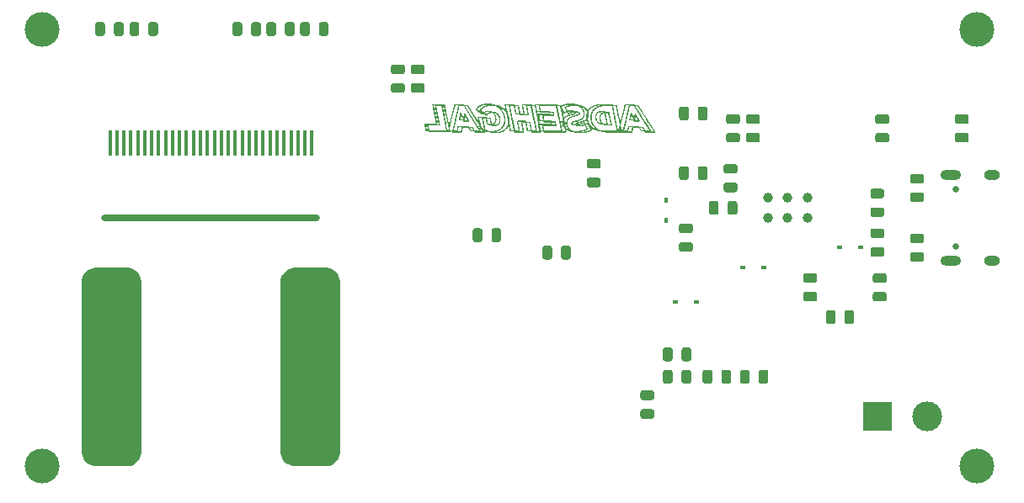
<source format=gbr>
%TF.GenerationSoftware,KiCad,Pcbnew,(5.99.0-2671-gfc0a358ba)*%
%TF.CreationDate,2020-08-29T23:40:29+05:30*%
%TF.ProjectId,Power_Supply,506f7765-725f-4537-9570-706c792e6b69,rev?*%
%TF.SameCoordinates,Original*%
%TF.FileFunction,Soldermask,Bot*%
%TF.FilePolarity,Negative*%
%FSLAX46Y46*%
G04 Gerber Fmt 4.6, Leading zero omitted, Abs format (unit mm)*
G04 Created by KiCad (PCBNEW (5.99.0-2671-gfc0a358ba)) date 2020-08-29 23:40:29*
%MOMM*%
%LPD*%
G01*
G04 APERTURE LIST*
%ADD10C,3.500000*%
%ADD11R,3.000000X3.000000*%
%ADD12C,3.000000*%
%ADD13O,22.010000X0.600000*%
%ADD14R,0.400000X2.500000*%
%ADD15C,5.000000*%
%ADD16C,0.650000*%
%ADD17O,1.600000X1.000000*%
%ADD18O,2.100000X1.000000*%
%ADD19C,1.000000*%
%ADD20R,0.600000X0.450000*%
%ADD21R,0.450000X0.600000*%
G04 APERTURE END LIST*
%TO.C,G\u002A\u002A\u002A*%
G36*
X75105285Y-24208301D02*
G01*
X75112862Y-24222172D01*
X75117833Y-24231577D01*
X75119978Y-24236130D01*
X75120308Y-24237171D01*
X75122447Y-24253972D01*
X75119433Y-24271046D01*
X75111895Y-24287025D01*
X75100466Y-24300542D01*
X75085777Y-24310230D01*
X75084564Y-24310755D01*
X75082003Y-24311660D01*
X75078779Y-24312452D01*
X75074506Y-24313138D01*
X75068797Y-24313725D01*
X75061266Y-24314222D01*
X75051525Y-24314637D01*
X75039188Y-24314976D01*
X75023868Y-24315248D01*
X75005179Y-24315461D01*
X74982733Y-24315621D01*
X74956145Y-24315737D01*
X74925026Y-24315817D01*
X74888992Y-24315868D01*
X74847654Y-24315897D01*
X74800626Y-24315914D01*
X74781444Y-24315919D01*
X74735692Y-24315932D01*
X74695487Y-24315926D01*
X74660446Y-24315882D01*
X74630189Y-24315779D01*
X74604332Y-24315597D01*
X74582493Y-24315316D01*
X74564291Y-24314915D01*
X74549342Y-24314375D01*
X74537265Y-24313675D01*
X74527677Y-24312795D01*
X74520196Y-24311714D01*
X74514441Y-24310412D01*
X74510028Y-24308870D01*
X74506576Y-24307066D01*
X74503702Y-24304981D01*
X74501025Y-24302594D01*
X74498161Y-24299885D01*
X74497131Y-24298895D01*
X74486786Y-24284750D01*
X74480230Y-24267407D01*
X74477914Y-24248621D01*
X74480286Y-24230149D01*
X74482580Y-24221794D01*
X74284219Y-24221794D01*
X74246515Y-24221789D01*
X74214266Y-24221746D01*
X74186999Y-24221625D01*
X74164239Y-24221388D01*
X74145513Y-24220997D01*
X74130347Y-24220412D01*
X74118265Y-24219596D01*
X74108795Y-24218510D01*
X74101463Y-24217115D01*
X74095794Y-24215373D01*
X74091314Y-24213246D01*
X74087549Y-24210694D01*
X74084025Y-24207679D01*
X74080269Y-24204163D01*
X74077467Y-24201298D01*
X74068744Y-24188963D01*
X74062587Y-24174949D01*
X74060210Y-24161825D01*
X74060682Y-24158113D01*
X74062220Y-24148779D01*
X74064740Y-24134363D01*
X74068154Y-24115327D01*
X74072377Y-24092131D01*
X74072697Y-24090388D01*
X74202953Y-24090388D01*
X74203034Y-24090641D01*
X74204902Y-24091495D01*
X74209553Y-24092210D01*
X74217398Y-24092796D01*
X74228850Y-24093264D01*
X74244318Y-24093623D01*
X74264217Y-24093885D01*
X74288956Y-24094059D01*
X74318948Y-24094156D01*
X74354605Y-24094186D01*
X74506267Y-24094186D01*
X74512953Y-24063010D01*
X74499806Y-24040165D01*
X74646898Y-24040165D01*
X74659934Y-24063010D01*
X74674819Y-24089097D01*
X74677943Y-24094575D01*
X74686965Y-24110525D01*
X74693482Y-24122500D01*
X74697900Y-24131504D01*
X74700626Y-24138541D01*
X74702068Y-24144615D01*
X74702632Y-24150728D01*
X74702726Y-24157884D01*
X74702419Y-24167765D01*
X74701476Y-24177342D01*
X74700122Y-24183056D01*
X74699854Y-24183719D01*
X74699930Y-24184914D01*
X74701302Y-24185886D01*
X74704500Y-24186657D01*
X74710056Y-24187251D01*
X74718500Y-24187690D01*
X74730364Y-24187997D01*
X74746180Y-24188196D01*
X74766479Y-24188310D01*
X74791791Y-24188361D01*
X74822649Y-24188373D01*
X74947767Y-24188373D01*
X74937798Y-24170903D01*
X74925520Y-24149406D01*
X74907987Y-24118776D01*
X74889775Y-24087029D01*
X74871132Y-24054590D01*
X74852305Y-24021886D01*
X74833539Y-23989342D01*
X74815083Y-23957384D01*
X74797182Y-23926438D01*
X74780083Y-23896930D01*
X74764034Y-23869285D01*
X74749282Y-23843931D01*
X74736072Y-23821292D01*
X74724652Y-23801794D01*
X74715269Y-23785863D01*
X74708169Y-23773926D01*
X74703600Y-23766407D01*
X74701808Y-23763733D01*
X74700905Y-23766032D01*
X74698969Y-23773737D01*
X74696156Y-23786297D01*
X74692587Y-23803131D01*
X74688384Y-23823656D01*
X74683668Y-23847289D01*
X74678560Y-23873448D01*
X74673180Y-23901549D01*
X74646898Y-24040165D01*
X74499806Y-24040165D01*
X74398368Y-23863912D01*
X74396267Y-23860263D01*
X74378023Y-23828629D01*
X74360687Y-23798680D01*
X74344496Y-23770814D01*
X74329684Y-23745431D01*
X74316485Y-23722928D01*
X74305134Y-23703705D01*
X74295865Y-23688159D01*
X74288912Y-23676691D01*
X74284511Y-23669698D01*
X74282895Y-23667580D01*
X74282770Y-23668081D01*
X74281666Y-23673414D01*
X74279593Y-23683930D01*
X74276660Y-23699041D01*
X74272980Y-23718162D01*
X74268663Y-23740705D01*
X74263821Y-23766083D01*
X74258563Y-23793710D01*
X74253001Y-23822998D01*
X74247247Y-23853360D01*
X74241411Y-23884209D01*
X74235603Y-23914960D01*
X74229936Y-23945023D01*
X74224519Y-23973814D01*
X74219465Y-24000744D01*
X74214883Y-24025226D01*
X74210885Y-24046675D01*
X74207582Y-24064502D01*
X74205085Y-24078122D01*
X74203505Y-24086946D01*
X74202953Y-24090388D01*
X74072697Y-24090388D01*
X74077320Y-24065235D01*
X74082896Y-24035098D01*
X74089020Y-24002182D01*
X74095602Y-23966946D01*
X74102556Y-23929851D01*
X74109795Y-23891357D01*
X74117232Y-23851924D01*
X74124780Y-23812013D01*
X74132351Y-23772083D01*
X74139858Y-23732595D01*
X74147215Y-23694009D01*
X74154333Y-23656786D01*
X74161126Y-23621385D01*
X74167507Y-23588266D01*
X74173388Y-23557891D01*
X74178683Y-23530719D01*
X74183304Y-23507210D01*
X74187164Y-23487825D01*
X74190175Y-23473024D01*
X74192252Y-23463268D01*
X74193306Y-23459015D01*
X74199216Y-23447593D01*
X74210782Y-23434915D01*
X74225274Y-23425982D01*
X74241567Y-23420958D01*
X74258537Y-23420004D01*
X74275059Y-23423285D01*
X74290007Y-23430963D01*
X74302259Y-23443203D01*
X74302601Y-23443699D01*
X74306034Y-23449192D01*
X74312187Y-23459440D01*
X74320810Y-23474011D01*
X74331650Y-23492475D01*
X74344457Y-23514402D01*
X74358981Y-23539361D01*
X74374969Y-23566922D01*
X74392172Y-23596654D01*
X74410337Y-23628127D01*
X74429215Y-23660911D01*
X74442444Y-23683900D01*
X74462911Y-23719401D01*
X74480671Y-23750099D01*
X74495906Y-23776297D01*
X74508802Y-23798300D01*
X74519543Y-23816409D01*
X74528313Y-23830931D01*
X74535297Y-23842168D01*
X74540679Y-23850424D01*
X74544643Y-23856003D01*
X74547375Y-23859209D01*
X74549057Y-23860346D01*
X74549876Y-23859718D01*
X74549908Y-23859612D01*
X74550978Y-23854916D01*
X74553044Y-23844898D01*
X74555988Y-23830169D01*
X74559688Y-23811339D01*
X74564027Y-23789019D01*
X74568885Y-23763820D01*
X74574143Y-23736351D01*
X74579681Y-23707224D01*
X74579896Y-23706086D01*
X74585494Y-23676833D01*
X74590894Y-23649126D01*
X74595965Y-23623599D01*
X74600577Y-23600884D01*
X74604600Y-23581614D01*
X74607905Y-23566420D01*
X74610361Y-23555936D01*
X74611838Y-23550794D01*
X74621367Y-23535069D01*
X74634484Y-23523392D01*
X74650080Y-23515997D01*
X74667069Y-23513072D01*
X74684362Y-23514803D01*
X74700872Y-23521377D01*
X74715511Y-23532982D01*
X74716220Y-23533890D01*
X74720050Y-23539748D01*
X74726577Y-23550357D01*
X74735579Y-23565332D01*
X74746836Y-23584289D01*
X74760127Y-23606845D01*
X74775231Y-23632615D01*
X74791928Y-23661216D01*
X74809995Y-23692263D01*
X74829213Y-23725372D01*
X74849360Y-23760158D01*
X74870215Y-23796239D01*
X74891559Y-23833230D01*
X74913168Y-23870747D01*
X74934823Y-23908406D01*
X74956303Y-23945823D01*
X74977387Y-23982613D01*
X74997854Y-24018393D01*
X75017483Y-24052778D01*
X75036052Y-24085385D01*
X75053342Y-24115830D01*
X75069132Y-24143728D01*
X75083199Y-24168695D01*
X75094219Y-24188373D01*
X75095324Y-24190348D01*
X75105285Y-24208301D01*
G37*
G36*
X72826727Y-22685218D02*
G01*
X72828190Y-22691839D01*
X72830768Y-22704054D01*
X72834412Y-22721623D01*
X72839075Y-22744305D01*
X72844708Y-22771860D01*
X72851262Y-22804049D01*
X72858689Y-22840630D01*
X72866940Y-22881364D01*
X72875966Y-22926011D01*
X72885720Y-22974330D01*
X72896153Y-23026081D01*
X72907216Y-23081024D01*
X72918861Y-23138920D01*
X72931039Y-23199527D01*
X72943702Y-23262605D01*
X72956801Y-23327915D01*
X72970287Y-23395216D01*
X72984113Y-23464268D01*
X72998230Y-23534831D01*
X73005869Y-23573026D01*
X73019805Y-23642689D01*
X73033410Y-23710668D01*
X73046635Y-23776726D01*
X73059433Y-23840626D01*
X73071757Y-23902130D01*
X73083558Y-23961000D01*
X73094789Y-24016999D01*
X73105402Y-24069889D01*
X73115349Y-24119433D01*
X73124583Y-24165394D01*
X73133056Y-24207534D01*
X73140721Y-24245615D01*
X73147528Y-24279399D01*
X73153432Y-24308650D01*
X73158384Y-24333130D01*
X73162336Y-24352601D01*
X73165241Y-24366826D01*
X73167051Y-24375567D01*
X73167718Y-24378587D01*
X73167761Y-24378487D01*
X73168800Y-24374502D01*
X73171175Y-24364876D01*
X73174831Y-24349837D01*
X73179715Y-24329613D01*
X73185770Y-24304430D01*
X73192945Y-24274516D01*
X73201184Y-24240099D01*
X73210433Y-24201405D01*
X73220638Y-24158663D01*
X73231744Y-24112099D01*
X73243698Y-24061942D01*
X73256445Y-24008417D01*
X73269932Y-23951754D01*
X73284103Y-23892179D01*
X73298904Y-23829920D01*
X73314282Y-23765203D01*
X73330182Y-23698257D01*
X73346551Y-23629309D01*
X73363332Y-23558586D01*
X73380473Y-23486316D01*
X73390038Y-23445985D01*
X73410333Y-23360434D01*
X73429299Y-23280532D01*
X73446980Y-23206096D01*
X73463420Y-23136943D01*
X73478665Y-23072889D01*
X73492757Y-23013751D01*
X73505743Y-22959347D01*
X73517666Y-22909493D01*
X73528571Y-22864005D01*
X73538502Y-22822701D01*
X73547503Y-22785397D01*
X73555620Y-22751911D01*
X73562897Y-22722058D01*
X73569378Y-22695657D01*
X73575107Y-22672523D01*
X73580129Y-22652474D01*
X73584489Y-22635326D01*
X73588231Y-22620896D01*
X73591400Y-22609001D01*
X73594039Y-22599458D01*
X73596194Y-22592083D01*
X73597908Y-22586694D01*
X73599227Y-22583107D01*
X73600195Y-22581140D01*
X73609509Y-22570806D01*
X73623562Y-22561481D01*
X73639016Y-22553780D01*
X74089701Y-22553780D01*
X74137674Y-22553776D01*
X74195277Y-22553769D01*
X74247319Y-22553767D01*
X74294094Y-22553781D01*
X74335895Y-22553822D01*
X74373013Y-22553900D01*
X74405743Y-22554027D01*
X74434376Y-22554212D01*
X74459206Y-22554467D01*
X74480525Y-22554801D01*
X74498626Y-22555227D01*
X74513802Y-22555753D01*
X74526345Y-22556392D01*
X74536548Y-22557153D01*
X74544704Y-22558047D01*
X74551106Y-22559084D01*
X74556045Y-22560277D01*
X74559816Y-22561634D01*
X74562711Y-22563167D01*
X74565023Y-22564886D01*
X74567043Y-22566802D01*
X74569066Y-22568925D01*
X74571383Y-22571267D01*
X74571753Y-22571634D01*
X74576830Y-22577725D01*
X74584049Y-22587596D01*
X74592503Y-22599965D01*
X74601284Y-22613546D01*
X74622780Y-22647775D01*
X74794925Y-22648630D01*
X74967069Y-22649485D01*
X74978345Y-22657281D01*
X74980713Y-22658987D01*
X74989134Y-22665983D01*
X74995385Y-22672473D01*
X74995887Y-22673188D01*
X74999382Y-22678499D01*
X75002905Y-22683939D01*
X75005967Y-22688669D01*
X75015524Y-22703515D01*
X75027936Y-22722852D01*
X75043085Y-22746493D01*
X75060853Y-22774255D01*
X75081122Y-22805953D01*
X75103774Y-22841402D01*
X75128693Y-22880417D01*
X75155760Y-22922812D01*
X75184857Y-22968404D01*
X75215867Y-23017007D01*
X75248673Y-23068436D01*
X75283155Y-23122506D01*
X75319198Y-23179033D01*
X75356682Y-23237832D01*
X75395491Y-23298718D01*
X75435506Y-23361505D01*
X75476610Y-23426010D01*
X75518685Y-23492046D01*
X75561613Y-23559430D01*
X75605278Y-23627976D01*
X75649560Y-23697499D01*
X75694342Y-23767815D01*
X75739507Y-23838739D01*
X75784937Y-23910085D01*
X75830515Y-23981669D01*
X75876121Y-24053306D01*
X75921639Y-24124812D01*
X75966952Y-24196000D01*
X76011940Y-24266687D01*
X76056488Y-24336687D01*
X76100476Y-24405815D01*
X76143787Y-24473888D01*
X76186304Y-24540719D01*
X76227909Y-24606123D01*
X76268484Y-24669917D01*
X76307911Y-24731915D01*
X76346072Y-24791932D01*
X76382851Y-24849783D01*
X76418129Y-24905284D01*
X76451788Y-24958249D01*
X76483712Y-25008494D01*
X76513781Y-25055833D01*
X76541879Y-25100082D01*
X76567887Y-25141057D01*
X76591689Y-25178571D01*
X76613165Y-25212440D01*
X76632199Y-25242480D01*
X76648673Y-25268505D01*
X76661159Y-25288256D01*
X76662470Y-25290331D01*
X76673470Y-25307772D01*
X76681557Y-25320644D01*
X76686614Y-25328761D01*
X76688521Y-25331940D01*
X76690647Y-25337270D01*
X76693878Y-25355115D01*
X76691656Y-25372655D01*
X76684388Y-25388855D01*
X76672483Y-25402686D01*
X76656352Y-25413115D01*
X76654626Y-25413836D01*
X76652470Y-25414508D01*
X76649641Y-25415116D01*
X76645853Y-25415663D01*
X76640823Y-25416153D01*
X76634265Y-25416588D01*
X76625897Y-25416972D01*
X76615432Y-25417308D01*
X76602588Y-25417600D01*
X76587079Y-25417850D01*
X76568622Y-25418062D01*
X76546931Y-25418240D01*
X76521724Y-25418386D01*
X76492714Y-25418503D01*
X76459618Y-25418596D01*
X76422152Y-25418667D01*
X76380031Y-25418719D01*
X76332971Y-25418756D01*
X76280687Y-25418781D01*
X76222895Y-25418798D01*
X76159312Y-25418809D01*
X75674425Y-25418875D01*
X75661034Y-25411844D01*
X75655478Y-25408470D01*
X75648678Y-25402776D01*
X75641558Y-25394757D01*
X75633515Y-25383638D01*
X75623947Y-25368643D01*
X75612251Y-25348995D01*
X75598968Y-25326208D01*
X75425818Y-25324689D01*
X75392079Y-25324395D01*
X75359310Y-25324091D01*
X75331693Y-25323770D01*
X75308736Y-25323385D01*
X75289948Y-25322890D01*
X75274839Y-25322238D01*
X75262919Y-25321382D01*
X75253697Y-25320274D01*
X75246681Y-25318869D01*
X75241382Y-25317118D01*
X75237310Y-25314976D01*
X75233972Y-25312394D01*
X75230880Y-25309327D01*
X75227541Y-25305728D01*
X75227170Y-25305274D01*
X75223813Y-25300223D01*
X75217786Y-25290472D01*
X75209367Y-25276490D01*
X75198830Y-25258744D01*
X75186452Y-25237705D01*
X75172509Y-25213840D01*
X75157276Y-25187618D01*
X75141030Y-25159508D01*
X75124047Y-25129979D01*
X75027450Y-24961614D01*
X74748121Y-24960846D01*
X74475331Y-24960095D01*
X75172589Y-24960095D01*
X75241452Y-25080107D01*
X75310314Y-25200119D01*
X75417707Y-25200119D01*
X75422035Y-25200118D01*
X75452865Y-25200013D01*
X75478364Y-25199743D01*
X75498386Y-25199313D01*
X75512779Y-25198728D01*
X75521396Y-25197990D01*
X75524087Y-25197105D01*
X75523176Y-25195326D01*
X75519528Y-25188698D01*
X75513392Y-25177739D01*
X75505076Y-25162997D01*
X75494892Y-25145020D01*
X75483150Y-25124356D01*
X75470160Y-25101554D01*
X75456232Y-25077162D01*
X75389390Y-24960232D01*
X75280989Y-24960164D01*
X75172589Y-24960095D01*
X74475331Y-24960095D01*
X74468792Y-24960077D01*
X74429820Y-25167269D01*
X74422459Y-25206148D01*
X74415311Y-25243376D01*
X74408735Y-25277062D01*
X74402803Y-25306858D01*
X74397587Y-25332413D01*
X74393158Y-25353381D01*
X74389586Y-25369413D01*
X74386944Y-25380160D01*
X74385301Y-25385274D01*
X74382258Y-25390646D01*
X74370255Y-25404562D01*
X74354153Y-25414173D01*
X74352839Y-25414625D01*
X74350139Y-25415222D01*
X74346219Y-25415761D01*
X74340794Y-25416246D01*
X74333578Y-25416678D01*
X74324285Y-25417061D01*
X74312630Y-25417398D01*
X74298326Y-25417692D01*
X74281089Y-25417945D01*
X74260632Y-25418160D01*
X74236670Y-25418341D01*
X74208917Y-25418489D01*
X74177087Y-25418609D01*
X74140895Y-25418702D01*
X74100055Y-25418772D01*
X74054280Y-25418822D01*
X74003287Y-25418853D01*
X73946788Y-25418870D01*
X73884499Y-25418875D01*
X73426099Y-25418875D01*
X73412709Y-25411806D01*
X73408849Y-25409478D01*
X73398572Y-25401167D01*
X73390203Y-25391772D01*
X73386861Y-25386816D01*
X73383717Y-25380774D01*
X73381994Y-25374131D01*
X73381279Y-25365064D01*
X73381162Y-25351748D01*
X73381235Y-25324689D01*
X73357934Y-25324689D01*
X73359962Y-25345275D01*
X73360333Y-25350362D01*
X73358743Y-25370858D01*
X73351985Y-25388270D01*
X73340159Y-25402417D01*
X73323361Y-25413115D01*
X73322893Y-25413325D01*
X73321356Y-25413906D01*
X73319383Y-25414444D01*
X73316749Y-25414940D01*
X73313228Y-25415397D01*
X73308595Y-25415816D01*
X73302623Y-25416198D01*
X73295087Y-25416546D01*
X73285762Y-25416861D01*
X73274422Y-25417145D01*
X73260840Y-25417399D01*
X73244793Y-25417625D01*
X73226053Y-25417825D01*
X73204396Y-25418000D01*
X73179595Y-25418152D01*
X73151425Y-25418283D01*
X73119661Y-25418394D01*
X73084077Y-25418488D01*
X73044446Y-25418565D01*
X73000545Y-25418627D01*
X72952146Y-25418676D01*
X72899024Y-25418715D01*
X72840954Y-25418743D01*
X72777710Y-25418764D01*
X72709066Y-25418778D01*
X72634797Y-25418788D01*
X72554677Y-25418794D01*
X72515647Y-25418796D01*
X72435482Y-25418794D01*
X72361036Y-25418780D01*
X72292063Y-25418753D01*
X72228321Y-25418710D01*
X72169563Y-25418649D01*
X72115545Y-25418566D01*
X72066023Y-25418459D01*
X72020752Y-25418326D01*
X71979487Y-25418165D01*
X71941984Y-25417972D01*
X71907998Y-25417746D01*
X71877284Y-25417483D01*
X71849598Y-25417182D01*
X71824694Y-25416839D01*
X71802329Y-25416452D01*
X71782258Y-25416019D01*
X71764236Y-25415537D01*
X71748018Y-25415004D01*
X71733359Y-25414417D01*
X71720016Y-25413773D01*
X71707743Y-25413070D01*
X71696296Y-25412306D01*
X71685430Y-25411478D01*
X71674900Y-25410583D01*
X71664462Y-25409620D01*
X71624780Y-25405446D01*
X71554598Y-25396228D01*
X71484909Y-25384813D01*
X71416810Y-25371425D01*
X71351398Y-25356287D01*
X71289771Y-25339625D01*
X71233026Y-25321660D01*
X71221422Y-25318091D01*
X71200723Y-25313082D01*
X71174868Y-25308127D01*
X71143397Y-25303132D01*
X71088945Y-25294454D01*
X70983836Y-25273557D01*
X70882168Y-25247709D01*
X70783967Y-25216919D01*
X70689258Y-25181198D01*
X70598067Y-25140556D01*
X70510418Y-25095002D01*
X70426337Y-25044546D01*
X70345849Y-24989199D01*
X70334221Y-24980530D01*
X70309228Y-24961183D01*
X70283410Y-24940368D01*
X70258233Y-24919300D01*
X70235163Y-24899194D01*
X70215667Y-24881268D01*
X70191611Y-24858313D01*
X70202371Y-24879581D01*
X70203222Y-24881255D01*
X70207776Y-24890103D01*
X70214669Y-24903406D01*
X70223530Y-24920449D01*
X70233988Y-24940518D01*
X70245670Y-24962900D01*
X70258205Y-24986881D01*
X70271220Y-25011746D01*
X70276098Y-25021079D01*
X70288528Y-25045048D01*
X70300036Y-25067499D01*
X70310299Y-25087790D01*
X70318999Y-25105280D01*
X70325814Y-25119326D01*
X70328121Y-25124309D01*
X70330424Y-25129287D01*
X70332509Y-25134520D01*
X70332807Y-25135689D01*
X70333981Y-25152474D01*
X70330205Y-25169591D01*
X70322115Y-25185228D01*
X70310350Y-25197571D01*
X70308998Y-25198568D01*
X70297685Y-25206087D01*
X70281962Y-25215550D01*
X70262777Y-25226430D01*
X70241079Y-25238201D01*
X70217815Y-25250334D01*
X70193935Y-25262303D01*
X70174426Y-25271693D01*
X70097313Y-25305608D01*
X70015350Y-25336904D01*
X69929094Y-25365452D01*
X69839106Y-25391125D01*
X69745943Y-25413795D01*
X69650165Y-25433334D01*
X69552329Y-25449616D01*
X69452996Y-25462511D01*
X69352723Y-25471892D01*
X69252069Y-25477632D01*
X69244659Y-25477886D01*
X69223524Y-25478390D01*
X69198632Y-25478742D01*
X69171074Y-25478947D01*
X69141945Y-25479008D01*
X69112336Y-25478931D01*
X69083340Y-25478719D01*
X69056049Y-25478377D01*
X69031557Y-25477909D01*
X69010954Y-25477320D01*
X68995335Y-25476613D01*
X68935023Y-25472469D01*
X68863409Y-25465912D01*
X68795877Y-25457705D01*
X68731398Y-25447664D01*
X68668941Y-25435607D01*
X68607473Y-25421348D01*
X68545965Y-25404706D01*
X68483385Y-25385496D01*
X68462471Y-25379076D01*
X68432793Y-25371520D01*
X68407428Y-25367229D01*
X68366412Y-25361922D01*
X68304379Y-25351565D01*
X69173074Y-25351565D01*
X69208014Y-25351348D01*
X69225150Y-25351102D01*
X69262282Y-25349835D01*
X69303316Y-25347621D01*
X69346886Y-25344570D01*
X69391623Y-25340792D01*
X69436161Y-25336398D01*
X69479131Y-25331499D01*
X69519167Y-25326204D01*
X69552817Y-25321168D01*
X69646507Y-25304792D01*
X69737770Y-25285359D01*
X69826060Y-25263026D01*
X69910833Y-25237950D01*
X69991545Y-25210288D01*
X70067650Y-25180198D01*
X70138603Y-25147835D01*
X70186571Y-25124309D01*
X70181488Y-25114361D01*
X70178784Y-25109125D01*
X70173416Y-25098796D01*
X70165725Y-25084031D01*
X70155967Y-25065316D01*
X70144395Y-25043139D01*
X70131266Y-25017989D01*
X70116832Y-24990351D01*
X70101351Y-24960714D01*
X70085076Y-24929566D01*
X70068262Y-24897393D01*
X70051164Y-24864684D01*
X70034037Y-24831925D01*
X70017136Y-24799604D01*
X70000715Y-24768210D01*
X69985030Y-24738228D01*
X69970335Y-24710148D01*
X69956886Y-24684455D01*
X69944936Y-24661638D01*
X69934742Y-24642185D01*
X69926557Y-24626582D01*
X69920637Y-24615318D01*
X69917236Y-24608879D01*
X69900909Y-24578200D01*
X69873398Y-24592309D01*
X69865125Y-24596552D01*
X69855341Y-24601473D01*
X69837494Y-24610167D01*
X69817135Y-24619836D01*
X69796088Y-24629619D01*
X69776172Y-24638652D01*
X69774773Y-24639279D01*
X69758457Y-24646787D01*
X69744375Y-24653632D01*
X69733365Y-24659379D01*
X69726262Y-24663592D01*
X69723904Y-24665837D01*
X69724460Y-24667070D01*
X69727516Y-24673194D01*
X69733027Y-24683994D01*
X69740761Y-24699023D01*
X69750486Y-24717834D01*
X69761971Y-24739980D01*
X69774984Y-24765014D01*
X69789294Y-24792489D01*
X69804668Y-24821958D01*
X69820876Y-24852974D01*
X69821316Y-24853815D01*
X69840042Y-24889636D01*
X69856150Y-24920496D01*
X69869837Y-24946811D01*
X69881299Y-24968992D01*
X69890733Y-24987455D01*
X69898338Y-25002611D01*
X69904309Y-25014875D01*
X69908845Y-25024661D01*
X69911248Y-25030288D01*
X69912141Y-25032382D01*
X69914397Y-25038451D01*
X69915808Y-25043282D01*
X69916571Y-25047288D01*
X69916885Y-25050884D01*
X69916946Y-25054482D01*
X69916912Y-25057173D01*
X69915954Y-25067556D01*
X69913348Y-25077101D01*
X69908659Y-25086167D01*
X69901448Y-25095114D01*
X69891277Y-25104302D01*
X69877711Y-25114088D01*
X69860310Y-25124835D01*
X69838638Y-25136899D01*
X69812257Y-25150642D01*
X69780730Y-25166423D01*
X69777344Y-25168091D01*
X69697850Y-25204400D01*
X69613205Y-25237834D01*
X69523642Y-25268321D01*
X69429392Y-25295786D01*
X69330688Y-25320155D01*
X69227763Y-25341356D01*
X69173074Y-25351565D01*
X68304379Y-25351565D01*
X68289482Y-25349078D01*
X68211910Y-25332561D01*
X68135279Y-25312761D01*
X68061175Y-25290069D01*
X67991184Y-25264874D01*
X67989610Y-25264257D01*
X67952945Y-25249002D01*
X67913967Y-25231240D01*
X67874031Y-25211680D01*
X67834494Y-25191029D01*
X67796711Y-25169995D01*
X67762040Y-25149283D01*
X67731835Y-25129602D01*
X67723595Y-25124075D01*
X67715693Y-25119366D01*
X67711705Y-25118067D01*
X67711146Y-25119950D01*
X67712910Y-25126982D01*
X67715566Y-25139015D01*
X67718909Y-25155056D01*
X67722782Y-25174274D01*
X67727028Y-25195838D01*
X67731491Y-25218920D01*
X67736014Y-25242686D01*
X67740440Y-25266308D01*
X67744612Y-25288955D01*
X67745030Y-25291268D01*
X67748374Y-25309797D01*
X67751568Y-25328002D01*
X67754039Y-25342741D01*
X67755628Y-25353182D01*
X67756180Y-25358496D01*
X67755913Y-25363573D01*
X67751512Y-25380953D01*
X67742417Y-25396290D01*
X67729544Y-25408346D01*
X67713804Y-25415886D01*
X67713641Y-25415924D01*
X67709791Y-25416236D01*
X67701472Y-25416526D01*
X67688605Y-25416796D01*
X67671109Y-25417045D01*
X67648903Y-25417273D01*
X67621907Y-25417480D01*
X67590041Y-25417667D01*
X67553224Y-25417834D01*
X67511376Y-25417981D01*
X67464417Y-25418108D01*
X67412265Y-25418216D01*
X67354841Y-25418304D01*
X67292065Y-25418372D01*
X67223855Y-25418422D01*
X67150131Y-25418452D01*
X67070813Y-25418464D01*
X66985821Y-25418457D01*
X66895074Y-25418431D01*
X66798492Y-25418387D01*
X66695994Y-25418325D01*
X66587500Y-25418245D01*
X65472452Y-25417356D01*
X65461262Y-25409787D01*
X65458255Y-25407624D01*
X65445723Y-25394768D01*
X65436352Y-25377557D01*
X65429794Y-25355392D01*
X65429340Y-25353255D01*
X65426887Y-25341982D01*
X65424875Y-25333139D01*
X65423704Y-25328486D01*
X65423092Y-25327861D01*
X65419841Y-25326917D01*
X65413404Y-25326165D01*
X65403300Y-25325588D01*
X65389048Y-25325169D01*
X65370164Y-25324891D01*
X65346169Y-25324736D01*
X65316579Y-25324689D01*
X65210646Y-25324689D01*
X65211880Y-25348235D01*
X65212268Y-25359635D01*
X65211729Y-25369375D01*
X65209776Y-25377222D01*
X65206060Y-25385414D01*
X65204884Y-25387528D01*
X65196306Y-25398839D01*
X65185833Y-25408201D01*
X65172659Y-25417356D01*
X64711862Y-25418252D01*
X64652029Y-25418357D01*
X64588957Y-25418437D01*
X64531672Y-25418474D01*
X64480022Y-25418467D01*
X64433851Y-25418416D01*
X64393006Y-25418318D01*
X64357333Y-25418174D01*
X64326677Y-25417982D01*
X64300885Y-25417743D01*
X64279802Y-25417454D01*
X64263274Y-25417116D01*
X64251148Y-25416727D01*
X64243268Y-25416287D01*
X64239482Y-25415795D01*
X64225752Y-25409952D01*
X64214043Y-25400288D01*
X64204708Y-25386426D01*
X64197357Y-25367782D01*
X64191601Y-25343768D01*
X64188025Y-25324868D01*
X64003827Y-25324019D01*
X63819629Y-25323169D01*
X63808995Y-25315685D01*
X63799308Y-25308186D01*
X63792214Y-25300399D01*
X63785801Y-25289990D01*
X63785063Y-25287647D01*
X63783075Y-25279528D01*
X63780020Y-25266049D01*
X63775972Y-25247558D01*
X63771002Y-25224399D01*
X63765183Y-25196920D01*
X63758588Y-25165467D01*
X63751288Y-25130386D01*
X63743356Y-25092024D01*
X63734864Y-25050726D01*
X63725884Y-25006840D01*
X63716488Y-24960711D01*
X63706750Y-24912687D01*
X63696740Y-24863112D01*
X63612815Y-24446563D01*
X63741478Y-24446563D01*
X63743167Y-24453431D01*
X63743719Y-24456018D01*
X63745428Y-24464324D01*
X63748200Y-24477920D01*
X63751960Y-24496437D01*
X63756633Y-24519503D01*
X63762144Y-24546748D01*
X63768419Y-24577802D01*
X63775383Y-24612295D01*
X63782960Y-24649855D01*
X63791077Y-24690114D01*
X63799657Y-24732700D01*
X63808627Y-24777243D01*
X63817911Y-24823373D01*
X63825370Y-24860436D01*
X63834407Y-24905323D01*
X63843068Y-24948327D01*
X63851279Y-24989076D01*
X63858964Y-25027201D01*
X63866050Y-25062331D01*
X63872461Y-25094096D01*
X63878123Y-25122126D01*
X63882961Y-25146050D01*
X63886899Y-25165498D01*
X63889865Y-25180100D01*
X63891781Y-25189485D01*
X63892575Y-25193283D01*
X63894183Y-25200119D01*
X64027809Y-25200119D01*
X64047641Y-25200094D01*
X64074146Y-25199977D01*
X64098251Y-25199774D01*
X64119342Y-25199496D01*
X64136807Y-25199154D01*
X64150034Y-25198756D01*
X64158409Y-25198315D01*
X64161321Y-25197841D01*
X64161321Y-25197839D01*
X64160710Y-25194594D01*
X64158970Y-25185755D01*
X64156173Y-25171678D01*
X64152391Y-25152724D01*
X64147695Y-25129251D01*
X64142159Y-25101619D01*
X64135852Y-25070185D01*
X64128849Y-25035308D01*
X64121221Y-24997349D01*
X64113039Y-24956665D01*
X64104376Y-24913615D01*
X64095303Y-24868558D01*
X64085894Y-24821854D01*
X64010581Y-24448146D01*
X63876030Y-24447354D01*
X63741478Y-24446563D01*
X63612815Y-24446563D01*
X63612521Y-24445107D01*
X63464657Y-24444319D01*
X63461483Y-24444302D01*
X63432333Y-24444197D01*
X63405179Y-24444179D01*
X63380602Y-24444244D01*
X63359186Y-24444386D01*
X63341514Y-24444600D01*
X63328170Y-24444881D01*
X63319735Y-24445224D01*
X63316794Y-24445623D01*
X63316852Y-24445986D01*
X63317803Y-24450939D01*
X63319870Y-24461423D01*
X63322987Y-24477111D01*
X63327090Y-24497677D01*
X63332112Y-24522796D01*
X63337990Y-24552143D01*
X63344657Y-24585391D01*
X63352047Y-24622216D01*
X63360097Y-24662291D01*
X63368740Y-24705292D01*
X63377912Y-24750893D01*
X63387546Y-24798767D01*
X63397578Y-24848590D01*
X63407943Y-24900036D01*
X63411097Y-24915691D01*
X63421375Y-24966750D01*
X63431300Y-25016123D01*
X63440807Y-25063481D01*
X63449831Y-25108496D01*
X63458306Y-25150840D01*
X63466166Y-25190183D01*
X63473346Y-25226198D01*
X63479781Y-25258556D01*
X63485405Y-25286928D01*
X63485773Y-25288789D01*
X63490153Y-25310986D01*
X63493959Y-25330403D01*
X63496758Y-25344848D01*
X63498485Y-25353994D01*
X63499074Y-25357512D01*
X63497104Y-25369985D01*
X63491044Y-25384656D01*
X63481985Y-25397645D01*
X63480985Y-25398783D01*
X63478767Y-25401505D01*
X63476798Y-25403972D01*
X63474792Y-25406198D01*
X63472460Y-25408194D01*
X63469515Y-25409971D01*
X63465670Y-25411543D01*
X63460637Y-25412920D01*
X63454128Y-25414114D01*
X63445856Y-25415138D01*
X63435533Y-25416003D01*
X63422872Y-25416721D01*
X63407585Y-25417304D01*
X63389385Y-25417763D01*
X63367983Y-25418111D01*
X63343093Y-25418360D01*
X63314428Y-25418521D01*
X63281698Y-25418606D01*
X63244617Y-25418627D01*
X63202898Y-25418596D01*
X63156252Y-25418525D01*
X63104392Y-25418425D01*
X63047031Y-25418309D01*
X62983881Y-25418188D01*
X62521840Y-25417356D01*
X62509031Y-25408879D01*
X62498297Y-25400294D01*
X62490291Y-25389893D01*
X62484318Y-25376325D01*
X62479533Y-25358139D01*
X62479189Y-25356529D01*
X62476667Y-25344940D01*
X62474529Y-25335459D01*
X62473207Y-25330006D01*
X62473004Y-25329466D01*
X62472073Y-25328433D01*
X62470091Y-25327559D01*
X62466600Y-25326831D01*
X62461144Y-25326236D01*
X62453266Y-25325760D01*
X62442509Y-25325390D01*
X62428416Y-25325111D01*
X62410531Y-25324911D01*
X62388397Y-25324775D01*
X62361557Y-25324691D01*
X62329553Y-25324644D01*
X62291930Y-25324622D01*
X62275575Y-25324614D01*
X62240229Y-25324582D01*
X62210270Y-25324518D01*
X62185210Y-25324407D01*
X62164563Y-25324235D01*
X62147840Y-25323988D01*
X62134556Y-25323651D01*
X62124222Y-25323210D01*
X62116350Y-25322650D01*
X62110455Y-25321957D01*
X62106048Y-25321117D01*
X62102642Y-25320116D01*
X62099749Y-25318938D01*
X62095506Y-25316720D01*
X62083021Y-25307014D01*
X62072559Y-25294479D01*
X62066054Y-25281276D01*
X62065809Y-25280322D01*
X62064377Y-25273861D01*
X62061878Y-25262025D01*
X62058399Y-25245237D01*
X62054024Y-25223924D01*
X62048841Y-25198508D01*
X62042936Y-25169415D01*
X62036395Y-25137069D01*
X62029304Y-25101894D01*
X62021750Y-25064315D01*
X62013818Y-25024756D01*
X62005595Y-24983642D01*
X62002127Y-24966293D01*
X61994071Y-24926109D01*
X61986367Y-24887826D01*
X61979096Y-24851852D01*
X61972343Y-24818591D01*
X61966190Y-24788450D01*
X61960722Y-24761835D01*
X61956021Y-24739151D01*
X61952170Y-24720803D01*
X61949252Y-24707199D01*
X61947352Y-24698743D01*
X61946552Y-24695842D01*
X61945994Y-24696423D01*
X61943415Y-24701220D01*
X61939468Y-24709806D01*
X61934753Y-24720907D01*
X61910296Y-24775184D01*
X61880480Y-24831814D01*
X61846521Y-24888399D01*
X61809153Y-24943720D01*
X61769109Y-24996555D01*
X61762650Y-25004424D01*
X61744115Y-25025764D01*
X61722548Y-25049226D01*
X61699086Y-25073662D01*
X61674862Y-25097927D01*
X61651014Y-25120875D01*
X61628675Y-25141358D01*
X61608982Y-25158230D01*
X61543391Y-25208320D01*
X61469807Y-25257174D01*
X61392518Y-25301347D01*
X61311691Y-25340771D01*
X61227494Y-25375378D01*
X61140093Y-25405099D01*
X61049657Y-25429866D01*
X60956352Y-25449610D01*
X60860347Y-25464262D01*
X60858646Y-25464473D01*
X60829461Y-25467956D01*
X60802838Y-25470810D01*
X60777697Y-25473092D01*
X60752960Y-25474857D01*
X60727546Y-25476161D01*
X60700376Y-25477061D01*
X60670371Y-25477611D01*
X60636451Y-25477870D01*
X60597536Y-25477891D01*
X60580774Y-25477843D01*
X60543780Y-25477581D01*
X60511723Y-25477098D01*
X60483799Y-25476368D01*
X60459200Y-25475367D01*
X60437122Y-25474071D01*
X60416758Y-25472456D01*
X60319865Y-25461901D01*
X60227302Y-25448036D01*
X60138581Y-25430748D01*
X60053030Y-25409905D01*
X59969975Y-25385376D01*
X59960372Y-25382348D01*
X59933113Y-25374659D01*
X59906988Y-25368908D01*
X59878826Y-25364364D01*
X59830104Y-25357080D01*
X59794570Y-25350544D01*
X60573981Y-25350544D01*
X60577925Y-25351016D01*
X60586518Y-25351316D01*
X60598976Y-25351456D01*
X60614514Y-25351448D01*
X60632347Y-25351303D01*
X60651691Y-25351031D01*
X60671761Y-25350645D01*
X60691771Y-25350156D01*
X60710937Y-25349576D01*
X60728475Y-25348915D01*
X60743600Y-25348185D01*
X60755526Y-25347398D01*
X60812414Y-25341980D01*
X60906217Y-25329166D01*
X60996163Y-25311800D01*
X61082409Y-25289834D01*
X61165113Y-25263221D01*
X61244435Y-25231912D01*
X61320533Y-25195860D01*
X61393565Y-25155017D01*
X61432012Y-25130708D01*
X61496896Y-25084405D01*
X61557511Y-25034142D01*
X61613686Y-24980132D01*
X61665248Y-24922591D01*
X61712025Y-24861734D01*
X61753843Y-24797773D01*
X61790532Y-24730926D01*
X61821919Y-24661405D01*
X61847831Y-24589425D01*
X61856616Y-24560432D01*
X61867065Y-24522271D01*
X61875868Y-24485619D01*
X61882712Y-24451806D01*
X61887283Y-24422161D01*
X61887441Y-24419831D01*
X61887373Y-24416151D01*
X61886984Y-24411173D01*
X61886221Y-24404625D01*
X61885032Y-24396232D01*
X61883367Y-24385719D01*
X61881174Y-24372813D01*
X61878401Y-24357239D01*
X61874996Y-24338724D01*
X61870908Y-24316994D01*
X61866085Y-24291773D01*
X61860476Y-24262788D01*
X61854028Y-24229766D01*
X61846690Y-24192431D01*
X61838411Y-24150510D01*
X61829139Y-24103728D01*
X61818823Y-24051812D01*
X61807409Y-23994487D01*
X61794848Y-23931479D01*
X61788362Y-23899000D01*
X61777954Y-23847032D01*
X61767853Y-23796792D01*
X61758126Y-23748605D01*
X61748842Y-23702798D01*
X61740067Y-23659695D01*
X61731868Y-23619623D01*
X61724313Y-23582907D01*
X61717467Y-23549873D01*
X61711399Y-23520845D01*
X61706176Y-23496151D01*
X61701864Y-23476115D01*
X61698531Y-23461063D01*
X61696244Y-23451321D01*
X61695070Y-23447214D01*
X61692559Y-23442574D01*
X61685725Y-23431118D01*
X61676411Y-23416379D01*
X61665314Y-23399398D01*
X61653126Y-23381219D01*
X61640544Y-23362885D01*
X61628261Y-23345439D01*
X61616972Y-23329925D01*
X61612729Y-23324249D01*
X61554735Y-23252040D01*
X61492448Y-23184096D01*
X61425836Y-23120391D01*
X61354872Y-23060900D01*
X61279525Y-23005598D01*
X61199765Y-22954460D01*
X61115562Y-22907461D01*
X61105094Y-22902078D01*
X61085728Y-22892369D01*
X61066421Y-22882962D01*
X61048939Y-22874712D01*
X61035048Y-22868474D01*
X61003146Y-22854762D01*
X61015001Y-22864540D01*
X61016995Y-22866184D01*
X61025970Y-22873587D01*
X61037096Y-22882762D01*
X61048422Y-22892102D01*
X61098494Y-22935321D01*
X61166573Y-23000804D01*
X61230541Y-23070513D01*
X61290183Y-23144118D01*
X61345282Y-23221290D01*
X61395621Y-23301699D01*
X61440984Y-23385015D01*
X61481155Y-23470907D01*
X61515917Y-23559047D01*
X61545053Y-23649104D01*
X61553629Y-23680008D01*
X61573657Y-23764172D01*
X61589525Y-23850273D01*
X61601172Y-23937464D01*
X61608542Y-24024893D01*
X61611574Y-24111714D01*
X61611361Y-24125059D01*
X61610212Y-24197078D01*
X61604396Y-24280134D01*
X61594068Y-24360036D01*
X61583866Y-24415049D01*
X61563801Y-24496275D01*
X61538204Y-24575161D01*
X61507169Y-24651523D01*
X61470791Y-24725177D01*
X61429161Y-24795941D01*
X61382374Y-24863631D01*
X61330523Y-24928063D01*
X61273702Y-24989053D01*
X61271342Y-24991403D01*
X61254607Y-25007751D01*
X61237111Y-25024362D01*
X61220101Y-25040079D01*
X61204827Y-25053747D01*
X61192536Y-25064210D01*
X61153824Y-25094611D01*
X61082356Y-25144901D01*
X61007307Y-25190511D01*
X60928573Y-25231490D01*
X60846052Y-25267883D01*
X60759643Y-25299738D01*
X60669242Y-25327103D01*
X60574749Y-25350025D01*
X60573981Y-25350544D01*
X59794570Y-25350544D01*
X59739821Y-25340474D01*
X59652075Y-25320061D01*
X59565153Y-25295466D01*
X59552154Y-25291437D01*
X59539887Y-25287582D01*
X59530723Y-25284643D01*
X59526015Y-25283049D01*
X59525994Y-25283041D01*
X59524850Y-25284254D01*
X59527199Y-25289787D01*
X59528091Y-25291268D01*
X59532832Y-25299145D01*
X59541710Y-25313250D01*
X59548748Y-25325889D01*
X59553111Y-25336287D01*
X59555359Y-25345803D01*
X59556049Y-25355800D01*
X59553960Y-25373258D01*
X59546646Y-25390369D01*
X59534570Y-25404271D01*
X59518244Y-25414173D01*
X59517850Y-25414327D01*
X59515662Y-25414935D01*
X59512397Y-25415488D01*
X59507779Y-25415987D01*
X59501528Y-25416435D01*
X59493368Y-25416834D01*
X59483021Y-25417188D01*
X59470208Y-25417499D01*
X59454652Y-25417769D01*
X59436075Y-25418001D01*
X59414200Y-25418198D01*
X59388748Y-25418362D01*
X59359442Y-25418496D01*
X59326004Y-25418602D01*
X59288156Y-25418684D01*
X59245620Y-25418743D01*
X59198119Y-25418783D01*
X59145375Y-25418805D01*
X59087110Y-25418813D01*
X59023046Y-25418809D01*
X58963905Y-25418799D01*
X58905765Y-25418783D01*
X58853153Y-25418758D01*
X58805784Y-25418722D01*
X58763374Y-25418670D01*
X58725638Y-25418600D01*
X58692291Y-25418509D01*
X58663049Y-25418392D01*
X58637627Y-25418248D01*
X58615741Y-25418072D01*
X58597106Y-25417861D01*
X58581438Y-25417613D01*
X58568451Y-25417323D01*
X58557861Y-25416989D01*
X58549384Y-25416607D01*
X58542736Y-25416174D01*
X58537630Y-25415687D01*
X58533783Y-25415143D01*
X58530911Y-25414538D01*
X58528728Y-25413869D01*
X58526950Y-25413133D01*
X58521578Y-25410415D01*
X58514179Y-25405432D01*
X58507206Y-25398694D01*
X58499880Y-25389277D01*
X58491422Y-25376258D01*
X58481054Y-25358712D01*
X58462339Y-25326208D01*
X58288041Y-25324689D01*
X58113744Y-25323169D01*
X58102468Y-25315373D01*
X58100085Y-25313654D01*
X58091719Y-25306664D01*
X58085560Y-25300182D01*
X58085330Y-25299858D01*
X58082344Y-25295070D01*
X58076669Y-25285562D01*
X58068579Y-25271804D01*
X58058347Y-25254269D01*
X58046247Y-25233428D01*
X58032554Y-25209753D01*
X58017541Y-25183716D01*
X58001482Y-25155788D01*
X57984651Y-25126441D01*
X57890244Y-24961614D01*
X58036236Y-24961614D01*
X58104258Y-25080107D01*
X58172279Y-25198600D01*
X58388963Y-25200196D01*
X58385408Y-25193553D01*
X58384378Y-25191663D01*
X58380063Y-25183947D01*
X58373466Y-25172299D01*
X58364966Y-25157378D01*
X58354940Y-25139842D01*
X58343768Y-25120346D01*
X58331829Y-25099550D01*
X58319500Y-25078111D01*
X58307160Y-25056686D01*
X58295189Y-25035932D01*
X58283963Y-25016507D01*
X58273863Y-24999069D01*
X58265266Y-24984276D01*
X58258552Y-24972784D01*
X58254098Y-24965251D01*
X58252283Y-24962335D01*
X58249562Y-24961877D01*
X58241364Y-24961433D01*
X58228412Y-24961084D01*
X58211411Y-24960837D01*
X58191066Y-24960704D01*
X58168081Y-24960693D01*
X58143160Y-24960815D01*
X58036236Y-24961614D01*
X57890244Y-24961614D01*
X57889373Y-24960095D01*
X57332046Y-24960095D01*
X57330466Y-24966931D01*
X57330258Y-24967925D01*
X57329009Y-24974334D01*
X57326781Y-24985990D01*
X57323672Y-25002377D01*
X57319779Y-25022982D01*
X57315199Y-25047290D01*
X57310028Y-25074786D01*
X57304365Y-25104956D01*
X57298305Y-25137284D01*
X57291946Y-25171256D01*
X57287097Y-25197163D01*
X57279899Y-25235452D01*
X57273619Y-25268456D01*
X57268140Y-25296603D01*
X57263346Y-25320325D01*
X57259118Y-25340050D01*
X57255341Y-25356208D01*
X57251898Y-25369229D01*
X57248670Y-25379542D01*
X57245541Y-25387578D01*
X57242395Y-25393765D01*
X57239113Y-25398533D01*
X57235580Y-25402312D01*
X57231677Y-25405532D01*
X57227288Y-25408622D01*
X57214414Y-25417356D01*
X56754115Y-25418194D01*
X56731256Y-25418236D01*
X56670297Y-25418358D01*
X56615025Y-25418470D01*
X56565151Y-25418562D01*
X56520389Y-25418620D01*
X56480449Y-25418634D01*
X56445043Y-25418592D01*
X56413884Y-25418480D01*
X56386683Y-25418288D01*
X56363152Y-25418004D01*
X56343003Y-25417614D01*
X56325948Y-25417109D01*
X56311698Y-25416474D01*
X56299966Y-25415700D01*
X56290463Y-25414773D01*
X56282901Y-25413682D01*
X56276992Y-25412414D01*
X56272448Y-25410958D01*
X56268981Y-25409302D01*
X56266303Y-25407434D01*
X56264125Y-25405342D01*
X56262160Y-25403014D01*
X56260118Y-25400438D01*
X56257713Y-25397602D01*
X56254555Y-25393736D01*
X56247844Y-25383091D01*
X56243584Y-25372930D01*
X56242940Y-25370105D01*
X56241775Y-25356346D01*
X56242783Y-25341420D01*
X56245791Y-25328810D01*
X56245800Y-25327989D01*
X56244206Y-25326929D01*
X56240116Y-25326139D01*
X56232935Y-25325595D01*
X56222065Y-25325273D01*
X56206910Y-25325150D01*
X56186873Y-25325200D01*
X56161358Y-25325400D01*
X56075307Y-25326208D01*
X56073413Y-25335323D01*
X56072604Y-25338778D01*
X56065032Y-25356565D01*
X56052780Y-25370773D01*
X56036378Y-25380752D01*
X56035398Y-25381067D01*
X56033293Y-25381474D01*
X56030133Y-25381856D01*
X56025733Y-25382212D01*
X56019906Y-25382545D01*
X56012466Y-25382854D01*
X56003228Y-25383140D01*
X55992005Y-25383405D01*
X55978611Y-25383649D01*
X55962861Y-25383873D01*
X55944568Y-25384078D01*
X55923546Y-25384264D01*
X55899610Y-25384433D01*
X55872573Y-25384585D01*
X55842249Y-25384720D01*
X55808453Y-25384841D01*
X55770998Y-25384947D01*
X55729699Y-25385039D01*
X55684368Y-25385119D01*
X55634822Y-25385186D01*
X55580872Y-25385243D01*
X55522335Y-25385289D01*
X55459022Y-25385325D01*
X55390749Y-25385353D01*
X55317329Y-25385372D01*
X55238577Y-25385385D01*
X55154306Y-25385391D01*
X55064331Y-25385392D01*
X54968465Y-25385387D01*
X54949427Y-25385386D01*
X54855378Y-25385379D01*
X54767179Y-25385370D01*
X54684638Y-25385358D01*
X54607567Y-25385342D01*
X54535775Y-25385321D01*
X54469072Y-25385294D01*
X54407268Y-25385260D01*
X54350173Y-25385218D01*
X54297597Y-25385167D01*
X54249349Y-25385105D01*
X54205240Y-25385033D01*
X54165080Y-25384949D01*
X54128678Y-25384851D01*
X54095844Y-25384740D01*
X54066389Y-25384613D01*
X54040122Y-25384470D01*
X54016853Y-25384310D01*
X53996392Y-25384132D01*
X53978549Y-25383934D01*
X53963133Y-25383717D01*
X53949956Y-25383478D01*
X53938826Y-25383217D01*
X53929554Y-25382933D01*
X53921949Y-25382625D01*
X53915822Y-25382291D01*
X53910982Y-25381931D01*
X53907239Y-25381544D01*
X53904403Y-25381129D01*
X53902285Y-25380684D01*
X53900693Y-25380209D01*
X53899438Y-25379703D01*
X53896754Y-25378378D01*
X53883002Y-25368116D01*
X53871767Y-25354042D01*
X53864623Y-25338038D01*
X53860885Y-25324689D01*
X53753323Y-25324689D01*
X53741036Y-25324683D01*
X53713903Y-25324615D01*
X53691971Y-25324447D01*
X53674612Y-25324156D01*
X53661199Y-25323716D01*
X53651106Y-25323102D01*
X53643704Y-25322290D01*
X53638367Y-25321254D01*
X53634466Y-25319970D01*
X53624392Y-25314553D01*
X53611096Y-25303458D01*
X53601519Y-25290443D01*
X53601256Y-25289728D01*
X53600476Y-25286709D01*
X56834382Y-25286709D01*
X56834698Y-25287783D01*
X56836257Y-25288674D01*
X56839544Y-25289399D01*
X56845041Y-25289976D01*
X56853231Y-25290420D01*
X56864598Y-25290750D01*
X56879626Y-25290982D01*
X56898797Y-25291132D01*
X56922594Y-25291219D01*
X56951502Y-25291258D01*
X56986003Y-25291268D01*
X57139545Y-25291268D01*
X57142809Y-25275317D01*
X57142962Y-25274559D01*
X57144322Y-25267590D01*
X57146680Y-25255326D01*
X57149929Y-25238324D01*
X57153965Y-25217140D01*
X57158681Y-25192330D01*
X57163972Y-25164450D01*
X57169732Y-25134057D01*
X57175855Y-25101706D01*
X57182235Y-25067954D01*
X57183988Y-25058682D01*
X57190244Y-25025706D01*
X57196187Y-24994558D01*
X57201715Y-24965756D01*
X57206727Y-24939818D01*
X57211123Y-24917263D01*
X57214802Y-24898608D01*
X57217664Y-24884372D01*
X57219606Y-24875072D01*
X57220528Y-24871226D01*
X57220742Y-24870468D01*
X57220425Y-24869394D01*
X57218865Y-24868503D01*
X57215578Y-24867777D01*
X57210080Y-24867201D01*
X57201890Y-24866756D01*
X57190522Y-24866426D01*
X57175494Y-24866195D01*
X57156323Y-24866044D01*
X57132526Y-24865958D01*
X57103618Y-24865918D01*
X57069117Y-24865909D01*
X56915574Y-24865909D01*
X56912330Y-24881860D01*
X56912178Y-24882618D01*
X56910821Y-24889587D01*
X56908466Y-24901851D01*
X56905218Y-24918853D01*
X56901183Y-24940037D01*
X56896468Y-24964847D01*
X56891177Y-24992727D01*
X56885416Y-25023120D01*
X56879292Y-25055470D01*
X56872909Y-25089222D01*
X56871155Y-25098496D01*
X56864896Y-25131472D01*
X56858951Y-25162620D01*
X56853421Y-25191422D01*
X56848406Y-25217359D01*
X56844007Y-25239914D01*
X56840326Y-25258568D01*
X56837464Y-25272805D01*
X56835520Y-25282105D01*
X56834596Y-25285951D01*
X56834382Y-25286709D01*
X53600476Y-25286709D01*
X53599723Y-25283801D01*
X53597128Y-25272517D01*
X53593564Y-25256328D01*
X53589121Y-25235685D01*
X53583892Y-25211038D01*
X53577968Y-25182839D01*
X53571441Y-25151538D01*
X53564402Y-25117587D01*
X53556943Y-25081435D01*
X53549155Y-25043535D01*
X53541131Y-25004337D01*
X53532961Y-24964292D01*
X53524737Y-24923851D01*
X53516551Y-24883465D01*
X53508495Y-24843584D01*
X53500659Y-24804660D01*
X53493136Y-24767144D01*
X53486018Y-24731486D01*
X53479395Y-24698137D01*
X53473360Y-24667549D01*
X53468003Y-24640171D01*
X53467811Y-24639177D01*
X53597345Y-24639177D01*
X53597350Y-24639251D01*
X53598044Y-24643195D01*
X53599831Y-24652536D01*
X53602609Y-24666764D01*
X53606275Y-24685371D01*
X53610728Y-24707846D01*
X53615864Y-24733679D01*
X53621582Y-24762361D01*
X53627778Y-24793380D01*
X53634351Y-24826228D01*
X53641197Y-24860394D01*
X53648215Y-24895368D01*
X53655301Y-24930640D01*
X53662354Y-24965701D01*
X53669272Y-25000041D01*
X53675950Y-25033149D01*
X53682288Y-25064515D01*
X53688183Y-25093631D01*
X53693532Y-25119985D01*
X53698232Y-25143067D01*
X53702182Y-25162368D01*
X53705279Y-25177379D01*
X53707420Y-25187588D01*
X53708504Y-25192486D01*
X53710420Y-25200119D01*
X53772375Y-25200119D01*
X53789314Y-25200072D01*
X53807136Y-25199843D01*
X53819943Y-25199388D01*
X53828340Y-25198672D01*
X53832934Y-25197656D01*
X53834330Y-25196303D01*
X53834306Y-25196071D01*
X53833482Y-25191455D01*
X53831550Y-25181390D01*
X53828592Y-25166295D01*
X53824694Y-25146591D01*
X53819939Y-25122699D01*
X53814412Y-25095039D01*
X53808196Y-25064030D01*
X53801374Y-25030095D01*
X53794032Y-24993653D01*
X53786254Y-24955125D01*
X53778122Y-24914931D01*
X53776372Y-24906290D01*
X53768317Y-24866493D01*
X53760631Y-24828499D01*
X53753398Y-24792722D01*
X53746703Y-24759579D01*
X53740629Y-24729484D01*
X53735259Y-24702852D01*
X53734135Y-24697267D01*
X53864713Y-24697267D01*
X53864747Y-24697579D01*
X53865611Y-24702402D01*
X53867560Y-24712493D01*
X53870485Y-24727315D01*
X53874278Y-24746336D01*
X53878829Y-24769021D01*
X53884029Y-24794835D01*
X53889770Y-24823243D01*
X53895942Y-24853712D01*
X53902436Y-24885707D01*
X53909144Y-24918693D01*
X53915957Y-24952137D01*
X53922766Y-24985503D01*
X53929461Y-25018257D01*
X53935934Y-25049864D01*
X53942076Y-25079791D01*
X53947778Y-25107503D01*
X53952931Y-25132465D01*
X53957425Y-25154143D01*
X53961153Y-25172003D01*
X53964005Y-25185509D01*
X53965873Y-25194128D01*
X53966399Y-25196303D01*
X53966646Y-25197325D01*
X53969038Y-25197536D01*
X53977216Y-25197769D01*
X53990915Y-25197992D01*
X54009837Y-25198205D01*
X54033686Y-25198407D01*
X54062163Y-25198598D01*
X54094971Y-25198778D01*
X54131814Y-25198947D01*
X54172393Y-25199106D01*
X54216411Y-25199253D01*
X54263572Y-25199389D01*
X54313576Y-25199514D01*
X54366128Y-25199628D01*
X54420930Y-25199730D01*
X54477684Y-25199821D01*
X54536094Y-25199900D01*
X54595861Y-25199967D01*
X54656688Y-25200023D01*
X54718278Y-25200067D01*
X54780334Y-25200098D01*
X54842558Y-25200118D01*
X54904653Y-25200126D01*
X54966321Y-25200121D01*
X55027266Y-25200104D01*
X55087189Y-25200074D01*
X55145794Y-25200032D01*
X55202782Y-25199978D01*
X55257857Y-25199911D01*
X55310722Y-25199831D01*
X55361078Y-25199738D01*
X55408629Y-25199632D01*
X55453077Y-25199513D01*
X55494125Y-25199381D01*
X55531475Y-25199236D01*
X55564830Y-25199077D01*
X55593893Y-25198905D01*
X55618367Y-25198719D01*
X55637953Y-25198520D01*
X55652355Y-25198308D01*
X55661274Y-25198081D01*
X55664415Y-25197841D01*
X55664281Y-25196805D01*
X55663132Y-25190418D01*
X55660850Y-25178382D01*
X55657474Y-25160894D01*
X55653045Y-25138150D01*
X55647600Y-25110348D01*
X55641180Y-25077684D01*
X55633822Y-25040356D01*
X55625567Y-24998561D01*
X55616454Y-24952497D01*
X55606520Y-24902359D01*
X55595807Y-24848345D01*
X55584353Y-24790653D01*
X55572196Y-24729480D01*
X55559376Y-24665021D01*
X55545933Y-24597476D01*
X55531905Y-24527040D01*
X55517331Y-24453911D01*
X55502251Y-24378286D01*
X55486703Y-24300361D01*
X55470727Y-24220335D01*
X55454362Y-24138405D01*
X55437647Y-24054766D01*
X55420622Y-23969617D01*
X55175884Y-22745951D01*
X55305551Y-22745951D01*
X55306032Y-22748195D01*
X55307669Y-22756194D01*
X55310424Y-22769794D01*
X55314257Y-22788802D01*
X55319130Y-22813021D01*
X55325004Y-22842257D01*
X55331839Y-22876314D01*
X55339597Y-22914997D01*
X55348238Y-22958110D01*
X55357724Y-23005459D01*
X55368015Y-23056848D01*
X55379072Y-23112083D01*
X55390856Y-23170967D01*
X55403328Y-23233305D01*
X55416449Y-23298903D01*
X55430180Y-23367565D01*
X55444481Y-23439096D01*
X55459315Y-23513301D01*
X55474641Y-23589984D01*
X55490420Y-23668950D01*
X55506614Y-23750005D01*
X55523184Y-23832952D01*
X55540090Y-23917596D01*
X55557293Y-24003743D01*
X55795731Y-25197841D01*
X55807691Y-25257737D01*
X55815287Y-25257766D01*
X55815787Y-25257764D01*
X55817585Y-25257548D01*
X55819240Y-25256611D01*
X55820904Y-25254431D01*
X55822731Y-25250490D01*
X55824873Y-25244268D01*
X55827483Y-25235247D01*
X55830715Y-25222906D01*
X55834720Y-25206726D01*
X55839652Y-25186188D01*
X55845663Y-25160772D01*
X55852908Y-25129959D01*
X55882351Y-25004594D01*
X56013426Y-25004594D01*
X56029796Y-25086406D01*
X56034087Y-25107839D01*
X56038367Y-25129190D01*
X56042237Y-25148470D01*
X56045502Y-25164708D01*
X56047966Y-25176931D01*
X56049435Y-25184168D01*
X56052704Y-25200119D01*
X56163206Y-25200119D01*
X56406992Y-25200119D01*
X56563663Y-25200119D01*
X56573981Y-25200114D01*
X56603687Y-25200043D01*
X56631331Y-25199894D01*
X56656337Y-25199675D01*
X56678133Y-25199394D01*
X56696147Y-25199061D01*
X56709803Y-25198682D01*
X56718530Y-25198268D01*
X56721753Y-25197825D01*
X56722111Y-25196469D01*
X56723535Y-25189736D01*
X56725922Y-25177822D01*
X56729178Y-25161214D01*
X56733207Y-25140405D01*
X56737916Y-25115883D01*
X56743211Y-25088137D01*
X56748996Y-25057659D01*
X56755179Y-25024937D01*
X56761664Y-24990462D01*
X56769260Y-24950188D01*
X56777008Y-24909617D01*
X56783801Y-24874668D01*
X56789679Y-24845148D01*
X56794683Y-24820861D01*
X56798853Y-24801613D01*
X56802229Y-24787209D01*
X56804851Y-24777454D01*
X56806759Y-24772152D01*
X56808693Y-24768735D01*
X56816866Y-24758197D01*
X56826573Y-24749365D01*
X56839784Y-24739820D01*
X57362576Y-24739035D01*
X57885367Y-24738250D01*
X57898806Y-24744755D01*
X57903067Y-24747035D01*
X57910577Y-24752459D01*
X57917975Y-24760065D01*
X57925924Y-24770687D01*
X57935086Y-24785159D01*
X57946126Y-24804317D01*
X57961830Y-24832355D01*
X58131974Y-24832488D01*
X58134109Y-24832490D01*
X58170422Y-24832530D01*
X58201189Y-24832596D01*
X58226911Y-24832706D01*
X58248090Y-24832875D01*
X58265229Y-24833119D01*
X58278830Y-24833453D01*
X58289396Y-24833893D01*
X58297428Y-24834456D01*
X58303430Y-24835157D01*
X58307902Y-24836012D01*
X58311348Y-24837037D01*
X58314270Y-24838248D01*
X58316253Y-24839227D01*
X58326241Y-24845543D01*
X58334409Y-24852613D01*
X58337033Y-24856325D01*
X58342484Y-24864968D01*
X58345828Y-24870468D01*
X58350375Y-24877947D01*
X58360414Y-24894771D01*
X58372313Y-24914947D01*
X58385781Y-24937984D01*
X58400529Y-24963390D01*
X58416265Y-24990674D01*
X58432701Y-25019342D01*
X58447814Y-25045761D01*
X58463608Y-25073327D01*
X58478415Y-25099127D01*
X58491945Y-25122658D01*
X58503911Y-25143418D01*
X58514022Y-25160907D01*
X58521990Y-25174622D01*
X58527526Y-25184062D01*
X58530339Y-25188726D01*
X58537670Y-25200119D01*
X58749040Y-25200119D01*
X58756127Y-25200118D01*
X58795362Y-25200066D01*
X58831222Y-25199939D01*
X58863371Y-25199742D01*
X58891470Y-25199480D01*
X58915182Y-25199157D01*
X58934168Y-25198777D01*
X58948092Y-25198345D01*
X58956614Y-25197865D01*
X58959398Y-25197342D01*
X58959293Y-25197159D01*
X58956860Y-25193262D01*
X58951286Y-25184436D01*
X58942674Y-25170838D01*
X58931122Y-25152628D01*
X58916732Y-25129964D01*
X58899606Y-25103004D01*
X58879842Y-25071906D01*
X58857544Y-25036830D01*
X58832810Y-24997932D01*
X58805743Y-24955373D01*
X58776442Y-24909310D01*
X58745008Y-24859901D01*
X58711544Y-24807305D01*
X58676148Y-24751681D01*
X58638922Y-24693187D01*
X58599967Y-24631980D01*
X58559383Y-24568221D01*
X58517272Y-24502066D01*
X58473733Y-24433675D01*
X58428869Y-24363206D01*
X58382779Y-24290817D01*
X58335565Y-24216667D01*
X58287326Y-24140914D01*
X58238165Y-24063716D01*
X58188182Y-23985232D01*
X57417978Y-22775899D01*
X57200099Y-22775737D01*
X56982220Y-22775574D01*
X57568297Y-22775574D01*
X57575490Y-22786967D01*
X57575649Y-22787217D01*
X57578374Y-22791501D01*
X57584243Y-22800717D01*
X57593153Y-22814705D01*
X57605003Y-22833306D01*
X57619691Y-22856360D01*
X57637114Y-22883706D01*
X57657171Y-22915184D01*
X57679760Y-22950635D01*
X57704778Y-22989899D01*
X57732125Y-23032816D01*
X57761697Y-23079225D01*
X57793393Y-23128966D01*
X57827112Y-23181880D01*
X57862750Y-23237807D01*
X57900207Y-23296586D01*
X57939379Y-23358058D01*
X57980166Y-23422063D01*
X58022465Y-23488440D01*
X58066175Y-23557030D01*
X58111192Y-23627673D01*
X58157417Y-23700208D01*
X58204745Y-23774476D01*
X58253076Y-23850317D01*
X58302308Y-23927570D01*
X58352338Y-24006076D01*
X58361981Y-24021208D01*
X58411886Y-24099521D01*
X58460977Y-24176565D01*
X58509152Y-24252181D01*
X58556310Y-24326206D01*
X58602348Y-24398481D01*
X58647164Y-24468844D01*
X58690656Y-24537136D01*
X58732721Y-24603196D01*
X58773258Y-24666862D01*
X58812163Y-24727975D01*
X58849336Y-24786373D01*
X58884673Y-24841896D01*
X58918072Y-24894384D01*
X58949432Y-24943675D01*
X58978649Y-24989609D01*
X59005622Y-25032026D01*
X59030249Y-25070765D01*
X59052427Y-25105665D01*
X59072054Y-25136565D01*
X59089028Y-25163305D01*
X59103247Y-25185725D01*
X59110605Y-25197342D01*
X59112413Y-25200196D01*
X59114608Y-25203663D01*
X59123009Y-25216959D01*
X59128348Y-25225453D01*
X59130523Y-25228983D01*
X59134093Y-25235922D01*
X59137998Y-25247918D01*
X59139108Y-25261844D01*
X59138865Y-25269420D01*
X59137746Y-25279181D01*
X59136018Y-25285391D01*
X59135482Y-25286532D01*
X59135424Y-25287792D01*
X59136591Y-25288806D01*
X59139525Y-25289601D01*
X59144763Y-25290203D01*
X59152844Y-25290639D01*
X59164307Y-25290937D01*
X59179691Y-25291121D01*
X59199535Y-25291220D01*
X59224378Y-25291260D01*
X59254758Y-25291268D01*
X59376644Y-25291268D01*
X59369704Y-25279874D01*
X59369508Y-25279554D01*
X59364999Y-25272328D01*
X59358138Y-25261509D01*
X59349824Y-25248507D01*
X59340954Y-25234730D01*
X59319146Y-25200979D01*
X59269411Y-25175277D01*
X59237736Y-25158435D01*
X59193307Y-25133295D01*
X59150658Y-25107443D01*
X59111818Y-25082078D01*
X59109904Y-25080771D01*
X59093097Y-25069007D01*
X59080647Y-25059598D01*
X59071760Y-25051862D01*
X59065647Y-25045115D01*
X59061516Y-25038676D01*
X59060416Y-25035209D01*
X59058157Y-25026110D01*
X59054951Y-25012080D01*
X59050914Y-24993671D01*
X59046166Y-24971434D01*
X59040824Y-24945923D01*
X59035006Y-24917691D01*
X59028829Y-24887290D01*
X59022411Y-24855273D01*
X59016795Y-24827247D01*
X59010588Y-24796706D01*
X59004724Y-24768303D01*
X58999320Y-24742584D01*
X58994495Y-24720097D01*
X58990365Y-24701388D01*
X58987048Y-24687003D01*
X58984662Y-24677488D01*
X58983324Y-24673391D01*
X58983080Y-24673010D01*
X58980190Y-24668477D01*
X58974185Y-24659055D01*
X58965180Y-24644923D01*
X58953289Y-24626261D01*
X58938627Y-24603250D01*
X58921309Y-24576069D01*
X58901451Y-24544900D01*
X58879165Y-24509922D01*
X58854569Y-24471315D01*
X58827776Y-24429260D01*
X58798901Y-24383938D01*
X58768059Y-24335527D01*
X58735365Y-24284209D01*
X58700933Y-24230163D01*
X58664879Y-24173570D01*
X58627317Y-24114610D01*
X58588362Y-24053464D01*
X58548130Y-23990311D01*
X58506733Y-23925331D01*
X58464289Y-23858706D01*
X58420911Y-23790615D01*
X58376714Y-23721238D01*
X57774272Y-22775574D01*
X57568297Y-22775574D01*
X56982220Y-22775574D01*
X56979182Y-22786967D01*
X56979182Y-22786968D01*
X56978281Y-22790673D01*
X56976035Y-22800049D01*
X56972502Y-22814855D01*
X56967739Y-22834850D01*
X56961804Y-22859792D01*
X56954753Y-22889440D01*
X56946644Y-22923552D01*
X56937534Y-22961888D01*
X56927481Y-23004206D01*
X56916541Y-23050264D01*
X56904772Y-23099822D01*
X56892231Y-23152638D01*
X56878975Y-23208471D01*
X56865062Y-23267079D01*
X56850549Y-23328221D01*
X56835493Y-23391656D01*
X56819951Y-23457142D01*
X56803981Y-23524438D01*
X56787640Y-23593303D01*
X56770984Y-23663495D01*
X56754072Y-23734774D01*
X56736961Y-23806897D01*
X56719707Y-23879624D01*
X56702368Y-23952713D01*
X56685002Y-24025923D01*
X56667665Y-24099012D01*
X56650415Y-24171739D01*
X56633309Y-24243864D01*
X56616404Y-24315143D01*
X56599758Y-24385338D01*
X56583428Y-24454204D01*
X56567470Y-24521503D01*
X56551943Y-24586992D01*
X56536903Y-24650429D01*
X56522408Y-24711574D01*
X56508515Y-24770186D01*
X56495281Y-24826022D01*
X56482764Y-24878842D01*
X56471020Y-24928405D01*
X56460107Y-24974468D01*
X56450083Y-25016791D01*
X56441004Y-25055132D01*
X56432927Y-25089251D01*
X56425911Y-25118905D01*
X56420012Y-25143853D01*
X56415287Y-25163855D01*
X56411794Y-25178668D01*
X56409589Y-25188051D01*
X56408731Y-25191764D01*
X56406992Y-25200119D01*
X56163206Y-25200119D01*
X56188443Y-25200059D01*
X56211791Y-25199887D01*
X56232493Y-25199618D01*
X56249863Y-25199264D01*
X56263213Y-25198841D01*
X56271859Y-25198362D01*
X56275115Y-25197841D01*
X56275769Y-25195309D01*
X56277785Y-25187052D01*
X56281116Y-25173248D01*
X56285714Y-25154092D01*
X56291535Y-25129776D01*
X56298532Y-25100492D01*
X56306660Y-25066434D01*
X56315872Y-25027794D01*
X56326123Y-24984765D01*
X56337367Y-24937541D01*
X56349558Y-24886313D01*
X56362651Y-24831274D01*
X56376598Y-24772619D01*
X56391355Y-24710538D01*
X56406876Y-24645225D01*
X56423115Y-24576874D01*
X56440025Y-24505676D01*
X56457562Y-24431825D01*
X56475679Y-24355513D01*
X56494330Y-24276933D01*
X56513469Y-24196278D01*
X56533052Y-24113741D01*
X56553031Y-24029514D01*
X56573361Y-23943792D01*
X56591613Y-23866836D01*
X56611645Y-23782403D01*
X56631291Y-23699627D01*
X56650505Y-23618701D01*
X56669241Y-23539820D01*
X56687453Y-23463176D01*
X56705094Y-23388962D01*
X56722119Y-23317373D01*
X56738480Y-23248602D01*
X56754134Y-23182841D01*
X56769032Y-23120286D01*
X56783129Y-23061128D01*
X56796379Y-23005562D01*
X56808736Y-22953781D01*
X56820153Y-22905979D01*
X56830585Y-22862348D01*
X56839986Y-22823082D01*
X56848308Y-22788376D01*
X56855507Y-22758421D01*
X56861536Y-22733413D01*
X56866349Y-22713543D01*
X56869900Y-22699006D01*
X56872142Y-22689996D01*
X56873030Y-22686704D01*
X56873372Y-22685824D01*
X56873096Y-22684777D01*
X56871520Y-22683909D01*
X56868168Y-22683203D01*
X56862560Y-22682643D01*
X56854220Y-22682211D01*
X56842669Y-22681892D01*
X56827430Y-22681668D01*
X56808026Y-22681524D01*
X56783978Y-22681442D01*
X56754809Y-22681407D01*
X56720041Y-22681401D01*
X56564223Y-22681415D01*
X56288824Y-23843004D01*
X56014011Y-25002124D01*
X56013426Y-25004594D01*
X55882351Y-25004594D01*
X55882932Y-25002124D01*
X55656944Y-23872138D01*
X55430955Y-22742153D01*
X55367581Y-22742153D01*
X55346759Y-22742221D01*
X55329898Y-22742465D01*
X55317948Y-22742924D01*
X55310307Y-22743633D01*
X55306375Y-22744630D01*
X55305551Y-22745951D01*
X55175884Y-22745951D01*
X55175428Y-22743672D01*
X54922642Y-22742895D01*
X54921455Y-22742891D01*
X54877881Y-22742792D01*
X54837564Y-22742765D01*
X54800816Y-22742810D01*
X54767952Y-22742922D01*
X54739283Y-22743101D01*
X54715125Y-22743342D01*
X54695790Y-22743645D01*
X54681591Y-22744005D01*
X54672842Y-22744422D01*
X54669856Y-22744891D01*
X54670078Y-22746136D01*
X54671371Y-22752839D01*
X54673780Y-22765136D01*
X54677261Y-22782804D01*
X54681769Y-22805615D01*
X54687258Y-22833344D01*
X54693685Y-22865766D01*
X54701003Y-22902655D01*
X54709169Y-22943784D01*
X54718138Y-22988930D01*
X54727864Y-23037865D01*
X54738303Y-23090365D01*
X54749410Y-23146203D01*
X54761140Y-23205154D01*
X54773448Y-23266992D01*
X54786289Y-23331492D01*
X54799619Y-23398428D01*
X54813392Y-23467574D01*
X54827564Y-23538704D01*
X54842090Y-23611593D01*
X54856925Y-23686015D01*
X54871689Y-23760089D01*
X54889054Y-23847258D01*
X54905281Y-23928779D01*
X54920404Y-24004822D01*
X54934457Y-24075559D01*
X54947472Y-24141161D01*
X54959483Y-24201800D01*
X54970523Y-24257647D01*
X54980626Y-24308873D01*
X54989825Y-24355649D01*
X54998153Y-24398148D01*
X55005644Y-24436540D01*
X55012331Y-24470996D01*
X55018247Y-24501688D01*
X55023425Y-24528788D01*
X55027900Y-24552466D01*
X55030088Y-24564214D01*
X55031703Y-24572893D01*
X55034870Y-24590243D01*
X55037432Y-24604684D01*
X55039423Y-24616390D01*
X55040877Y-24625530D01*
X55041826Y-24632278D01*
X55042305Y-24636803D01*
X55042346Y-24639277D01*
X55042238Y-24640198D01*
X55037048Y-24658108D01*
X55026502Y-24673467D01*
X55010971Y-24685723D01*
X54996471Y-24694246D01*
X54430592Y-24695053D01*
X54380669Y-24695129D01*
X54323904Y-24695230D01*
X54269044Y-24695342D01*
X54216385Y-24695463D01*
X54166226Y-24695593D01*
X54118865Y-24695731D01*
X54074600Y-24695876D01*
X54033729Y-24696025D01*
X53996550Y-24696178D01*
X53963361Y-24696335D01*
X53934460Y-24696493D01*
X53910146Y-24696651D01*
X53890716Y-24696809D01*
X53876469Y-24696965D01*
X53867702Y-24697118D01*
X53864713Y-24697267D01*
X53734135Y-24697267D01*
X53730678Y-24680100D01*
X53726969Y-24661642D01*
X53724217Y-24647894D01*
X53722504Y-24639270D01*
X53721914Y-24636187D01*
X53721710Y-24636091D01*
X53717385Y-24635744D01*
X53708116Y-24635444D01*
X53694801Y-24635209D01*
X53678340Y-24635055D01*
X53659629Y-24635000D01*
X53654072Y-24635003D01*
X53633861Y-24635105D01*
X53618874Y-24635382D01*
X53608419Y-24635882D01*
X53601806Y-24636650D01*
X53598345Y-24637733D01*
X53597345Y-24639177D01*
X53467811Y-24639177D01*
X53463418Y-24616456D01*
X53459694Y-24596853D01*
X53456924Y-24581815D01*
X53455200Y-24571791D01*
X53454612Y-24567233D01*
X53454859Y-24563548D01*
X53458487Y-24550012D01*
X53465497Y-24536316D01*
X53474671Y-24525023D01*
X53475908Y-24523814D01*
X53477815Y-24521785D01*
X53479545Y-24519930D01*
X53481358Y-24518241D01*
X53483515Y-24516709D01*
X53486276Y-24515328D01*
X53489902Y-24514090D01*
X53494654Y-24512986D01*
X53500791Y-24512010D01*
X53508576Y-24511153D01*
X53518267Y-24510408D01*
X53530126Y-24509767D01*
X53544414Y-24509223D01*
X53561390Y-24508767D01*
X53581316Y-24508391D01*
X53604452Y-24508089D01*
X53631059Y-24507852D01*
X53661397Y-24507673D01*
X53695727Y-24507544D01*
X53734310Y-24507458D01*
X53777405Y-24507405D01*
X53825275Y-24507380D01*
X53878178Y-24507374D01*
X53936376Y-24507379D01*
X54000130Y-24507387D01*
X54069699Y-24507392D01*
X54119248Y-24507388D01*
X54188322Y-24507365D01*
X54251623Y-24507321D01*
X54309332Y-24507256D01*
X54361631Y-24507167D01*
X54408703Y-24507054D01*
X54450728Y-24506917D01*
X54487888Y-24506752D01*
X54520365Y-24506560D01*
X54548341Y-24506340D01*
X54571997Y-24506090D01*
X54591515Y-24505809D01*
X54607077Y-24505496D01*
X54618865Y-24505149D01*
X54627059Y-24504769D01*
X54631843Y-24504353D01*
X54633397Y-24503900D01*
X54633180Y-24502642D01*
X54631894Y-24495914D01*
X54629493Y-24483590D01*
X54626020Y-24465896D01*
X54621521Y-24443058D01*
X54616040Y-24415301D01*
X54609623Y-24382851D01*
X54602313Y-24345936D01*
X54594157Y-24304779D01*
X54585199Y-24259609D01*
X54575484Y-24210649D01*
X54565056Y-24158127D01*
X54553960Y-24102268D01*
X54542242Y-24043298D01*
X54529945Y-23981444D01*
X54517116Y-23916931D01*
X54503799Y-23849984D01*
X54490038Y-23780831D01*
X54475878Y-23709697D01*
X54461365Y-23636808D01*
X54446543Y-23562389D01*
X54437741Y-23518192D01*
X54423086Y-23444549D01*
X54408767Y-23372531D01*
X54394829Y-23302367D01*
X54381317Y-23234284D01*
X54368277Y-23168510D01*
X54355752Y-23105274D01*
X54343789Y-23044803D01*
X54332431Y-22987327D01*
X54321725Y-22933072D01*
X54311714Y-22882267D01*
X54302443Y-22835139D01*
X54293959Y-22791918D01*
X54286305Y-22752832D01*
X54279526Y-22718107D01*
X54273668Y-22687973D01*
X54272689Y-22682906D01*
X54400540Y-22682906D01*
X54568626Y-23526028D01*
X54572774Y-23546838D01*
X54587030Y-23618355D01*
X54601084Y-23688874D01*
X54614881Y-23758119D01*
X54628368Y-23825815D01*
X54641488Y-23891685D01*
X54654187Y-23955455D01*
X54666410Y-24016848D01*
X54678102Y-24075589D01*
X54689209Y-24131403D01*
X54699676Y-24184014D01*
X54709448Y-24233146D01*
X54718470Y-24278523D01*
X54726686Y-24319871D01*
X54734044Y-24356913D01*
X54740486Y-24389374D01*
X54745960Y-24416978D01*
X54750409Y-24439450D01*
X54753779Y-24456514D01*
X54756016Y-24467894D01*
X54775320Y-24566638D01*
X54838043Y-24567460D01*
X54842687Y-24567518D01*
X54863261Y-24567691D01*
X54878573Y-24567621D01*
X54889301Y-24567274D01*
X54896123Y-24566614D01*
X54899718Y-24565605D01*
X54900766Y-24564214D01*
X54900652Y-24563489D01*
X54899561Y-24557682D01*
X54897362Y-24546322D01*
X54894107Y-24529683D01*
X54889853Y-24508039D01*
X54884652Y-24481664D01*
X54878560Y-24450832D01*
X54871632Y-24415818D01*
X54863922Y-24376895D01*
X54855485Y-24334337D01*
X54846375Y-24288419D01*
X54836647Y-24239415D01*
X54826355Y-24187599D01*
X54815555Y-24133245D01*
X54804301Y-24076628D01*
X54792647Y-24018021D01*
X54780648Y-23957698D01*
X54768358Y-23895934D01*
X54755833Y-23833002D01*
X54743127Y-23769178D01*
X54730294Y-23704734D01*
X54717389Y-23639946D01*
X54704467Y-23575086D01*
X54691583Y-23510430D01*
X54678790Y-23446252D01*
X54666143Y-23382825D01*
X54653698Y-23320424D01*
X54641509Y-23259323D01*
X54629630Y-23199796D01*
X54618116Y-23142117D01*
X54607021Y-23086561D01*
X54596401Y-23033401D01*
X54586310Y-22982911D01*
X54576802Y-22935366D01*
X54567932Y-22891040D01*
X54559754Y-22850206D01*
X54552324Y-22813140D01*
X54545696Y-22780115D01*
X54539924Y-22751405D01*
X54535064Y-22727285D01*
X54531169Y-22708028D01*
X54528294Y-22693908D01*
X54526494Y-22685201D01*
X54525824Y-22682179D01*
X54525568Y-22682111D01*
X54521028Y-22681898D01*
X54511557Y-22681787D01*
X54498072Y-22681781D01*
X54481488Y-22681879D01*
X54462723Y-22682084D01*
X54400540Y-22682906D01*
X54272689Y-22682906D01*
X54268775Y-22662657D01*
X54264892Y-22642388D01*
X54262065Y-22627393D01*
X54260338Y-22617901D01*
X54259756Y-22614140D01*
X54259914Y-22611139D01*
X54263362Y-22597166D01*
X54270399Y-22583062D01*
X54279814Y-22571411D01*
X54282139Y-22569111D01*
X54284201Y-22566979D01*
X54286238Y-22565054D01*
X54288541Y-22563325D01*
X54291401Y-22561782D01*
X54295109Y-22560413D01*
X54299953Y-22559209D01*
X54306227Y-22558160D01*
X54314218Y-22557255D01*
X54324219Y-22556483D01*
X54336520Y-22555834D01*
X54351411Y-22555297D01*
X54369183Y-22554863D01*
X54390127Y-22554520D01*
X54414532Y-22554259D01*
X54442689Y-22554069D01*
X54474890Y-22553939D01*
X54511424Y-22553859D01*
X54552582Y-22553819D01*
X54598654Y-22553808D01*
X54649931Y-22553816D01*
X54706704Y-22553832D01*
X54769262Y-22553846D01*
X54783886Y-22553849D01*
X54844293Y-22553861D01*
X54898984Y-22553881D01*
X54948250Y-22553912D01*
X54992385Y-22553956D01*
X55031681Y-22554019D01*
X55066431Y-22554102D01*
X55096928Y-22554210D01*
X55123465Y-22554347D01*
X55146334Y-22554515D01*
X55165828Y-22554718D01*
X55182240Y-22554959D01*
X55195863Y-22555243D01*
X55206989Y-22555572D01*
X55215912Y-22555951D01*
X55222923Y-22556382D01*
X55228316Y-22556869D01*
X55232383Y-22557415D01*
X55235418Y-22558024D01*
X55237712Y-22558700D01*
X55239560Y-22559446D01*
X55243192Y-22561278D01*
X55257071Y-22571758D01*
X55268282Y-22585637D01*
X55275133Y-22600940D01*
X55278717Y-22614337D01*
X55391793Y-22615201D01*
X55504869Y-22616064D01*
X55517872Y-22625207D01*
X55519312Y-22626263D01*
X55529800Y-22636388D01*
X55537720Y-22647994D01*
X55538499Y-22650238D01*
X55540061Y-22656134D01*
X55542314Y-22665604D01*
X55545282Y-22678767D01*
X55548990Y-22695742D01*
X55553461Y-22716649D01*
X55558721Y-22741607D01*
X55564793Y-22770736D01*
X55571703Y-22804154D01*
X55579473Y-22841982D01*
X55588129Y-22884339D01*
X55597695Y-22931344D01*
X55608195Y-22983116D01*
X55619654Y-23039775D01*
X55632095Y-23101440D01*
X55645544Y-23168231D01*
X55660024Y-23240267D01*
X55675560Y-23317668D01*
X55692177Y-23400552D01*
X55709898Y-23489040D01*
X55728747Y-23583250D01*
X55748750Y-23683302D01*
X55756817Y-23723659D01*
X55772186Y-23800530D01*
X55787230Y-23875745D01*
X55801906Y-23949089D01*
X55816170Y-24020347D01*
X55829979Y-24089304D01*
X55843290Y-24155745D01*
X55856061Y-24219455D01*
X55868246Y-24280218D01*
X55879804Y-24337819D01*
X55890691Y-24392044D01*
X55900864Y-24442676D01*
X55910280Y-24489501D01*
X55918895Y-24532303D01*
X55926666Y-24570868D01*
X55933550Y-24604980D01*
X55939504Y-24634425D01*
X55944484Y-24658986D01*
X55948448Y-24678448D01*
X55951352Y-24692598D01*
X55953153Y-24701218D01*
X55953807Y-24704095D01*
X55954458Y-24701545D01*
X55956464Y-24693288D01*
X55959775Y-24679522D01*
X55964342Y-24660457D01*
X55970113Y-24636303D01*
X55977040Y-24607270D01*
X55985073Y-24573567D01*
X55994161Y-24535406D01*
X56004254Y-24492995D01*
X56015303Y-24446546D01*
X56027258Y-24396267D01*
X56040069Y-24342369D01*
X56053685Y-24285061D01*
X56068058Y-24224555D01*
X56083136Y-24161059D01*
X56098871Y-24094784D01*
X56115211Y-24025940D01*
X56132109Y-23954736D01*
X56149512Y-23881384D01*
X56167372Y-23806092D01*
X56185638Y-23729070D01*
X56204261Y-23650530D01*
X56209196Y-23629716D01*
X56233773Y-23526118D01*
X56257145Y-23427692D01*
X56279301Y-23334478D01*
X56300233Y-23246519D01*
X56319929Y-23163856D01*
X56338380Y-23086530D01*
X56355577Y-23014583D01*
X56371508Y-22948056D01*
X56386165Y-22886990D01*
X56399537Y-22831427D01*
X56411613Y-22781408D01*
X56422386Y-22736975D01*
X56431843Y-22698169D01*
X56439976Y-22665031D01*
X56446774Y-22637603D01*
X56452228Y-22615926D01*
X56456327Y-22600042D01*
X56459061Y-22589991D01*
X56460421Y-22585816D01*
X56462869Y-22581971D01*
X56470924Y-22572538D01*
X56480172Y-22564548D01*
X56493346Y-22555299D01*
X57411902Y-22555299D01*
X57424350Y-22563399D01*
X57428367Y-22566199D01*
X57433128Y-22570265D01*
X57438125Y-22575661D01*
X57443945Y-22583158D01*
X57451179Y-22593523D01*
X57460415Y-22607527D01*
X57472243Y-22625939D01*
X57486300Y-22647966D01*
X57654185Y-22648033D01*
X57689643Y-22648057D01*
X57720584Y-22648109D01*
X57746446Y-22648207D01*
X57767737Y-22648364D01*
X57784963Y-22648599D01*
X57798629Y-22648926D01*
X57809242Y-22649361D01*
X57817307Y-22649921D01*
X57823332Y-22650621D01*
X57827822Y-22651478D01*
X57831284Y-22652508D01*
X57834223Y-22653726D01*
X57836211Y-22654709D01*
X57846184Y-22661024D01*
X57854325Y-22668091D01*
X57856081Y-22670593D01*
X57861046Y-22678101D01*
X57866079Y-22685824D01*
X57869042Y-22690373D01*
X57879945Y-22707218D01*
X57893631Y-22728441D01*
X57909977Y-22753849D01*
X57928858Y-22783248D01*
X57950151Y-22816445D01*
X57973732Y-22853246D01*
X57999477Y-22893458D01*
X58027262Y-22936886D01*
X58056964Y-22983338D01*
X58088458Y-23032620D01*
X58121621Y-23084538D01*
X58156328Y-23138898D01*
X58192457Y-23195508D01*
X58229883Y-23254174D01*
X58268483Y-23314701D01*
X58308132Y-23376897D01*
X58348706Y-23440568D01*
X58390083Y-23505520D01*
X58426983Y-23563451D01*
X58467544Y-23627118D01*
X58507156Y-23689285D01*
X58545697Y-23749762D01*
X58583046Y-23808356D01*
X58619080Y-23864878D01*
X58653679Y-23919136D01*
X58686719Y-23970939D01*
X58718080Y-24020098D01*
X58747639Y-24066420D01*
X58775275Y-24109715D01*
X58800866Y-24149793D01*
X58824290Y-24186463D01*
X58845425Y-24219532D01*
X58864150Y-24248812D01*
X58880342Y-24274111D01*
X58893880Y-24295238D01*
X58904642Y-24312002D01*
X58912506Y-24324213D01*
X58917350Y-24331679D01*
X58919054Y-24334210D01*
X58919411Y-24333888D01*
X58918916Y-24330412D01*
X58918029Y-24326968D01*
X58916012Y-24317816D01*
X58913078Y-24303779D01*
X58909338Y-24285428D01*
X58904902Y-24263333D01*
X58899879Y-24238066D01*
X58894381Y-24210197D01*
X58888518Y-24180298D01*
X58882400Y-24148939D01*
X58876137Y-24116691D01*
X58869840Y-24084124D01*
X58863619Y-24051810D01*
X58857584Y-24020320D01*
X58851846Y-23990224D01*
X58846516Y-23962093D01*
X58841702Y-23936498D01*
X58840515Y-23930119D01*
X58968744Y-23930119D01*
X58970839Y-23941513D01*
X58971008Y-23942401D01*
X58972262Y-23948821D01*
X58974597Y-23960673D01*
X58977934Y-23977568D01*
X58982197Y-23999113D01*
X58987309Y-24024919D01*
X58993190Y-24054594D01*
X58999765Y-24087747D01*
X59006956Y-24123987D01*
X59014684Y-24162924D01*
X59022874Y-24204166D01*
X59031446Y-24247322D01*
X59040324Y-24292003D01*
X59107712Y-24631099D01*
X59256416Y-24864718D01*
X59405121Y-25098337D01*
X59424815Y-25107986D01*
X59435435Y-25113017D01*
X59449169Y-25119169D01*
X59460824Y-25124035D01*
X59466168Y-25126084D01*
X59472818Y-25128211D01*
X59475514Y-25128028D01*
X59475302Y-25125652D01*
X59475270Y-25125548D01*
X59474360Y-25121418D01*
X59472332Y-25111653D01*
X59469246Y-25096544D01*
X59465158Y-25076382D01*
X59460128Y-25051457D01*
X59454213Y-25022060D01*
X59447472Y-24988480D01*
X59439963Y-24951009D01*
X59431743Y-24909937D01*
X59422872Y-24865555D01*
X59413407Y-24818152D01*
X59403406Y-24768019D01*
X59392928Y-24715448D01*
X59382031Y-24660727D01*
X59370773Y-24604149D01*
X59359212Y-24546002D01*
X59346048Y-24479762D01*
X59333263Y-24415391D01*
X59321577Y-24356489D01*
X59310944Y-24302801D01*
X59301320Y-24254076D01*
X59292659Y-24210062D01*
X59284917Y-24170506D01*
X59278047Y-24135155D01*
X59272005Y-24103757D01*
X59266745Y-24076060D01*
X59262223Y-24051810D01*
X59258393Y-24030756D01*
X59257260Y-24024306D01*
X59765048Y-24024306D01*
X59765159Y-24031142D01*
X59765231Y-24031832D01*
X59766222Y-24037703D01*
X59768303Y-24048910D01*
X59771382Y-24064989D01*
X59775368Y-24085475D01*
X59780170Y-24109905D01*
X59785695Y-24137814D01*
X59791852Y-24168739D01*
X59798550Y-24202215D01*
X59805698Y-24237778D01*
X59813204Y-24274964D01*
X59861139Y-24511949D01*
X59894367Y-24518782D01*
X59905969Y-24521008D01*
X59925799Y-24524367D01*
X59946656Y-24527490D01*
X59965574Y-24529915D01*
X59969212Y-24530316D01*
X59988965Y-24532147D01*
X60010194Y-24533630D01*
X60032062Y-24534755D01*
X60053731Y-24535512D01*
X60074365Y-24535893D01*
X60093125Y-24535888D01*
X60109174Y-24535486D01*
X60121674Y-24534680D01*
X60129789Y-24533458D01*
X60132679Y-24531812D01*
X60132610Y-24531252D01*
X60131636Y-24525832D01*
X60129595Y-24515196D01*
X60126594Y-24499876D01*
X60122741Y-24480406D01*
X60118143Y-24457316D01*
X60112910Y-24431139D01*
X60107147Y-24402406D01*
X60100963Y-24371651D01*
X60094466Y-24339405D01*
X60087762Y-24306200D01*
X60080961Y-24272568D01*
X60074169Y-24239042D01*
X60067493Y-24206153D01*
X60061043Y-24174433D01*
X60054925Y-24144415D01*
X60049248Y-24116631D01*
X60044118Y-24091612D01*
X60039643Y-24069891D01*
X60035932Y-24051999D01*
X60033091Y-24038470D01*
X60031229Y-24029835D01*
X60030453Y-24026625D01*
X60029002Y-24026306D01*
X60022151Y-24025841D01*
X60010256Y-24025417D01*
X59993943Y-24025046D01*
X59973839Y-24024739D01*
X59950568Y-24024505D01*
X59924758Y-24024358D01*
X59897034Y-24024306D01*
X59765048Y-24024306D01*
X59257260Y-24024306D01*
X59255210Y-24012644D01*
X59252630Y-23997223D01*
X59250605Y-23984240D01*
X59249093Y-23973443D01*
X59248047Y-23964578D01*
X59247422Y-23957394D01*
X59247173Y-23951637D01*
X59247255Y-23947056D01*
X59247622Y-23943398D01*
X59248231Y-23940410D01*
X59249034Y-23937841D01*
X59249988Y-23935436D01*
X59250070Y-23935230D01*
X59250198Y-23934024D01*
X59249267Y-23933024D01*
X59246777Y-23932210D01*
X59242226Y-23931564D01*
X59235111Y-23931066D01*
X59224931Y-23930697D01*
X59211184Y-23930438D01*
X59193368Y-23930270D01*
X59170981Y-23930173D01*
X59143521Y-23930130D01*
X59110486Y-23930119D01*
X58968744Y-23930119D01*
X58840515Y-23930119D01*
X58837517Y-23914009D01*
X58834069Y-23895199D01*
X58831470Y-23880637D01*
X58829830Y-23870894D01*
X58829258Y-23866541D01*
X58830622Y-23853272D01*
X58837135Y-23835973D01*
X58848515Y-23821683D01*
X58864199Y-23811292D01*
X58864241Y-23811273D01*
X58866186Y-23810471D01*
X58868562Y-23809749D01*
X58871681Y-23809103D01*
X58875858Y-23808529D01*
X58881407Y-23808023D01*
X58888640Y-23807580D01*
X58897871Y-23807196D01*
X58909415Y-23806866D01*
X58923585Y-23806587D01*
X58940695Y-23806354D01*
X58961058Y-23806162D01*
X58984987Y-23806008D01*
X59012798Y-23805887D01*
X59044803Y-23805795D01*
X59081316Y-23805727D01*
X59122651Y-23805680D01*
X59169122Y-23805649D01*
X59221041Y-23805629D01*
X59278724Y-23805617D01*
X59681096Y-23805550D01*
X59694481Y-23812030D01*
X59702473Y-23816680D01*
X59714738Y-23828413D01*
X59723860Y-23844597D01*
X59730215Y-23865801D01*
X59730654Y-23867851D01*
X59733194Y-23879507D01*
X59735334Y-23888992D01*
X59736649Y-23894419D01*
X59736883Y-23895017D01*
X59737856Y-23896038D01*
X59739903Y-23896901D01*
X59743477Y-23897620D01*
X59749033Y-23898207D01*
X59757028Y-23898676D01*
X59767914Y-23899041D01*
X59782148Y-23899315D01*
X59800183Y-23899512D01*
X59822476Y-23899643D01*
X59849481Y-23899724D01*
X59881652Y-23899768D01*
X59919445Y-23899786D01*
X60100778Y-23899836D01*
X60112642Y-23906623D01*
X60114759Y-23907917D01*
X60124756Y-23915623D01*
X60133277Y-23924303D01*
X60134088Y-23925336D01*
X60135638Y-23927550D01*
X60137166Y-23930250D01*
X60138743Y-23933759D01*
X60140440Y-23938397D01*
X60142327Y-23944487D01*
X60144476Y-23952351D01*
X60146957Y-23962311D01*
X60149842Y-23974689D01*
X60153201Y-23989807D01*
X60157104Y-24007987D01*
X60161624Y-24029552D01*
X60166830Y-24054822D01*
X60172793Y-24084121D01*
X60179585Y-24117770D01*
X60187277Y-24156091D01*
X60195938Y-24199407D01*
X60205640Y-24248038D01*
X60216455Y-24302308D01*
X60221614Y-24328184D01*
X60228314Y-24361707D01*
X60234606Y-24393103D01*
X60240394Y-24421892D01*
X60245579Y-24447595D01*
X60250066Y-24469733D01*
X60253758Y-24487827D01*
X60256557Y-24501398D01*
X60258367Y-24509967D01*
X60259090Y-24513054D01*
X60261484Y-24513192D01*
X60268659Y-24511557D01*
X60279460Y-24508271D01*
X60292784Y-24503713D01*
X60307530Y-24498265D01*
X60322599Y-24492306D01*
X60336887Y-24486216D01*
X60349308Y-24480449D01*
X60393161Y-24456031D01*
X60433134Y-24427148D01*
X60468963Y-24394098D01*
X60500385Y-24357182D01*
X60527139Y-24316697D01*
X60548961Y-24272943D01*
X60565588Y-24226218D01*
X60568341Y-24216453D01*
X60573587Y-24195517D01*
X60577537Y-24175292D01*
X60580351Y-24154425D01*
X60582192Y-24131563D01*
X60583219Y-24105352D01*
X60583592Y-24074437D01*
X60583590Y-24062360D01*
X60583050Y-24028632D01*
X60581588Y-23998447D01*
X60579049Y-23969927D01*
X60575279Y-23941195D01*
X60570124Y-23910370D01*
X60559401Y-23859883D01*
X60541207Y-23796494D01*
X60518426Y-23736362D01*
X60491203Y-23679725D01*
X60459682Y-23626819D01*
X60424007Y-23577880D01*
X60384324Y-23533145D01*
X60340775Y-23492850D01*
X60293506Y-23457231D01*
X60263607Y-23437005D01*
X60231861Y-23439058D01*
X60179901Y-23444404D01*
X60127583Y-23453714D01*
X60076961Y-23466613D01*
X60029297Y-23482778D01*
X59985853Y-23501889D01*
X59962128Y-23514430D01*
X59923298Y-23538180D01*
X59885929Y-23565409D01*
X59849283Y-23596720D01*
X59812622Y-23632716D01*
X59775207Y-23674000D01*
X59765948Y-23684539D01*
X59754318Y-23697223D01*
X59743985Y-23707892D01*
X59735812Y-23715660D01*
X59730665Y-23719643D01*
X59726161Y-23721619D01*
X59712530Y-23724606D01*
X59697139Y-23725019D01*
X59682435Y-23722912D01*
X59670861Y-23718339D01*
X59670193Y-23717896D01*
X59664649Y-23713890D01*
X59654938Y-23706625D01*
X59641559Y-23696484D01*
X59625013Y-23683849D01*
X59605801Y-23669105D01*
X59584425Y-23652633D01*
X59561383Y-23634818D01*
X59537177Y-23616042D01*
X59414127Y-23520442D01*
X59397914Y-23536148D01*
X59396771Y-23537269D01*
X59388119Y-23546249D01*
X59377125Y-23558253D01*
X59365083Y-23571847D01*
X59353286Y-23585600D01*
X59341316Y-23599443D01*
X59329357Y-23611955D01*
X59319012Y-23620739D01*
X59309289Y-23626492D01*
X59299193Y-23629915D01*
X59287733Y-23631704D01*
X59275607Y-23631560D01*
X59260388Y-23626952D01*
X59258729Y-23625934D01*
X59252288Y-23621385D01*
X59241600Y-23613522D01*
X59227010Y-23602611D01*
X59208864Y-23588918D01*
X59187504Y-23572710D01*
X59163278Y-23554254D01*
X59136528Y-23533815D01*
X59107601Y-23511659D01*
X59076840Y-23488054D01*
X59044590Y-23463265D01*
X59011197Y-23437559D01*
X58977005Y-23411203D01*
X58942358Y-23384461D01*
X58907602Y-23357602D01*
X58873081Y-23330890D01*
X58839140Y-23304593D01*
X58806123Y-23278977D01*
X58774376Y-23254308D01*
X58744243Y-23230852D01*
X58716070Y-23208876D01*
X58690200Y-23188646D01*
X58666978Y-23170429D01*
X58646750Y-23154490D01*
X58629859Y-23141096D01*
X58616652Y-23130514D01*
X58607471Y-23123009D01*
X58602663Y-23118849D01*
X58600067Y-23116217D01*
X58589431Y-23100763D01*
X58583927Y-23083377D01*
X58583790Y-23065830D01*
X58738715Y-23065830D01*
X58738902Y-23065990D01*
X58742662Y-23068982D01*
X58750856Y-23075405D01*
X58763171Y-23085016D01*
X58779297Y-23097573D01*
X58798920Y-23112833D01*
X58821728Y-23130554D01*
X58847409Y-23150493D01*
X58875650Y-23172408D01*
X58906140Y-23196056D01*
X58938567Y-23221195D01*
X58972617Y-23247582D01*
X59007980Y-23274975D01*
X59015320Y-23280659D01*
X59050369Y-23307780D01*
X59084016Y-23333782D01*
X59115950Y-23358427D01*
X59145863Y-23381478D01*
X59173446Y-23402700D01*
X59198390Y-23421854D01*
X59220387Y-23438704D01*
X59239127Y-23453012D01*
X59254302Y-23464543D01*
X59265603Y-23473059D01*
X59272721Y-23478323D01*
X59275348Y-23480098D01*
X59275928Y-23479780D01*
X59279947Y-23476233D01*
X59286579Y-23469620D01*
X59294735Y-23461016D01*
X59312066Y-23442289D01*
X59304432Y-23436371D01*
X59519079Y-23436371D01*
X59521250Y-23439650D01*
X59528048Y-23446210D01*
X59539537Y-23456103D01*
X59555777Y-23469381D01*
X59576831Y-23486095D01*
X59602761Y-23506298D01*
X59621760Y-23520963D01*
X59640279Y-23535187D01*
X59656771Y-23547779D01*
X59670682Y-23558321D01*
X59681458Y-23566393D01*
X59688545Y-23571575D01*
X59691387Y-23573447D01*
X59691458Y-23573441D01*
X59694502Y-23571167D01*
X59701038Y-23565253D01*
X59710373Y-23556359D01*
X59721813Y-23545146D01*
X59734665Y-23532273D01*
X59746449Y-23520465D01*
X59769006Y-23498705D01*
X59789855Y-23479987D01*
X59810389Y-23463142D01*
X59831999Y-23447003D01*
X59856080Y-23430400D01*
X59873305Y-23419281D01*
X59925881Y-23389812D01*
X59982285Y-23364629D01*
X60015706Y-23351403D01*
X60000514Y-23348648D01*
X59998754Y-23348397D01*
X59989993Y-23347708D01*
X59976366Y-23347073D01*
X59958771Y-23346516D01*
X59938104Y-23346064D01*
X59915260Y-23345741D01*
X59891136Y-23345572D01*
X59880106Y-23345542D01*
X59853276Y-23345563D01*
X59831250Y-23345768D01*
X59813094Y-23346195D01*
X59797874Y-23346882D01*
X59784656Y-23347866D01*
X59772507Y-23349186D01*
X59760490Y-23350879D01*
X59758665Y-23351164D01*
X59729300Y-23356479D01*
X59698464Y-23363271D01*
X59668040Y-23371059D01*
X59639910Y-23379365D01*
X59615958Y-23387707D01*
X59604807Y-23392272D01*
X59590284Y-23398710D01*
X59574679Y-23406013D01*
X59559100Y-23413628D01*
X59544653Y-23421001D01*
X59532444Y-23427578D01*
X59523581Y-23432807D01*
X59519169Y-23436132D01*
X59519079Y-23436371D01*
X59304432Y-23436371D01*
X59170166Y-23332297D01*
X59147640Y-23314820D01*
X59122745Y-23295464D01*
X59099481Y-23277333D01*
X59078302Y-23260784D01*
X59059662Y-23246172D01*
X59044014Y-23233853D01*
X59031812Y-23224182D01*
X59023510Y-23217517D01*
X59019562Y-23214212D01*
X59016934Y-23211594D01*
X59006760Y-23196775D01*
X59000948Y-23179507D01*
X58999876Y-23161471D01*
X59000667Y-23158118D01*
X59155701Y-23158118D01*
X59155703Y-23158122D01*
X59158441Y-23160559D01*
X59165510Y-23166331D01*
X59176433Y-23175063D01*
X59190733Y-23186378D01*
X59207934Y-23199900D01*
X59227559Y-23215254D01*
X59249131Y-23232063D01*
X59272174Y-23249953D01*
X59294197Y-23267024D01*
X59316561Y-23284368D01*
X59337285Y-23300450D01*
X59355843Y-23314859D01*
X59371706Y-23327186D01*
X59384348Y-23337022D01*
X59393240Y-23343956D01*
X59397856Y-23347579D01*
X59408929Y-23356387D01*
X59438666Y-23336364D01*
X59470330Y-23316430D01*
X59524656Y-23287960D01*
X59582869Y-23264130D01*
X59644983Y-23244935D01*
X59711014Y-23230369D01*
X59780979Y-23220427D01*
X59787215Y-23219811D01*
X59814466Y-23217925D01*
X59845532Y-23216816D01*
X59879003Y-23216459D01*
X59913471Y-23216827D01*
X59947527Y-23217894D01*
X59979762Y-23219636D01*
X60008768Y-23222026D01*
X60033135Y-23225038D01*
X60042452Y-23226522D01*
X60105269Y-23239225D01*
X60166633Y-23256273D01*
X60225301Y-23277278D01*
X60280036Y-23301855D01*
X60280766Y-23302219D01*
X60287989Y-23305442D01*
X60295160Y-23307589D01*
X60303813Y-23308901D01*
X60315478Y-23309620D01*
X60331687Y-23309986D01*
X60360029Y-23310793D01*
X60431994Y-23316676D01*
X60501364Y-23328039D01*
X60568210Y-23344905D01*
X60586895Y-23351403D01*
X60632601Y-23367298D01*
X60694606Y-23395239D01*
X60754294Y-23428751D01*
X60811734Y-23467858D01*
X60826453Y-23479551D01*
X60845220Y-23495888D01*
X60865633Y-23514817D01*
X60886627Y-23535275D01*
X60907137Y-23556197D01*
X60926096Y-23576518D01*
X60942439Y-23595174D01*
X60955102Y-23611100D01*
X60994502Y-23669322D01*
X61029761Y-23731998D01*
X61059599Y-23797400D01*
X61084019Y-23865537D01*
X61103022Y-23936416D01*
X61116611Y-24010045D01*
X61124789Y-24086432D01*
X61127448Y-24162415D01*
X61127558Y-24165586D01*
X61127558Y-24166648D01*
X61127393Y-24196365D01*
X61126776Y-24221431D01*
X61125578Y-24243222D01*
X61123666Y-24263110D01*
X61120911Y-24282469D01*
X61117180Y-24302673D01*
X61112344Y-24325095D01*
X61105146Y-24353414D01*
X61087051Y-24406736D01*
X61063844Y-24457037D01*
X61035737Y-24504123D01*
X61002942Y-24547800D01*
X60965668Y-24587872D01*
X60924128Y-24624146D01*
X60878533Y-24656428D01*
X60829093Y-24684522D01*
X60776021Y-24708234D01*
X60719526Y-24727370D01*
X60659821Y-24741736D01*
X60647016Y-24744097D01*
X60593598Y-24751515D01*
X60536906Y-24755867D01*
X60478515Y-24757148D01*
X60419999Y-24755357D01*
X60362936Y-24750488D01*
X60308900Y-24742539D01*
X60295550Y-24739942D01*
X60276553Y-24735836D01*
X60256882Y-24731212D01*
X60237864Y-24726406D01*
X60220826Y-24721758D01*
X60207097Y-24717605D01*
X60198002Y-24714285D01*
X60194441Y-24712536D01*
X60180541Y-24702159D01*
X60169272Y-24688217D01*
X60162349Y-24672710D01*
X60161013Y-24667919D01*
X60158641Y-24662160D01*
X60155476Y-24660304D01*
X60150108Y-24661001D01*
X60144831Y-24661668D01*
X60133642Y-24662292D01*
X60118257Y-24662704D01*
X60099715Y-24662912D01*
X60079052Y-24662926D01*
X60057305Y-24662754D01*
X60035512Y-24662406D01*
X60014709Y-24661891D01*
X59995933Y-24661217D01*
X59980222Y-24660394D01*
X59968612Y-24659430D01*
X59944777Y-24656472D01*
X59915303Y-24652078D01*
X59886315Y-24647011D01*
X59858605Y-24641455D01*
X59832969Y-24635595D01*
X59810201Y-24629614D01*
X59791095Y-24623696D01*
X59779402Y-24619169D01*
X60353187Y-24619169D01*
X60356426Y-24620852D01*
X60364550Y-24622317D01*
X60377948Y-24623816D01*
X60397010Y-24625597D01*
X60411022Y-24626783D01*
X60477417Y-24629795D01*
X60540514Y-24628246D01*
X60600196Y-24622179D01*
X60656344Y-24611640D01*
X60708841Y-24596675D01*
X60757569Y-24577329D01*
X60802410Y-24553647D01*
X60843245Y-24525676D01*
X60879957Y-24493459D01*
X60912429Y-24457043D01*
X60940541Y-24416473D01*
X60949104Y-24401542D01*
X60968433Y-24359904D01*
X60983657Y-24314077D01*
X60994667Y-24264366D01*
X60995896Y-24255750D01*
X60997613Y-24237071D01*
X60998859Y-24214414D01*
X60999625Y-24189092D01*
X60999903Y-24162415D01*
X60999684Y-24135692D01*
X60998960Y-24110235D01*
X60997721Y-24087355D01*
X60995959Y-24068361D01*
X60985636Y-24001689D01*
X60970089Y-23933658D01*
X60949958Y-23869513D01*
X60925258Y-23809290D01*
X60896008Y-23753026D01*
X60862224Y-23700754D01*
X60823921Y-23652512D01*
X60781118Y-23608335D01*
X60738319Y-23572050D01*
X60689299Y-23538140D01*
X60636417Y-23508713D01*
X60579954Y-23483926D01*
X60520191Y-23463934D01*
X60513789Y-23462123D01*
X60502549Y-23459055D01*
X60494242Y-23456938D01*
X60490316Y-23456148D01*
X60490257Y-23457420D01*
X60493181Y-23462108D01*
X60498715Y-23469061D01*
X60533222Y-23511735D01*
X60571726Y-23566679D01*
X60605115Y-23623719D01*
X60633916Y-23683772D01*
X60658656Y-23747758D01*
X60673993Y-23797060D01*
X60687906Y-23853597D01*
X60698651Y-23911643D01*
X60706164Y-23970284D01*
X60710382Y-24028608D01*
X60711240Y-24085701D01*
X60708676Y-24140649D01*
X60702625Y-24192538D01*
X60693024Y-24240457D01*
X60692793Y-24241378D01*
X60675952Y-24296214D01*
X60653853Y-24348184D01*
X60626730Y-24397019D01*
X60594816Y-24442453D01*
X60558344Y-24484217D01*
X60517548Y-24522045D01*
X60504508Y-24531812D01*
X60472660Y-24555668D01*
X60423913Y-24584820D01*
X60371543Y-24609232D01*
X60368883Y-24610312D01*
X60359805Y-24614149D01*
X60354443Y-24617018D01*
X60353187Y-24619169D01*
X59779402Y-24619169D01*
X59776446Y-24618025D01*
X59767048Y-24612785D01*
X59764751Y-24610855D01*
X59756682Y-24601834D01*
X59750399Y-24591787D01*
X59749976Y-24590701D01*
X59747951Y-24583563D01*
X59744850Y-24570840D01*
X59740731Y-24552818D01*
X59735657Y-24529783D01*
X59729688Y-24502022D01*
X59722886Y-24469819D01*
X59715311Y-24433460D01*
X59707025Y-24393232D01*
X59698088Y-24349419D01*
X59688562Y-24302308D01*
X59632883Y-24025825D01*
X59508857Y-24025031D01*
X59494463Y-24024941D01*
X59466278Y-24024787D01*
X59443392Y-24024718D01*
X59425266Y-24024752D01*
X59411361Y-24024910D01*
X59401140Y-24025213D01*
X59394063Y-24025680D01*
X59389594Y-24026330D01*
X59387193Y-24027186D01*
X59386322Y-24028265D01*
X59386442Y-24029589D01*
X59386525Y-24029931D01*
X59387572Y-24034914D01*
X59389724Y-24045471D01*
X59392919Y-24061294D01*
X59397095Y-24082076D01*
X59402191Y-24107509D01*
X59408147Y-24137285D01*
X59414900Y-24171096D01*
X59422388Y-24208635D01*
X59430552Y-24249594D01*
X59439329Y-24293664D01*
X59448657Y-24340539D01*
X59458476Y-24389911D01*
X59468724Y-24441472D01*
X59479340Y-24494913D01*
X59490262Y-24549928D01*
X59493210Y-24564776D01*
X59504051Y-24619326D01*
X59514573Y-24672181D01*
X59524716Y-24723037D01*
X59534419Y-24771589D01*
X59543618Y-24817533D01*
X59552253Y-24860564D01*
X59560263Y-24900377D01*
X59567586Y-24936667D01*
X59574161Y-24969129D01*
X59579925Y-24997459D01*
X59584819Y-25021352D01*
X59588779Y-25040503D01*
X59591745Y-25054607D01*
X59593655Y-25063359D01*
X59594447Y-25066455D01*
X59600378Y-25070682D01*
X59610775Y-25077584D01*
X59624227Y-25086227D01*
X59639606Y-25095902D01*
X59655787Y-25105902D01*
X59671645Y-25115519D01*
X59686053Y-25124045D01*
X59693016Y-25128028D01*
X59702804Y-25133628D01*
X59769943Y-25169086D01*
X59840643Y-25202036D01*
X59913037Y-25231593D01*
X59924557Y-25235885D01*
X59937939Y-25240446D01*
X59949983Y-25243768D01*
X59962540Y-25246271D01*
X59977459Y-25248372D01*
X59996589Y-25250489D01*
X59998853Y-25250716D01*
X60018357Y-25252232D01*
X60042803Y-25253539D01*
X60071201Y-25254630D01*
X60102556Y-25255497D01*
X60135877Y-25256130D01*
X60170172Y-25256523D01*
X60204447Y-25256665D01*
X60237711Y-25256551D01*
X60268970Y-25256170D01*
X60297234Y-25255515D01*
X60321508Y-25254578D01*
X60340801Y-25253350D01*
X60401862Y-25247291D01*
X60496344Y-25233878D01*
X60586956Y-25215860D01*
X60673790Y-25193209D01*
X60756937Y-25165899D01*
X60836488Y-25133900D01*
X60912534Y-25097185D01*
X60985166Y-25055725D01*
X61006800Y-25042032D01*
X61073396Y-24995410D01*
X61135255Y-24945015D01*
X61192314Y-24890953D01*
X61244506Y-24833328D01*
X61291767Y-24772246D01*
X61334032Y-24707813D01*
X61371235Y-24640134D01*
X61403312Y-24569313D01*
X61430196Y-24495458D01*
X61451824Y-24418673D01*
X61468129Y-24339063D01*
X61479047Y-24256734D01*
X61479328Y-24253695D01*
X61480585Y-24234957D01*
X61481558Y-24211553D01*
X61482246Y-24184653D01*
X61482649Y-24155431D01*
X61482767Y-24125059D01*
X61482600Y-24094708D01*
X61482148Y-24065550D01*
X61481411Y-24038759D01*
X61480388Y-24015505D01*
X61479079Y-23996961D01*
X61474443Y-23951945D01*
X61461522Y-23859444D01*
X61444309Y-23770837D01*
X61422666Y-23685718D01*
X61396457Y-23603678D01*
X61365542Y-23524309D01*
X61329785Y-23447205D01*
X61289048Y-23371957D01*
X61243194Y-23298158D01*
X61229231Y-23277462D01*
X61174484Y-23203168D01*
X61115127Y-23132781D01*
X61051281Y-23066406D01*
X60983067Y-23004149D01*
X60910605Y-22946113D01*
X60834015Y-22892404D01*
X60753419Y-22843127D01*
X60668935Y-22798386D01*
X60659304Y-22793674D01*
X60633433Y-22781276D01*
X60609784Y-22770433D01*
X60586360Y-22760270D01*
X60561168Y-22749914D01*
X60532213Y-22738491D01*
X60523853Y-22735315D01*
X60512194Y-22731338D01*
X60501114Y-22728382D01*
X60488952Y-22726096D01*
X60474046Y-22724131D01*
X60454737Y-22722134D01*
X60417187Y-22719176D01*
X60373386Y-22716972D01*
X60325997Y-22715649D01*
X60276255Y-22715198D01*
X60225394Y-22715609D01*
X60174649Y-22716870D01*
X60125254Y-22718972D01*
X60078444Y-22721903D01*
X60035455Y-22725655D01*
X59978679Y-22732291D01*
X59884516Y-22747223D01*
X59794429Y-22766643D01*
X59708396Y-22790562D01*
X59626393Y-22818990D01*
X59548399Y-22851938D01*
X59474390Y-22889414D01*
X59404342Y-22931430D01*
X59338234Y-22977995D01*
X59276041Y-23029120D01*
X59217742Y-23084814D01*
X59209061Y-23093778D01*
X59190749Y-23112981D01*
X59176524Y-23128415D01*
X59166146Y-23140363D01*
X59159375Y-23149108D01*
X59155973Y-23154932D01*
X59155701Y-23158118D01*
X59000667Y-23158118D01*
X59003920Y-23144350D01*
X59004755Y-23142625D01*
X59009406Y-23134991D01*
X59016782Y-23124243D01*
X59026054Y-23111558D01*
X59036395Y-23098114D01*
X59084624Y-23040378D01*
X59143315Y-22978324D01*
X59205414Y-22921055D01*
X59271055Y-22868486D01*
X59340373Y-22820531D01*
X59413502Y-22777104D01*
X59490577Y-22738121D01*
X59571732Y-22703496D01*
X59657101Y-22673144D01*
X59746818Y-22646980D01*
X59764203Y-22642569D01*
X59785154Y-22637527D01*
X59805564Y-22632858D01*
X59822775Y-22629184D01*
X59857715Y-22622141D01*
X59819737Y-22621137D01*
X59812134Y-22620974D01*
X59771347Y-22621180D01*
X59726186Y-22622976D01*
X59677856Y-22626241D01*
X59627560Y-22630854D01*
X59576506Y-22636693D01*
X59525897Y-22643637D01*
X59476939Y-22651564D01*
X59430837Y-22660352D01*
X59413578Y-22664042D01*
X59336337Y-22683309D01*
X59261031Y-22706580D01*
X59188188Y-22733608D01*
X59118335Y-22764149D01*
X59052002Y-22797958D01*
X58989714Y-22834790D01*
X58932001Y-22874398D01*
X58879390Y-22916539D01*
X58870737Y-22924121D01*
X58849866Y-22942938D01*
X58829505Y-22961989D01*
X58810103Y-22980799D01*
X58792107Y-22998893D01*
X58775964Y-23015797D01*
X58762122Y-23031035D01*
X58751029Y-23044132D01*
X58743131Y-23054614D01*
X58738878Y-23062005D01*
X58738715Y-23065830D01*
X58583790Y-23065830D01*
X58583785Y-23065282D01*
X58589235Y-23047699D01*
X58589955Y-23046336D01*
X58594913Y-23038411D01*
X58602579Y-23027374D01*
X58612048Y-23014498D01*
X58622414Y-23001056D01*
X58654429Y-22962129D01*
X58712745Y-22898541D01*
X58774851Y-22839628D01*
X58840769Y-22785379D01*
X58910518Y-22735783D01*
X58984119Y-22690832D01*
X59061592Y-22650515D01*
X59142957Y-22614821D01*
X59228234Y-22583740D01*
X59317443Y-22557263D01*
X59410605Y-22535379D01*
X59507740Y-22518078D01*
X59608869Y-22505349D01*
X59634828Y-22502863D01*
X59746528Y-22495407D01*
X59857593Y-22493223D01*
X59967622Y-22496271D01*
X60076213Y-22504514D01*
X60182963Y-22517914D01*
X60287472Y-22536432D01*
X60389337Y-22560031D01*
X60488158Y-22588672D01*
X60521774Y-22598202D01*
X60567153Y-22606814D01*
X60661767Y-22621597D01*
X60664363Y-22622141D01*
X60763860Y-22642998D01*
X60863519Y-22669679D01*
X60960564Y-22701557D01*
X61054816Y-22738550D01*
X61146096Y-22780573D01*
X61234225Y-22827544D01*
X61319023Y-22879380D01*
X61400312Y-22935998D01*
X61477911Y-22997315D01*
X61551643Y-23063247D01*
X61551791Y-23063387D01*
X61565117Y-23076394D01*
X61580555Y-23091972D01*
X61596205Y-23108177D01*
X61610162Y-23123066D01*
X61612600Y-23125709D01*
X61624489Y-23138222D01*
X61632891Y-23146326D01*
X61637692Y-23149916D01*
X61638779Y-23148891D01*
X61638108Y-23145719D01*
X61636303Y-23136881D01*
X61633476Y-23122908D01*
X61629716Y-23104243D01*
X61625110Y-23081324D01*
X61619748Y-23054593D01*
X61613717Y-23024491D01*
X61607106Y-22991458D01*
X61600004Y-22955935D01*
X61592499Y-22918362D01*
X61584679Y-22879182D01*
X61581453Y-22863009D01*
X61572738Y-22819272D01*
X61565129Y-22780975D01*
X61558560Y-22747733D01*
X61552960Y-22719161D01*
X61548264Y-22694871D01*
X61546430Y-22685185D01*
X61676122Y-22685185D01*
X61676436Y-22687108D01*
X61677846Y-22694633D01*
X61680325Y-22707479D01*
X61683800Y-22725276D01*
X61688196Y-22747656D01*
X61693442Y-22774250D01*
X61699464Y-22804689D01*
X61706190Y-22838604D01*
X61713546Y-22875626D01*
X61721459Y-22915388D01*
X61729857Y-22957519D01*
X61738666Y-23001652D01*
X61747814Y-23047418D01*
X61819507Y-23405853D01*
X61841433Y-23446951D01*
X61848830Y-23460977D01*
X61887164Y-23539678D01*
X61920649Y-23619580D01*
X61949459Y-23701272D01*
X61973768Y-23785343D01*
X61993750Y-23872384D01*
X62009577Y-23962982D01*
X62021424Y-24057727D01*
X62023019Y-24077199D01*
X62024391Y-24102098D01*
X62025476Y-24130765D01*
X62026268Y-24162107D01*
X62026761Y-24195029D01*
X62026949Y-24228441D01*
X62026826Y-24261250D01*
X62026387Y-24292362D01*
X62025624Y-24320685D01*
X62024532Y-24345126D01*
X62023106Y-24364593D01*
X62019167Y-24405610D01*
X62022017Y-24419831D01*
X62098174Y-24799908D01*
X62101625Y-24817124D01*
X62111154Y-24864600D01*
X62120348Y-24910320D01*
X62129136Y-24953933D01*
X62137447Y-24995090D01*
X62145209Y-25033440D01*
X62152351Y-25068633D01*
X62158803Y-25100318D01*
X62164492Y-25128145D01*
X62169348Y-25151765D01*
X62173299Y-25170827D01*
X62176273Y-25184981D01*
X62178201Y-25193876D01*
X62179010Y-25197162D01*
X62182317Y-25197891D01*
X62191414Y-25198543D01*
X62205980Y-25199093D01*
X62225711Y-25199532D01*
X62250300Y-25199854D01*
X62279439Y-25200052D01*
X62312823Y-25200119D01*
X62335150Y-25200114D01*
X62363119Y-25200078D01*
X62385900Y-25199988D01*
X62404023Y-25199824D01*
X62418014Y-25199563D01*
X62428403Y-25199186D01*
X62435718Y-25198669D01*
X62440488Y-25197993D01*
X62443241Y-25197136D01*
X62444505Y-25196076D01*
X62444809Y-25194792D01*
X62444539Y-25193193D01*
X62443165Y-25185964D01*
X62440663Y-25173107D01*
X62437073Y-25154818D01*
X62432434Y-25131293D01*
X62426784Y-25102731D01*
X62420164Y-25069327D01*
X62412611Y-25031278D01*
X62404166Y-24988781D01*
X62394868Y-24942033D01*
X62384756Y-24891231D01*
X62373869Y-24836571D01*
X62362246Y-24778250D01*
X62349926Y-24716465D01*
X62336949Y-24651412D01*
X62323355Y-24583289D01*
X62309181Y-24512292D01*
X62294468Y-24438619D01*
X62279254Y-24362464D01*
X62263579Y-24284027D01*
X62247481Y-24203502D01*
X62231002Y-24121088D01*
X62214178Y-24036981D01*
X62197050Y-23951377D01*
X62195158Y-23941924D01*
X62175132Y-23841800D01*
X62155791Y-23745026D01*
X62137162Y-23651726D01*
X62119267Y-23562023D01*
X62102132Y-23476043D01*
X62085782Y-23393910D01*
X62070240Y-23315747D01*
X62055532Y-23241678D01*
X62041681Y-23171829D01*
X62028713Y-23106322D01*
X62016651Y-23045282D01*
X62005521Y-22988834D01*
X61995347Y-22937100D01*
X61986152Y-22890207D01*
X61977963Y-22848277D01*
X61970803Y-22811434D01*
X61964697Y-22779804D01*
X61963889Y-22775574D01*
X62092093Y-22775574D01*
X62093998Y-22785448D01*
X62094099Y-22785959D01*
X62095189Y-22791431D01*
X62097420Y-22802597D01*
X62100750Y-22819258D01*
X62105139Y-22841211D01*
X62110549Y-22868256D01*
X62116937Y-22900193D01*
X62124265Y-22936821D01*
X62132491Y-22977938D01*
X62141577Y-23023345D01*
X62151480Y-23072840D01*
X62162163Y-23126223D01*
X62173583Y-23183292D01*
X62185702Y-23243847D01*
X62198478Y-23307688D01*
X62211872Y-23374613D01*
X62225843Y-23444422D01*
X62240352Y-23516914D01*
X62255358Y-23591888D01*
X62270821Y-23669143D01*
X62286701Y-23748479D01*
X62302957Y-23829694D01*
X62319550Y-23912589D01*
X62336439Y-23996961D01*
X62576212Y-25194792D01*
X62576974Y-25198600D01*
X62758511Y-25199384D01*
X62790506Y-25199498D01*
X62821257Y-25199562D01*
X62849616Y-25199574D01*
X62875055Y-25199536D01*
X62897049Y-25199451D01*
X62915072Y-25199320D01*
X62928597Y-25199146D01*
X62937097Y-25198931D01*
X62940048Y-25198676D01*
X62939989Y-25198330D01*
X62939036Y-25193430D01*
X62936967Y-25183002D01*
X62933848Y-25167368D01*
X62929744Y-25146855D01*
X62924721Y-25121787D01*
X62918844Y-25092489D01*
X62912177Y-25059286D01*
X62904787Y-25022504D01*
X62896738Y-24982467D01*
X62888095Y-24939500D01*
X62878925Y-24893928D01*
X62869292Y-24846076D01*
X62859262Y-24796269D01*
X62848900Y-24744832D01*
X62845865Y-24729767D01*
X62835575Y-24678609D01*
X62825639Y-24629092D01*
X62816121Y-24581549D01*
X62807088Y-24536310D01*
X62798605Y-24493709D01*
X62790737Y-24454077D01*
X62783550Y-24417745D01*
X62777110Y-24385046D01*
X62771482Y-24356311D01*
X62770990Y-24353779D01*
X62900550Y-24353779D01*
X62900578Y-24353949D01*
X62901417Y-24358264D01*
X62903380Y-24368138D01*
X62906398Y-24383243D01*
X62910408Y-24403254D01*
X62915342Y-24427843D01*
X62921136Y-24456682D01*
X62927723Y-24489445D01*
X62935038Y-24525804D01*
X62943015Y-24565432D01*
X62951588Y-24608003D01*
X62960692Y-24653189D01*
X62970259Y-24700662D01*
X62980226Y-24750097D01*
X62990526Y-24801165D01*
X62992380Y-24810359D01*
X63002655Y-24861388D01*
X63012588Y-24910851D01*
X63022114Y-24958410D01*
X63031164Y-25003729D01*
X63039673Y-25046468D01*
X63047574Y-25086292D01*
X63054800Y-25122861D01*
X63061286Y-25155838D01*
X63066963Y-25184886D01*
X63071766Y-25209667D01*
X63075628Y-25229843D01*
X63078482Y-25245076D01*
X63080262Y-25255030D01*
X63080901Y-25259366D01*
X63080926Y-25260421D01*
X63080387Y-25271464D01*
X63078794Y-25281393D01*
X63076288Y-25291268D01*
X63216290Y-25291268D01*
X63241673Y-25291226D01*
X63268487Y-25291088D01*
X63292819Y-25290862D01*
X63314072Y-25290559D01*
X63331644Y-25290189D01*
X63344938Y-25289764D01*
X63353354Y-25289294D01*
X63356292Y-25288789D01*
X63356270Y-25288624D01*
X63355455Y-25284303D01*
X63353516Y-25274418D01*
X63350519Y-25259298D01*
X63346530Y-25239270D01*
X63341614Y-25214664D01*
X63335837Y-25185808D01*
X63329266Y-25153031D01*
X63321966Y-25116661D01*
X63314003Y-25077027D01*
X63305443Y-25034458D01*
X63296352Y-24989283D01*
X63286797Y-24941829D01*
X63276842Y-24892426D01*
X63266553Y-24841403D01*
X63264840Y-24832905D01*
X63254576Y-24781955D01*
X63244651Y-24732584D01*
X63235131Y-24685129D01*
X63226083Y-24639927D01*
X63217572Y-24597314D01*
X63209667Y-24557627D01*
X63202434Y-24521202D01*
X63195940Y-24488377D01*
X63190250Y-24459488D01*
X63185433Y-24434871D01*
X63181555Y-24414863D01*
X63178683Y-24399801D01*
X63176883Y-24390021D01*
X63176222Y-24385861D01*
X63176204Y-24385511D01*
X63176516Y-24374768D01*
X63177988Y-24363833D01*
X63180347Y-24352440D01*
X63040449Y-24352440D01*
X63015157Y-24352462D01*
X62988348Y-24352537D01*
X62964019Y-24352659D01*
X62942768Y-24352823D01*
X62925197Y-24353022D01*
X62911904Y-24353252D01*
X62903489Y-24353506D01*
X62900550Y-24353779D01*
X62770990Y-24353779D01*
X62766732Y-24331873D01*
X62762924Y-24312063D01*
X62760126Y-24297213D01*
X62758402Y-24287656D01*
X62757818Y-24283722D01*
X62759360Y-24273862D01*
X62765421Y-24259794D01*
X62774924Y-24246290D01*
X62786631Y-24235024D01*
X62799303Y-24227667D01*
X62802673Y-24227319D01*
X62811979Y-24226953D01*
X62826912Y-24226611D01*
X62847234Y-24226294D01*
X62872708Y-24226003D01*
X62903097Y-24225741D01*
X62938165Y-24225510D01*
X62977673Y-24225309D01*
X63021386Y-24225141D01*
X63069066Y-24225008D01*
X63120476Y-24224912D01*
X63175378Y-24224852D01*
X63233537Y-24224832D01*
X63233911Y-24224832D01*
X63294116Y-24224828D01*
X63348548Y-24224823D01*
X63397507Y-24224827D01*
X63441294Y-24224854D01*
X63480212Y-24224913D01*
X63514561Y-24225016D01*
X63544641Y-24225174D01*
X63570756Y-24225399D01*
X63593204Y-24225701D01*
X63612289Y-24226092D01*
X63628310Y-24226584D01*
X63641569Y-24227186D01*
X63652367Y-24227912D01*
X63661006Y-24228771D01*
X63667786Y-24229775D01*
X63673009Y-24230936D01*
X63676976Y-24232265D01*
X63679987Y-24233772D01*
X63682345Y-24235469D01*
X63684350Y-24237368D01*
X63686303Y-24239479D01*
X63688506Y-24241814D01*
X63691464Y-24244919D01*
X63697968Y-24253270D01*
X63702921Y-24262884D01*
X63707035Y-24275356D01*
X63711021Y-24292281D01*
X63716351Y-24317500D01*
X63900155Y-24319019D01*
X63907725Y-24319082D01*
X63944929Y-24319406D01*
X63976616Y-24319718D01*
X64003256Y-24320035D01*
X64025321Y-24320373D01*
X64043282Y-24320750D01*
X64057610Y-24321181D01*
X64068777Y-24321684D01*
X64077253Y-24322275D01*
X64083510Y-24322970D01*
X64088019Y-24323787D01*
X64091251Y-24324742D01*
X64093677Y-24325852D01*
X64094357Y-24326234D01*
X64105419Y-24335081D01*
X64115279Y-24347272D01*
X64121890Y-24360306D01*
X64122175Y-24361386D01*
X64123643Y-24367948D01*
X64126202Y-24379956D01*
X64129779Y-24397054D01*
X64134303Y-24418890D01*
X64139700Y-24445109D01*
X64145899Y-24475358D01*
X64152827Y-24509283D01*
X64160412Y-24546530D01*
X64168581Y-24586744D01*
X64177262Y-24629572D01*
X64186384Y-24674661D01*
X64195872Y-24721656D01*
X64205656Y-24770203D01*
X64209885Y-24791202D01*
X64219566Y-24839273D01*
X64228922Y-24885711D01*
X64237878Y-24930155D01*
X64246362Y-24972246D01*
X64254302Y-25011622D01*
X64261625Y-25047924D01*
X64268258Y-25080792D01*
X64274128Y-25109864D01*
X64279163Y-25134781D01*
X64283291Y-25155182D01*
X64286437Y-25170707D01*
X64288530Y-25180996D01*
X64289497Y-25185687D01*
X64292098Y-25197839D01*
X64292585Y-25200119D01*
X64472604Y-25200119D01*
X64503046Y-25200097D01*
X64533851Y-25200026D01*
X64562322Y-25199911D01*
X64587923Y-25199757D01*
X64610121Y-25199568D01*
X64628381Y-25199349D01*
X64642168Y-25199105D01*
X64650948Y-25198839D01*
X64654185Y-25198558D01*
X64654129Y-25198008D01*
X64653168Y-25192552D01*
X64651069Y-25181418D01*
X64647871Y-25164804D01*
X64643614Y-25142908D01*
X64638336Y-25115929D01*
X64632078Y-25084065D01*
X64624878Y-25047513D01*
X64616776Y-25006474D01*
X64607812Y-24961143D01*
X64598024Y-24911721D01*
X64587452Y-24858405D01*
X64576136Y-24801393D01*
X64564114Y-24740883D01*
X64551426Y-24677075D01*
X64538112Y-24610165D01*
X64524210Y-24540353D01*
X64509760Y-24467836D01*
X64494802Y-24392813D01*
X64479374Y-24315482D01*
X64463516Y-24236042D01*
X64447268Y-24154690D01*
X64430669Y-24071625D01*
X64413757Y-23987045D01*
X64171768Y-22777093D01*
X63990381Y-22776309D01*
X63979095Y-22776263D01*
X63938116Y-22776153D01*
X63903044Y-22776158D01*
X63873740Y-22776280D01*
X63850069Y-22776522D01*
X63831895Y-22776884D01*
X63819082Y-22777370D01*
X63811494Y-22777980D01*
X63808995Y-22778717D01*
X63809521Y-22781674D01*
X63811183Y-22790283D01*
X63813918Y-22804197D01*
X63817658Y-22823081D01*
X63822337Y-22846599D01*
X63827886Y-22874417D01*
X63834239Y-22906198D01*
X63841329Y-22941607D01*
X63849089Y-22980310D01*
X63857451Y-23021971D01*
X63866349Y-23066254D01*
X63875716Y-23112825D01*
X63885484Y-23161347D01*
X63895586Y-23211487D01*
X63904919Y-23257842D01*
X63914730Y-23306694D01*
X63924144Y-23353691D01*
X63933092Y-23398491D01*
X63941509Y-23440753D01*
X63949325Y-23480134D01*
X63956474Y-23516293D01*
X63962889Y-23548888D01*
X63968502Y-23577578D01*
X63969191Y-23581127D01*
X63973245Y-23602021D01*
X63977052Y-23621875D01*
X63979854Y-23636798D01*
X63981585Y-23646450D01*
X63982177Y-23650487D01*
X63982175Y-23650930D01*
X63979177Y-23667065D01*
X63971183Y-23682522D01*
X63959191Y-23695850D01*
X63944199Y-23705603D01*
X63943121Y-23706075D01*
X63941031Y-23706815D01*
X63938353Y-23707482D01*
X63934781Y-23708078D01*
X63930012Y-23708607D01*
X63923739Y-23709075D01*
X63915658Y-23709483D01*
X63905464Y-23709838D01*
X63892852Y-23710142D01*
X63877518Y-23710400D01*
X63859156Y-23710615D01*
X63837461Y-23710792D01*
X63812129Y-23710934D01*
X63782855Y-23711046D01*
X63749334Y-23711131D01*
X63711261Y-23711193D01*
X63668330Y-23711237D01*
X63620238Y-23711266D01*
X63566679Y-23711285D01*
X63507349Y-23711297D01*
X63501163Y-23711298D01*
X63441556Y-23711313D01*
X63387693Y-23711328D01*
X63339273Y-23711332D01*
X63295994Y-23711312D01*
X63257552Y-23711258D01*
X63223646Y-23711157D01*
X63193974Y-23710999D01*
X63168233Y-23710770D01*
X63146121Y-23710460D01*
X63127337Y-23710058D01*
X63111577Y-23709550D01*
X63098540Y-23708926D01*
X63087924Y-23708175D01*
X63079425Y-23707284D01*
X63072743Y-23706241D01*
X63067575Y-23705036D01*
X63063618Y-23703656D01*
X63060571Y-23702090D01*
X63058131Y-23700326D01*
X63055996Y-23698353D01*
X63053865Y-23696159D01*
X63051433Y-23693732D01*
X63046758Y-23688967D01*
X63041138Y-23681467D01*
X63036836Y-23672429D01*
X63033197Y-23660353D01*
X63029563Y-23643736D01*
X63024288Y-23617177D01*
X62844686Y-23617110D01*
X62831761Y-23617104D01*
X62795907Y-23617073D01*
X62765484Y-23617010D01*
X62740006Y-23616901D01*
X62718986Y-23616732D01*
X62701938Y-23616489D01*
X62688373Y-23616157D01*
X62677807Y-23615723D01*
X62669751Y-23615171D01*
X62663720Y-23614488D01*
X62659226Y-23613660D01*
X62655783Y-23612672D01*
X62652905Y-23611510D01*
X62648648Y-23609307D01*
X62635872Y-23599624D01*
X62625134Y-23587206D01*
X62618367Y-23574142D01*
X62617518Y-23570503D01*
X62615549Y-23561318D01*
X62612556Y-23547040D01*
X62608627Y-23528096D01*
X62603845Y-23504909D01*
X62598299Y-23477904D01*
X62592073Y-23447507D01*
X62585255Y-23414143D01*
X62577930Y-23378235D01*
X62570184Y-23340209D01*
X62562103Y-23300489D01*
X62553773Y-23259502D01*
X62545282Y-23217670D01*
X62536714Y-23175420D01*
X62528155Y-23133176D01*
X62519693Y-23091362D01*
X62511413Y-23050405D01*
X62503400Y-23010728D01*
X62495742Y-22972756D01*
X62488525Y-22936915D01*
X62481833Y-22903628D01*
X62475755Y-22873322D01*
X62470375Y-22846420D01*
X62465779Y-22823348D01*
X62462055Y-22804531D01*
X62459288Y-22790392D01*
X62457563Y-22781358D01*
X62457143Y-22778878D01*
X62587608Y-22778878D01*
X62587629Y-22779048D01*
X62588432Y-22783364D01*
X62590328Y-22793103D01*
X62593228Y-22807812D01*
X62597040Y-22827042D01*
X62601675Y-22850343D01*
X62607041Y-22877264D01*
X62613049Y-22907356D01*
X62619609Y-22940167D01*
X62626629Y-22975249D01*
X62634020Y-23012151D01*
X62641691Y-23050422D01*
X62649552Y-23089613D01*
X62657512Y-23129273D01*
X62665481Y-23168952D01*
X62673369Y-23208201D01*
X62681085Y-23246568D01*
X62688539Y-23283603D01*
X62695640Y-23318857D01*
X62702298Y-23351880D01*
X62708423Y-23382220D01*
X62713925Y-23409428D01*
X62718712Y-23433054D01*
X62722695Y-23452648D01*
X62725784Y-23467759D01*
X62727887Y-23477938D01*
X62728914Y-23482733D01*
X62730523Y-23489569D01*
X62864149Y-23489569D01*
X62883963Y-23489556D01*
X62910478Y-23489497D01*
X62934597Y-23489394D01*
X62955705Y-23489253D01*
X62973191Y-23489079D01*
X62986440Y-23488878D01*
X62994839Y-23488654D01*
X62997775Y-23488414D01*
X62997510Y-23487000D01*
X62996160Y-23480155D01*
X62993732Y-23467965D01*
X62990299Y-23450799D01*
X62985936Y-23429023D01*
X62980715Y-23403004D01*
X62974712Y-23373111D01*
X62967999Y-23339708D01*
X62960651Y-23303165D01*
X62952741Y-23263848D01*
X62944342Y-23222125D01*
X62935529Y-23178362D01*
X62926376Y-23132926D01*
X62920233Y-23102437D01*
X62911298Y-23058065D01*
X62902752Y-23015606D01*
X62894671Y-22975427D01*
X62887127Y-22937896D01*
X62880194Y-22903380D01*
X62873946Y-22872247D01*
X62868457Y-22844865D01*
X62863801Y-22821602D01*
X62860051Y-22802824D01*
X62857281Y-22788900D01*
X62855565Y-22780197D01*
X62854976Y-22777084D01*
X62853493Y-22776859D01*
X62846630Y-22776560D01*
X62834737Y-22776287D01*
X62818428Y-22776049D01*
X62798316Y-22775851D01*
X62775014Y-22775702D01*
X62749135Y-22775607D01*
X62721292Y-22775574D01*
X62707902Y-22775581D01*
X62674595Y-22775676D01*
X62647049Y-22775887D01*
X62625032Y-22776219D01*
X62608311Y-22776678D01*
X62596654Y-22777271D01*
X62589831Y-22778002D01*
X62587608Y-22778878D01*
X62457143Y-22778878D01*
X62456968Y-22777853D01*
X62456968Y-22777851D01*
X62453997Y-22777443D01*
X62445475Y-22777059D01*
X62431929Y-22776704D01*
X62413883Y-22776386D01*
X62391862Y-22776111D01*
X62366391Y-22775886D01*
X62337995Y-22775717D01*
X62307199Y-22775611D01*
X62274527Y-22775574D01*
X62092093Y-22775574D01*
X61963889Y-22775574D01*
X61959669Y-22753509D01*
X61955744Y-22732675D01*
X61952946Y-22717425D01*
X61951301Y-22707883D01*
X61950831Y-22704174D01*
X61952345Y-22696452D01*
X61954363Y-22688223D01*
X61956355Y-22681387D01*
X61816240Y-22681387D01*
X61785572Y-22681413D01*
X61756434Y-22681511D01*
X61732566Y-22681692D01*
X61713541Y-22681968D01*
X61698932Y-22682352D01*
X61688313Y-22682853D01*
X61681256Y-22683485D01*
X61677335Y-22684259D01*
X61676122Y-22685185D01*
X61546430Y-22685185D01*
X61544402Y-22674480D01*
X61541307Y-22657600D01*
X61538911Y-22643846D01*
X61537145Y-22632833D01*
X61535944Y-22624174D01*
X61535237Y-22617484D01*
X61534957Y-22612377D01*
X61535037Y-22608468D01*
X61535409Y-22605370D01*
X61536004Y-22602698D01*
X61542083Y-22587555D01*
X61553915Y-22572048D01*
X61569845Y-22560616D01*
X61583225Y-22553780D01*
X62501343Y-22553780D01*
X62516787Y-22561476D01*
X62526046Y-22566950D01*
X62537909Y-22578178D01*
X62546529Y-22593206D01*
X62552596Y-22613026D01*
X62555187Y-22624663D01*
X62557437Y-22634767D01*
X62558855Y-22641130D01*
X62560379Y-22647966D01*
X62739677Y-22647966D01*
X62751374Y-22647967D01*
X62787914Y-22647995D01*
X62818986Y-22648068D01*
X62845059Y-22648198D01*
X62866605Y-22648396D01*
X62884095Y-22648673D01*
X62898000Y-22649043D01*
X62908791Y-22649515D01*
X62916938Y-22650102D01*
X62922913Y-22650816D01*
X62927187Y-22651667D01*
X62930230Y-22652669D01*
X62936565Y-22655683D01*
X62950876Y-22666554D01*
X62961603Y-22682009D01*
X62961845Y-22682586D01*
X62963564Y-22688626D01*
X62966398Y-22700372D01*
X62970303Y-22717617D01*
X62975234Y-22740155D01*
X62981150Y-22767777D01*
X62988005Y-22800277D01*
X62995758Y-22837447D01*
X63004363Y-22879080D01*
X63013779Y-22924969D01*
X63023960Y-22974907D01*
X63034864Y-23028686D01*
X63046447Y-23086100D01*
X63049598Y-23101748D01*
X63059164Y-23149238D01*
X63068393Y-23195014D01*
X63077214Y-23238721D01*
X63085554Y-23280006D01*
X63093342Y-23318516D01*
X63100507Y-23353897D01*
X63106976Y-23385795D01*
X63112679Y-23413857D01*
X63117542Y-23437730D01*
X63121495Y-23457059D01*
X63124466Y-23471492D01*
X63126383Y-23480674D01*
X63127175Y-23484252D01*
X63127281Y-23484551D01*
X63128136Y-23485724D01*
X63130005Y-23486698D01*
X63133394Y-23487494D01*
X63138809Y-23488128D01*
X63143439Y-23488414D01*
X63146757Y-23488619D01*
X63157744Y-23488985D01*
X63172276Y-23489243D01*
X63190860Y-23489413D01*
X63214001Y-23489512D01*
X63242207Y-23489558D01*
X63275982Y-23489569D01*
X63278561Y-23489569D01*
X63307672Y-23489513D01*
X63334798Y-23489370D01*
X63359354Y-23489149D01*
X63380756Y-23488859D01*
X63398420Y-23488509D01*
X63411760Y-23488110D01*
X63420193Y-23487670D01*
X63423134Y-23487199D01*
X63422610Y-23484341D01*
X63420949Y-23475836D01*
X63418215Y-23462024D01*
X63414475Y-23443239D01*
X63409797Y-23419817D01*
X63404248Y-23392092D01*
X63397895Y-23360398D01*
X63390805Y-23325070D01*
X63383045Y-23286443D01*
X63374682Y-23244851D01*
X63365783Y-23200628D01*
X63356415Y-23154109D01*
X63346646Y-23105628D01*
X63336543Y-23055521D01*
X63327285Y-23009560D01*
X63317465Y-22960678D01*
X63308044Y-22913637D01*
X63299087Y-22868779D01*
X63290663Y-22826448D01*
X63282839Y-22786985D01*
X63275682Y-22750735D01*
X63269261Y-22718040D01*
X63263642Y-22689242D01*
X63262912Y-22685463D01*
X63391529Y-22685463D01*
X63391535Y-22686704D01*
X63391814Y-22687903D01*
X63393996Y-22697795D01*
X63397177Y-22712802D01*
X63401274Y-22732515D01*
X63406207Y-22756523D01*
X63411895Y-22784417D01*
X63418255Y-22815785D01*
X63425207Y-22850219D01*
X63432669Y-22887307D01*
X63440560Y-22926641D01*
X63448799Y-22967809D01*
X63457303Y-23010401D01*
X63465993Y-23054008D01*
X63474786Y-23098220D01*
X63483601Y-23142626D01*
X63492357Y-23186816D01*
X63500973Y-23230380D01*
X63509366Y-23272908D01*
X63517456Y-23313990D01*
X63525162Y-23353216D01*
X63532401Y-23390175D01*
X63539094Y-23424458D01*
X63545157Y-23455654D01*
X63550511Y-23483354D01*
X63555073Y-23507147D01*
X63558763Y-23526623D01*
X63561498Y-23541373D01*
X63563198Y-23550985D01*
X63563782Y-23555050D01*
X63563599Y-23560095D01*
X63562303Y-23570111D01*
X63560178Y-23577077D01*
X63556604Y-23583756D01*
X63697991Y-23583756D01*
X63724591Y-23583709D01*
X63751467Y-23583559D01*
X63775844Y-23583318D01*
X63797126Y-23582997D01*
X63814717Y-23582606D01*
X63828020Y-23582156D01*
X63836439Y-23581660D01*
X63839378Y-23581127D01*
X63838849Y-23578219D01*
X63837181Y-23569664D01*
X63834438Y-23555803D01*
X63830688Y-23536972D01*
X63825999Y-23513506D01*
X63820437Y-23485739D01*
X63814070Y-23454006D01*
X63806964Y-23418641D01*
X63799188Y-23379980D01*
X63790808Y-23338356D01*
X63781891Y-23294104D01*
X63772505Y-23247560D01*
X63762716Y-23199058D01*
X63752593Y-23148932D01*
X63748968Y-23130988D01*
X63737165Y-23072524D01*
X63726503Y-23019637D01*
X63716933Y-22972033D01*
X63708401Y-22929419D01*
X63700855Y-22891501D01*
X63694245Y-22857986D01*
X63688516Y-22828580D01*
X63683619Y-22802990D01*
X63679500Y-22780922D01*
X63678538Y-22775574D01*
X64301080Y-22775574D01*
X64302725Y-22782410D01*
X64303011Y-22783657D01*
X64304618Y-22791187D01*
X64307326Y-22804268D01*
X64311086Y-22822661D01*
X64315851Y-22846126D01*
X64321573Y-22874422D01*
X64328205Y-22907310D01*
X64335698Y-22944551D01*
X64344005Y-22985904D01*
X64353079Y-23031130D01*
X64362871Y-23079988D01*
X64373334Y-23132240D01*
X64384420Y-23187645D01*
X64396081Y-23245964D01*
X64408270Y-23306956D01*
X64420939Y-23370383D01*
X64434039Y-23436003D01*
X64447525Y-23503578D01*
X64461347Y-23572867D01*
X64475458Y-23643632D01*
X64489810Y-23715631D01*
X64504356Y-23788625D01*
X64519047Y-23862375D01*
X64533837Y-23936640D01*
X64548677Y-24011181D01*
X64563519Y-24085758D01*
X64578317Y-24160132D01*
X64593021Y-24234061D01*
X64607585Y-24307308D01*
X64621961Y-24379631D01*
X64636101Y-24450791D01*
X64649957Y-24520549D01*
X64663481Y-24588664D01*
X64676626Y-24654897D01*
X64689345Y-24719007D01*
X64701589Y-24780756D01*
X64713310Y-24839903D01*
X64724461Y-24896209D01*
X64734995Y-24949433D01*
X64744862Y-24999336D01*
X64754017Y-25045679D01*
X64762411Y-25088220D01*
X64769995Y-25126722D01*
X64776724Y-25160943D01*
X64782548Y-25190643D01*
X64784095Y-25198558D01*
X64787420Y-25215585D01*
X64791293Y-25235526D01*
X64794118Y-25250228D01*
X64795848Y-25259451D01*
X64796435Y-25262955D01*
X64796400Y-25265024D01*
X64795405Y-25275292D01*
X64793472Y-25283474D01*
X64790509Y-25291268D01*
X65021138Y-25291268D01*
X65018114Y-25284431D01*
X65017340Y-25281774D01*
X65015348Y-25273341D01*
X65012348Y-25259752D01*
X65008434Y-25241470D01*
X65003699Y-25218956D01*
X64998233Y-25192674D01*
X64992131Y-25163086D01*
X64985486Y-25130654D01*
X64978388Y-25095840D01*
X64970932Y-25059106D01*
X64963210Y-25020916D01*
X64955315Y-24981731D01*
X64947339Y-24942014D01*
X64939375Y-24902228D01*
X64931516Y-24862833D01*
X64923854Y-24824294D01*
X64916481Y-24787072D01*
X64909492Y-24751629D01*
X64902978Y-24718429D01*
X64897031Y-24687932D01*
X64891746Y-24660603D01*
X64890491Y-24654038D01*
X65075957Y-24654038D01*
X65075962Y-24654077D01*
X65076641Y-24657651D01*
X65078404Y-24666625D01*
X65081148Y-24680485D01*
X65084769Y-24698718D01*
X65089166Y-24720811D01*
X65094235Y-24746251D01*
X65099873Y-24774523D01*
X65105979Y-24805115D01*
X65112450Y-24837514D01*
X65119182Y-24871205D01*
X65126074Y-24905676D01*
X65133021Y-24940414D01*
X65139923Y-24974904D01*
X65146676Y-25008634D01*
X65153177Y-25041090D01*
X65159324Y-25071759D01*
X65165014Y-25100128D01*
X65170145Y-25125683D01*
X65174613Y-25147910D01*
X65178316Y-25166298D01*
X65181152Y-25180331D01*
X65183018Y-25189497D01*
X65183810Y-25193283D01*
X65185451Y-25200119D01*
X65291937Y-25200119D01*
X65309938Y-25200114D01*
X65334764Y-25200071D01*
X65354447Y-25199960D01*
X65369566Y-25199751D01*
X65380700Y-25199415D01*
X65388428Y-25198923D01*
X65393328Y-25198245D01*
X65395981Y-25197351D01*
X65396965Y-25196214D01*
X65396858Y-25194802D01*
X65396470Y-25193118D01*
X65394931Y-25185864D01*
X65392340Y-25173383D01*
X65388788Y-25156122D01*
X65384366Y-25134527D01*
X65379165Y-25109046D01*
X65373277Y-25080127D01*
X65366792Y-25048215D01*
X65359802Y-25013759D01*
X65352399Y-24977206D01*
X65344673Y-24939003D01*
X65342776Y-24929613D01*
X65333787Y-24885050D01*
X65325943Y-24845971D01*
X65319181Y-24811983D01*
X65313436Y-24782695D01*
X65308646Y-24757715D01*
X65304746Y-24736650D01*
X65301674Y-24719108D01*
X65299366Y-24704697D01*
X65297757Y-24693024D01*
X65296786Y-24683699D01*
X65296388Y-24676328D01*
X65296500Y-24670519D01*
X65297058Y-24665881D01*
X65297999Y-24662021D01*
X65299260Y-24658546D01*
X65299539Y-24657266D01*
X65298832Y-24656132D01*
X65296529Y-24655231D01*
X65292072Y-24654539D01*
X65284899Y-24654026D01*
X65274451Y-24653668D01*
X65260167Y-24653435D01*
X65241487Y-24653303D01*
X65217851Y-24653243D01*
X65188698Y-24653229D01*
X65186659Y-24653229D01*
X65161296Y-24653254D01*
X65138002Y-24653316D01*
X65117447Y-24653412D01*
X65100297Y-24653538D01*
X65087220Y-24653687D01*
X65078884Y-24653855D01*
X65075957Y-24654038D01*
X64890491Y-24654038D01*
X64887213Y-24636902D01*
X64883527Y-24617293D01*
X64880779Y-24602237D01*
X64879062Y-24592198D01*
X64878469Y-24587637D01*
X64879903Y-24575613D01*
X64886785Y-24558855D01*
X64898914Y-24543459D01*
X64915800Y-24530179D01*
X64916138Y-24529755D01*
X64916453Y-24528273D01*
X64916475Y-24525579D01*
X64916157Y-24521436D01*
X64915456Y-24515607D01*
X64914325Y-24507854D01*
X64912720Y-24497941D01*
X64910595Y-24485629D01*
X64907904Y-24470682D01*
X64904603Y-24452862D01*
X64900646Y-24431932D01*
X64895987Y-24407656D01*
X64890582Y-24379794D01*
X64884384Y-24348112D01*
X64877350Y-24312370D01*
X64869432Y-24272332D01*
X64860587Y-24227761D01*
X64850768Y-24178419D01*
X64839931Y-24124069D01*
X64828030Y-24064474D01*
X64815019Y-23999397D01*
X64800854Y-23928600D01*
X64795861Y-23903667D01*
X64784038Y-23844710D01*
X64772506Y-23787331D01*
X64761326Y-23731823D01*
X64750556Y-23678478D01*
X64740257Y-23627588D01*
X64730489Y-23579445D01*
X64721310Y-23534341D01*
X64712782Y-23492568D01*
X64704962Y-23454418D01*
X64697912Y-23420184D01*
X64691691Y-23390156D01*
X64686358Y-23364628D01*
X64684714Y-23356850D01*
X64815695Y-23356850D01*
X64815795Y-23358131D01*
X64815854Y-23358375D01*
X64816840Y-23363062D01*
X64818944Y-23373358D01*
X64822110Y-23388974D01*
X64826279Y-23409620D01*
X64831393Y-23435009D01*
X64837394Y-23464851D01*
X64844225Y-23498856D01*
X64851826Y-23536736D01*
X64860141Y-23578200D01*
X64869110Y-23622961D01*
X64878677Y-23670729D01*
X64888783Y-23721214D01*
X64899370Y-23774129D01*
X64910381Y-23829182D01*
X64921756Y-23886086D01*
X64933438Y-23944551D01*
X65049521Y-24525622D01*
X66191121Y-24525622D01*
X66189473Y-24518786D01*
X66188583Y-24514650D01*
X66186680Y-24505250D01*
X66184047Y-24491947D01*
X66180901Y-24475846D01*
X66177462Y-24458053D01*
X66174354Y-24442188D01*
X66171156Y-24426502D01*
X66168418Y-24413747D01*
X66166360Y-24404937D01*
X66165200Y-24401086D01*
X66165065Y-24401052D01*
X66295363Y-24401052D01*
X66313261Y-24491441D01*
X66314656Y-24498511D01*
X66319887Y-24525622D01*
X66320001Y-24526213D01*
X66324092Y-24548808D01*
X66327000Y-24566962D01*
X66328794Y-24581343D01*
X66329546Y-24592619D01*
X66329326Y-24601458D01*
X66328204Y-24608526D01*
X66326251Y-24614491D01*
X66326172Y-24614692D01*
X66326048Y-24615899D01*
X66326980Y-24616901D01*
X66329469Y-24617715D01*
X66334017Y-24618362D01*
X66341127Y-24618861D01*
X66351301Y-24619230D01*
X66365041Y-24619489D01*
X66382849Y-24619657D01*
X66405227Y-24619754D01*
X66432677Y-24619798D01*
X66465702Y-24619808D01*
X66607365Y-24619808D01*
X66605807Y-24612972D01*
X66605699Y-24612476D01*
X66604519Y-24606691D01*
X66602380Y-24595930D01*
X66599443Y-24581013D01*
X66595870Y-24562763D01*
X66591823Y-24542000D01*
X66587461Y-24519545D01*
X66586871Y-24516502D01*
X66582420Y-24493571D01*
X66578214Y-24471933D01*
X66574435Y-24452523D01*
X66571264Y-24436275D01*
X66568884Y-24424123D01*
X66567477Y-24417003D01*
X66564282Y-24401052D01*
X66295363Y-24401052D01*
X66165065Y-24401052D01*
X66163810Y-24400738D01*
X66156653Y-24400222D01*
X66143440Y-24399760D01*
X66124182Y-24399352D01*
X66098890Y-24398997D01*
X66067577Y-24398697D01*
X66030255Y-24398452D01*
X65986936Y-24398260D01*
X65937632Y-24398124D01*
X65882354Y-24398041D01*
X65821115Y-24398014D01*
X65802713Y-24398014D01*
X65751805Y-24398011D01*
X65706516Y-24398000D01*
X65666501Y-24397974D01*
X65631418Y-24397928D01*
X65600922Y-24397854D01*
X65574671Y-24397747D01*
X65552322Y-24397601D01*
X65533530Y-24397410D01*
X65517952Y-24397166D01*
X65505246Y-24396865D01*
X65495068Y-24396500D01*
X65487074Y-24396065D01*
X65480921Y-24395554D01*
X65476265Y-24394960D01*
X65472765Y-24394278D01*
X65470075Y-24393500D01*
X65467853Y-24392622D01*
X65465755Y-24391637D01*
X65453108Y-24383218D01*
X65443035Y-24371018D01*
X65435218Y-24354368D01*
X65429202Y-24332530D01*
X65423398Y-24305347D01*
X65239803Y-24303827D01*
X65207093Y-24303547D01*
X65173433Y-24303226D01*
X65144993Y-24302903D01*
X65121307Y-24302561D01*
X65101909Y-24302186D01*
X65086334Y-24301760D01*
X65074116Y-24301270D01*
X65064789Y-24300698D01*
X65057890Y-24300029D01*
X65052951Y-24299246D01*
X65049507Y-24298335D01*
X65047093Y-24297280D01*
X65044613Y-24295837D01*
X65030130Y-24283527D01*
X65020180Y-24267327D01*
X65020079Y-24267049D01*
X65018734Y-24261849D01*
X65016303Y-24251144D01*
X65012868Y-24235330D01*
X65008509Y-24214805D01*
X65003309Y-24189965D01*
X64997350Y-24161207D01*
X64990713Y-24128927D01*
X64983482Y-24093523D01*
X64975737Y-24055392D01*
X64967561Y-24014930D01*
X64959035Y-23972534D01*
X64950242Y-23928600D01*
X64946382Y-23909264D01*
X64936496Y-23859692D01*
X64927728Y-23815617D01*
X64920016Y-23776702D01*
X64913299Y-23742608D01*
X64907515Y-23713000D01*
X64902602Y-23687539D01*
X64898625Y-23666549D01*
X65027493Y-23666549D01*
X65027802Y-23668417D01*
X65029202Y-23675843D01*
X65031651Y-23688475D01*
X65035062Y-23705872D01*
X65039347Y-23727593D01*
X65044420Y-23753197D01*
X65050192Y-23782244D01*
X65056577Y-23814293D01*
X65063487Y-23848903D01*
X65070834Y-23885633D01*
X65078532Y-23924043D01*
X65129423Y-24177739D01*
X65263934Y-24178530D01*
X65292576Y-24178691D01*
X65319750Y-24178809D01*
X65341823Y-24178844D01*
X65359312Y-24178777D01*
X65372736Y-24178591D01*
X65382611Y-24178268D01*
X65389456Y-24177790D01*
X65393788Y-24177139D01*
X65396125Y-24176297D01*
X65396986Y-24175248D01*
X65396887Y-24173973D01*
X65396814Y-24173683D01*
X65395780Y-24168833D01*
X65393701Y-24158691D01*
X65390689Y-24143814D01*
X65386853Y-24124760D01*
X65382304Y-24102084D01*
X65377153Y-24076343D01*
X65371511Y-24048095D01*
X65365488Y-24017894D01*
X65359195Y-23986298D01*
X65352742Y-23953864D01*
X65346241Y-23921148D01*
X65339801Y-23888707D01*
X65333533Y-23857097D01*
X65327549Y-23826875D01*
X65321958Y-23798597D01*
X65316871Y-23772821D01*
X65312399Y-23750102D01*
X65308652Y-23730997D01*
X65305742Y-23716064D01*
X65303778Y-23705857D01*
X65302871Y-23700935D01*
X65302617Y-23697831D01*
X65303222Y-23688037D01*
X65305217Y-23677388D01*
X65309014Y-23662751D01*
X65168179Y-23662751D01*
X65136340Y-23662778D01*
X65107316Y-23662878D01*
X65083549Y-23663060D01*
X65064614Y-23663338D01*
X65050083Y-23663721D01*
X65039531Y-23664223D01*
X65032533Y-23664853D01*
X65028662Y-23665625D01*
X65027493Y-23666549D01*
X64898625Y-23666549D01*
X64898499Y-23665888D01*
X64895143Y-23647710D01*
X64892475Y-23632666D01*
X64890431Y-23620420D01*
X64888950Y-23610634D01*
X64887972Y-23602970D01*
X64887433Y-23597092D01*
X64887273Y-23592662D01*
X64887429Y-23589341D01*
X64887841Y-23586794D01*
X64891253Y-23575177D01*
X64897702Y-23563262D01*
X64908065Y-23551923D01*
X64908627Y-23551392D01*
X64910696Y-23549353D01*
X64912635Y-23547493D01*
X64914712Y-23545802D01*
X64917199Y-23544272D01*
X64920365Y-23542896D01*
X64924479Y-23541665D01*
X64929812Y-23540571D01*
X64936634Y-23539606D01*
X64945214Y-23538763D01*
X64955822Y-23538032D01*
X64968729Y-23537407D01*
X64984203Y-23536878D01*
X65002516Y-23536438D01*
X65023936Y-23536078D01*
X65048734Y-23535792D01*
X65077180Y-23535569D01*
X65109544Y-23535403D01*
X65146094Y-23535286D01*
X65187102Y-23535209D01*
X65232837Y-23535164D01*
X65283569Y-23535143D01*
X65339568Y-23535137D01*
X65401104Y-23535140D01*
X65468446Y-23535143D01*
X65481448Y-23535142D01*
X65536919Y-23535124D01*
X65590656Y-23535080D01*
X65642349Y-23535012D01*
X65691689Y-23534923D01*
X65738364Y-23534813D01*
X65782065Y-23534683D01*
X65822481Y-23534535D01*
X65859302Y-23534371D01*
X65892218Y-23534191D01*
X65920918Y-23533997D01*
X65945094Y-23533790D01*
X65964433Y-23533572D01*
X65978627Y-23533345D01*
X65987364Y-23533108D01*
X65990335Y-23532864D01*
X65990270Y-23532373D01*
X65989333Y-23527219D01*
X65987466Y-23517597D01*
X65984894Y-23504662D01*
X65981845Y-23489569D01*
X65973548Y-23448794D01*
X66102895Y-23448794D01*
X66103124Y-23450279D01*
X66104357Y-23456970D01*
X66106511Y-23468236D01*
X66109422Y-23483226D01*
X66112926Y-23501093D01*
X66116859Y-23520985D01*
X66121784Y-23546519D01*
X66125526Y-23567919D01*
X66127947Y-23584911D01*
X66129112Y-23598257D01*
X66129087Y-23608715D01*
X66127936Y-23617047D01*
X66125725Y-23624013D01*
X66125647Y-23624211D01*
X66125521Y-23625419D01*
X66126450Y-23626420D01*
X66128935Y-23627235D01*
X66133479Y-23627883D01*
X66140583Y-23628382D01*
X66150752Y-23628751D01*
X66164485Y-23629011D01*
X66182286Y-23629179D01*
X66204657Y-23629276D01*
X66232100Y-23629319D01*
X66265118Y-23629330D01*
X66291935Y-23629288D01*
X66318804Y-23629159D01*
X66343164Y-23628950D01*
X66364422Y-23628671D01*
X66381982Y-23628332D01*
X66395249Y-23627943D01*
X66403630Y-23627513D01*
X66406529Y-23627051D01*
X66406461Y-23626609D01*
X66405521Y-23621522D01*
X66403593Y-23611461D01*
X66400824Y-23597185D01*
X66397363Y-23579454D01*
X66393357Y-23559026D01*
X66388954Y-23536662D01*
X66371573Y-23448552D01*
X66237234Y-23447761D01*
X66216796Y-23447662D01*
X66190248Y-23447600D01*
X66166105Y-23447621D01*
X66144981Y-23447719D01*
X66127486Y-23447890D01*
X66114232Y-23448129D01*
X66105831Y-23448432D01*
X66102895Y-23448794D01*
X65973548Y-23448794D01*
X65973498Y-23448552D01*
X65552831Y-23447033D01*
X65539254Y-23446985D01*
X65480871Y-23446783D01*
X65428195Y-23446605D01*
X65380923Y-23446436D01*
X65338750Y-23446264D01*
X65301374Y-23446073D01*
X65268492Y-23445851D01*
X65239799Y-23445584D01*
X65214993Y-23445257D01*
X65193771Y-23444858D01*
X65175828Y-23444372D01*
X65160863Y-23443787D01*
X65148570Y-23443087D01*
X65138648Y-23442259D01*
X65130793Y-23441290D01*
X65124701Y-23440166D01*
X65120069Y-23438872D01*
X65116593Y-23437396D01*
X65113971Y-23435724D01*
X65111900Y-23433842D01*
X65110075Y-23431735D01*
X65108193Y-23429391D01*
X65105951Y-23426796D01*
X65103652Y-23424245D01*
X65097286Y-23415875D01*
X65092578Y-23406642D01*
X65088781Y-23394817D01*
X65085149Y-23378672D01*
X65080258Y-23354366D01*
X64947246Y-23353574D01*
X64920618Y-23353422D01*
X64893306Y-23353299D01*
X64871122Y-23353259D01*
X64853545Y-23353322D01*
X64840056Y-23353504D01*
X64830133Y-23353825D01*
X64823256Y-23354302D01*
X64818904Y-23354953D01*
X64816557Y-23355796D01*
X64815695Y-23356850D01*
X64684714Y-23356850D01*
X64681973Y-23343891D01*
X64678596Y-23328238D01*
X64676287Y-23317960D01*
X64675105Y-23313349D01*
X64674030Y-23309534D01*
X64671680Y-23299714D01*
X64668319Y-23284763D01*
X64664045Y-23265145D01*
X64658956Y-23241323D01*
X64653149Y-23213763D01*
X64646723Y-23182927D01*
X64639774Y-23149279D01*
X64632400Y-23113284D01*
X64624698Y-23075405D01*
X64616768Y-23036106D01*
X64564385Y-22775574D01*
X64301080Y-22775574D01*
X63678538Y-22775574D01*
X63676108Y-22762083D01*
X63673390Y-22746179D01*
X63671295Y-22732917D01*
X63669771Y-22722003D01*
X63668765Y-22713144D01*
X63668226Y-22706047D01*
X63668101Y-22700417D01*
X63668340Y-22695961D01*
X63668889Y-22692386D01*
X63669696Y-22689398D01*
X63670711Y-22686704D01*
X63670783Y-22686521D01*
X63670901Y-22685457D01*
X64680174Y-22685457D01*
X64680569Y-22686704D01*
X64681359Y-22689525D01*
X64683303Y-22697987D01*
X64686260Y-22711598D01*
X64690139Y-22729920D01*
X64694850Y-22752516D01*
X64700304Y-22778947D01*
X64706409Y-22808776D01*
X64713075Y-22841564D01*
X64720213Y-22876876D01*
X64727732Y-22914271D01*
X64735542Y-22953313D01*
X64742228Y-22986804D01*
X64749755Y-23024461D01*
X64756889Y-23060097D01*
X64763542Y-23093275D01*
X64769624Y-23123556D01*
X64775049Y-23150504D01*
X64779728Y-23173681D01*
X64783573Y-23192649D01*
X64786495Y-23206970D01*
X64788407Y-23216207D01*
X64789221Y-23219922D01*
X64789522Y-23220658D01*
X64790673Y-23221821D01*
X64793061Y-23222769D01*
X64797223Y-23223525D01*
X64803697Y-23224110D01*
X64813021Y-23224545D01*
X64825732Y-23224853D01*
X64842369Y-23225054D01*
X64863469Y-23225171D01*
X64889570Y-23225226D01*
X64921210Y-23225239D01*
X64928342Y-23225238D01*
X64959433Y-23225198D01*
X64985036Y-23225089D01*
X65005640Y-23224896D01*
X65021734Y-23224603D01*
X65033807Y-23224194D01*
X65042346Y-23223655D01*
X65047841Y-23222969D01*
X65050780Y-23222121D01*
X65051651Y-23221095D01*
X65051453Y-23219752D01*
X65050207Y-23212979D01*
X65047891Y-23200955D01*
X65044593Y-23184128D01*
X65040404Y-23162944D01*
X65035411Y-23137850D01*
X65029705Y-23109293D01*
X65023373Y-23077720D01*
X65016506Y-23043578D01*
X65009192Y-23007314D01*
X65001519Y-22969375D01*
X64997342Y-22948701D01*
X64989825Y-22911280D01*
X64982718Y-22875612D01*
X64976110Y-22842164D01*
X64970091Y-22811403D01*
X64964751Y-22783795D01*
X64963908Y-22779366D01*
X65094167Y-22779366D01*
X65094741Y-22782838D01*
X65096429Y-22791801D01*
X65099138Y-22805778D01*
X65102772Y-22824293D01*
X65107239Y-22846875D01*
X65112444Y-22873049D01*
X65118293Y-22902342D01*
X65124693Y-22934282D01*
X65131550Y-22968393D01*
X65138769Y-23004204D01*
X65182555Y-23221095D01*
X65183391Y-23225239D01*
X65597017Y-23225239D01*
X65641985Y-23225237D01*
X65697696Y-23225232D01*
X65747859Y-23225238D01*
X65792776Y-23225267D01*
X65832751Y-23225332D01*
X65868088Y-23225445D01*
X65899089Y-23225619D01*
X65926059Y-23225866D01*
X65949301Y-23226200D01*
X65969117Y-23226632D01*
X65985812Y-23227176D01*
X65999689Y-23227845D01*
X66011051Y-23228650D01*
X66020202Y-23229605D01*
X66027444Y-23230722D01*
X66033082Y-23232014D01*
X66037419Y-23233493D01*
X66040758Y-23235172D01*
X66043402Y-23237065D01*
X66045656Y-23239182D01*
X66047821Y-23241538D01*
X66050203Y-23244145D01*
X66055485Y-23250020D01*
X66060973Y-23257629D01*
X66065082Y-23266210D01*
X66068566Y-23277443D01*
X66072183Y-23293007D01*
X66077538Y-23317906D01*
X66259600Y-23319425D01*
X66276640Y-23319569D01*
X66312155Y-23319886D01*
X66342276Y-23320191D01*
X66367482Y-23320504D01*
X66388249Y-23320842D01*
X66405057Y-23321222D01*
X66418382Y-23321661D01*
X66428702Y-23322179D01*
X66436496Y-23322793D01*
X66442240Y-23323519D01*
X66446413Y-23324377D01*
X66449492Y-23325383D01*
X66451955Y-23326555D01*
X66458262Y-23330454D01*
X66472171Y-23343113D01*
X66481661Y-23358300D01*
X66481721Y-23358447D01*
X66483358Y-23364117D01*
X66485946Y-23375029D01*
X66489350Y-23390486D01*
X66493435Y-23409792D01*
X66498065Y-23432250D01*
X66503105Y-23457164D01*
X66508420Y-23483838D01*
X66513874Y-23511575D01*
X66519332Y-23539678D01*
X66524659Y-23567451D01*
X66529720Y-23594198D01*
X66534378Y-23619222D01*
X66535806Y-23627051D01*
X66538499Y-23641827D01*
X66541948Y-23661315D01*
X66544589Y-23676991D01*
X66546287Y-23688159D01*
X66546906Y-23694121D01*
X66546647Y-23700447D01*
X66542079Y-23718364D01*
X66532246Y-23733964D01*
X66517692Y-23746276D01*
X66502906Y-23755418D01*
X65972924Y-23756203D01*
X65442943Y-23756988D01*
X65444596Y-23763799D01*
X65444824Y-23764833D01*
X65446169Y-23771291D01*
X65448561Y-23782976D01*
X65451897Y-23799377D01*
X65456073Y-23819980D01*
X65460984Y-23844274D01*
X65466529Y-23871745D01*
X65472602Y-23901881D01*
X65479100Y-23934169D01*
X65485919Y-23968098D01*
X65488843Y-23982648D01*
X65495537Y-24015944D01*
X65501864Y-24047385D01*
X65507721Y-24076456D01*
X65513004Y-24102645D01*
X65517609Y-24125440D01*
X65521433Y-24144328D01*
X65524372Y-24158796D01*
X65526323Y-24168332D01*
X65527183Y-24172422D01*
X65527842Y-24175248D01*
X65528776Y-24179258D01*
X65870622Y-24179258D01*
X65918190Y-24179253D01*
X65967031Y-24179245D01*
X66010432Y-24179252D01*
X66048733Y-24179290D01*
X66082273Y-24179377D01*
X66111392Y-24179529D01*
X66136429Y-24179764D01*
X66157723Y-24180100D01*
X66175614Y-24180552D01*
X66190441Y-24181139D01*
X66202543Y-24181878D01*
X66212261Y-24182785D01*
X66219933Y-24183878D01*
X66225898Y-24185174D01*
X66230497Y-24186690D01*
X66234068Y-24188443D01*
X66236951Y-24190451D01*
X66239486Y-24192730D01*
X66242011Y-24195298D01*
X66244866Y-24198172D01*
X66251488Y-24206200D01*
X66257498Y-24217896D01*
X66262594Y-24233617D01*
X66267184Y-24254387D01*
X66270764Y-24273309D01*
X66455219Y-24274136D01*
X66639675Y-24274964D01*
X66651789Y-24283361D01*
X66655259Y-24285815D01*
X66659357Y-24289062D01*
X66663015Y-24292733D01*
X66666368Y-24297289D01*
X66669550Y-24303193D01*
X66672693Y-24310905D01*
X66675932Y-24320888D01*
X66679401Y-24333604D01*
X66683232Y-24349513D01*
X66687560Y-24369077D01*
X66692518Y-24392759D01*
X66698240Y-24421020D01*
X66704860Y-24454321D01*
X66712511Y-24493124D01*
X66717018Y-24516052D01*
X66724206Y-24552842D01*
X66730274Y-24584395D01*
X66735273Y-24611170D01*
X66736805Y-24619808D01*
X66739256Y-24633631D01*
X66742276Y-24652237D01*
X66744384Y-24667451D01*
X66745635Y-24679733D01*
X66746079Y-24689545D01*
X66745770Y-24697349D01*
X66744760Y-24703606D01*
X66743101Y-24708777D01*
X66740846Y-24713323D01*
X66738048Y-24717706D01*
X66732721Y-24724421D01*
X66718112Y-24736690D01*
X66701147Y-24744460D01*
X66697042Y-24744814D01*
X66686933Y-24745158D01*
X66670971Y-24745479D01*
X66649269Y-24745778D01*
X66621941Y-24746053D01*
X66589100Y-24746305D01*
X66550860Y-24746533D01*
X66507334Y-24746735D01*
X66458636Y-24746913D01*
X66404878Y-24747064D01*
X66346175Y-24747189D01*
X66282640Y-24747288D01*
X66214387Y-24747359D01*
X66141528Y-24747401D01*
X66064177Y-24747416D01*
X66051180Y-24747416D01*
X65977022Y-24747425D01*
X65908698Y-24747448D01*
X65845998Y-24747486D01*
X65788714Y-24747541D01*
X65736638Y-24747613D01*
X65689562Y-24747705D01*
X65647275Y-24747817D01*
X65609571Y-24747951D01*
X65576241Y-24748108D01*
X65547075Y-24748289D01*
X65521866Y-24748495D01*
X65500406Y-24748728D01*
X65482484Y-24748989D01*
X65467894Y-24749279D01*
X65456427Y-24749600D01*
X65447873Y-24749953D01*
X65442025Y-24750338D01*
X65438675Y-24750758D01*
X65437612Y-24751214D01*
X65437613Y-24751220D01*
X65438229Y-24754796D01*
X65439959Y-24763850D01*
X65442709Y-24777910D01*
X65446385Y-24796504D01*
X65450893Y-24819158D01*
X65456138Y-24845401D01*
X65462027Y-24874759D01*
X65468464Y-24906761D01*
X65475356Y-24940934D01*
X65482608Y-24976806D01*
X65527022Y-25196214D01*
X65527504Y-25198600D01*
X66361577Y-25199365D01*
X66379203Y-25199381D01*
X66449626Y-25199437D01*
X66518403Y-25199481D01*
X66585287Y-25199513D01*
X66650033Y-25199533D01*
X66712394Y-25199541D01*
X66772124Y-25199537D01*
X66828977Y-25199523D01*
X66882706Y-25199498D01*
X66933067Y-25199461D01*
X66979812Y-25199415D01*
X67022696Y-25199358D01*
X67061472Y-25199291D01*
X67095894Y-25199215D01*
X67125717Y-25199128D01*
X67150694Y-25199033D01*
X67170578Y-25198929D01*
X67185124Y-25198815D01*
X67194086Y-25198693D01*
X67197218Y-25198563D01*
X67197162Y-25198013D01*
X67196202Y-25192557D01*
X67194103Y-25181422D01*
X67190905Y-25164808D01*
X67186648Y-25142912D01*
X67181371Y-25115932D01*
X67175113Y-25084068D01*
X67167914Y-25047516D01*
X67159812Y-25006476D01*
X67150848Y-24961146D01*
X67141061Y-24911723D01*
X67130489Y-24858407D01*
X67119173Y-24801394D01*
X67107151Y-24740885D01*
X67094463Y-24677076D01*
X67081149Y-24610166D01*
X67067247Y-24540354D01*
X67052798Y-24467837D01*
X67037839Y-24392814D01*
X67022412Y-24315483D01*
X67006554Y-24236042D01*
X66990306Y-24154690D01*
X66973707Y-24071625D01*
X66956795Y-23987045D01*
X66714805Y-22777093D01*
X65904496Y-22776328D01*
X65829880Y-22776261D01*
X65749194Y-22776199D01*
X65674240Y-22776153D01*
X65604835Y-22776125D01*
X65540794Y-22776115D01*
X65481932Y-22776123D01*
X65428066Y-22776151D01*
X65379011Y-22776199D01*
X65334582Y-22776268D01*
X65294596Y-22776358D01*
X65258867Y-22776470D01*
X65227213Y-22776605D01*
X65199448Y-22776764D01*
X65175387Y-22776947D01*
X65154848Y-22777155D01*
X65137645Y-22777388D01*
X65123593Y-22777648D01*
X65112510Y-22777935D01*
X65104210Y-22778249D01*
X65098509Y-22778592D01*
X65095223Y-22778964D01*
X65094167Y-22779366D01*
X64963908Y-22779366D01*
X64963186Y-22775574D01*
X66844119Y-22775574D01*
X66845763Y-22782410D01*
X66846049Y-22783657D01*
X66847656Y-22791187D01*
X66850364Y-22804268D01*
X66854124Y-22822661D01*
X66858889Y-22846126D01*
X66864612Y-22874422D01*
X66871243Y-22907310D01*
X66878736Y-22944551D01*
X66887044Y-22985904D01*
X66896117Y-23031130D01*
X66905909Y-23079988D01*
X66916372Y-23132240D01*
X66927458Y-23187645D01*
X66939119Y-23245964D01*
X66951308Y-23306956D01*
X66963977Y-23370383D01*
X66977078Y-23436003D01*
X66990563Y-23503578D01*
X67004385Y-23572867D01*
X67018496Y-23643632D01*
X67032848Y-23715631D01*
X67047394Y-23788625D01*
X67062085Y-23862375D01*
X67076875Y-23936640D01*
X67091715Y-24011181D01*
X67106557Y-24085758D01*
X67121355Y-24160132D01*
X67136059Y-24234061D01*
X67150623Y-24307308D01*
X67164999Y-24379631D01*
X67179139Y-24450791D01*
X67192995Y-24520549D01*
X67206519Y-24588664D01*
X67219665Y-24654897D01*
X67232383Y-24719007D01*
X67244627Y-24780756D01*
X67256348Y-24839903D01*
X67267499Y-24896209D01*
X67278033Y-24949433D01*
X67287901Y-24999336D01*
X67297055Y-25045679D01*
X67305449Y-25088220D01*
X67313034Y-25126722D01*
X67319762Y-25160943D01*
X67325586Y-25190643D01*
X67327134Y-25198563D01*
X67330458Y-25215585D01*
X67334331Y-25235526D01*
X67337156Y-25250228D01*
X67338886Y-25259451D01*
X67339474Y-25262955D01*
X67339438Y-25265024D01*
X67338443Y-25275292D01*
X67336511Y-25283474D01*
X67333548Y-25291268D01*
X67616616Y-25291268D01*
X67614987Y-25284431D01*
X67614915Y-25284112D01*
X67613828Y-25278899D01*
X67611702Y-25268426D01*
X67608657Y-25253293D01*
X67604813Y-25234100D01*
X67600290Y-25211446D01*
X67595208Y-25185932D01*
X67589686Y-25158157D01*
X67583845Y-25128720D01*
X67554331Y-24979844D01*
X67542571Y-24966172D01*
X67529514Y-24950737D01*
X67482281Y-24889909D01*
X67440952Y-24827998D01*
X67405427Y-24764736D01*
X67375606Y-24699855D01*
X67351388Y-24633089D01*
X67332673Y-24564168D01*
X67319361Y-24492826D01*
X67313030Y-24434308D01*
X67441415Y-24434308D01*
X67441719Y-24440550D01*
X67441748Y-24440967D01*
X67444051Y-24462844D01*
X67448027Y-24488667D01*
X67453343Y-24516685D01*
X67459670Y-24545149D01*
X67466674Y-24572307D01*
X67469794Y-24583265D01*
X67473924Y-24596824D01*
X67476917Y-24605295D01*
X67478671Y-24608405D01*
X67479087Y-24605883D01*
X67478907Y-24604742D01*
X67477695Y-24598400D01*
X67475472Y-24587225D01*
X67472386Y-24571953D01*
X67468588Y-24553319D01*
X67464225Y-24532060D01*
X67459447Y-24508911D01*
X67459190Y-24507668D01*
X67453877Y-24482174D01*
X67449641Y-24462273D01*
X67446391Y-24447613D01*
X67444035Y-24437840D01*
X67442481Y-24432600D01*
X67441639Y-24431541D01*
X67441415Y-24434308D01*
X67313030Y-24434308D01*
X67311351Y-24418795D01*
X67310969Y-24408316D01*
X67437176Y-24408316D01*
X67437901Y-24412383D01*
X67438938Y-24412335D01*
X67439497Y-24408395D01*
X67439010Y-24405408D01*
X67437661Y-24406559D01*
X67437176Y-24408316D01*
X67310969Y-24408316D01*
X67308543Y-24341806D01*
X67309219Y-24298138D01*
X67312416Y-24248279D01*
X67318400Y-24202000D01*
X67327361Y-24158204D01*
X67339490Y-24115794D01*
X67354976Y-24073673D01*
X67359294Y-24063060D01*
X67500653Y-24063060D01*
X67569721Y-24408395D01*
X67586177Y-24490676D01*
X67609219Y-24605883D01*
X67671702Y-24918292D01*
X67702316Y-24945568D01*
X67732915Y-24971701D01*
X67794083Y-25017971D01*
X67859816Y-25060370D01*
X67929957Y-25098801D01*
X68004349Y-25133168D01*
X68012970Y-25136798D01*
X68026943Y-25142624D01*
X68038302Y-25147289D01*
X68046055Y-25150385D01*
X68049209Y-25151507D01*
X68048743Y-25150798D01*
X68044857Y-25146539D01*
X68037572Y-25138948D01*
X68027467Y-25128620D01*
X68015124Y-25116150D01*
X68001122Y-25102135D01*
X67969607Y-25069413D01*
X67920924Y-25012675D01*
X67877859Y-24953907D01*
X67840262Y-24892859D01*
X67807987Y-24829281D01*
X67780883Y-24762922D01*
X67758804Y-24693534D01*
X67758006Y-24690623D01*
X67744581Y-24633298D01*
X67734627Y-24573407D01*
X67728201Y-24512166D01*
X67725361Y-24450789D01*
X67726165Y-24390493D01*
X67730672Y-24332492D01*
X67738940Y-24278002D01*
X67751558Y-24225875D01*
X67770499Y-24171038D01*
X67794606Y-24118821D01*
X67823613Y-24069880D01*
X67850883Y-24032583D01*
X67886375Y-23991614D01*
X67926512Y-23951863D01*
X67970538Y-23913934D01*
X68017698Y-23878429D01*
X68067239Y-23845953D01*
X68118406Y-23817109D01*
X68170443Y-23792501D01*
X68178038Y-23789293D01*
X68216868Y-23773830D01*
X68260087Y-23758083D01*
X68307929Y-23741979D01*
X68360627Y-23725446D01*
X68418417Y-23708415D01*
X68481530Y-23690813D01*
X68550202Y-23672568D01*
X68624665Y-23653609D01*
X68649645Y-23647352D01*
X68693944Y-23636135D01*
X68733063Y-23626038D01*
X68767494Y-23616913D01*
X68797728Y-23608612D01*
X68824260Y-23600988D01*
X68847580Y-23593894D01*
X68868182Y-23587181D01*
X68886558Y-23580704D01*
X68903200Y-23574313D01*
X68918600Y-23567862D01*
X68933251Y-23561204D01*
X68942060Y-23556831D01*
X68962025Y-23544595D01*
X68975937Y-23531967D01*
X68983792Y-23518957D01*
X68985588Y-23505575D01*
X68981324Y-23491831D01*
X68970997Y-23477736D01*
X68954604Y-23463301D01*
X68943840Y-23455692D01*
X68913770Y-23438616D01*
X68879228Y-23424440D01*
X68839957Y-23413085D01*
X68795698Y-23404470D01*
X68746196Y-23398515D01*
X68731830Y-23397191D01*
X68717240Y-23395912D01*
X68707222Y-23395525D01*
X68700916Y-23396386D01*
X68697464Y-23398850D01*
X68696007Y-23403272D01*
X68695687Y-23410006D01*
X68695664Y-23414938D01*
X68695644Y-23419408D01*
X68695550Y-23422797D01*
X68691447Y-23453096D01*
X68681518Y-23481696D01*
X68665782Y-23508553D01*
X68644259Y-23533624D01*
X68642893Y-23534965D01*
X68631145Y-23545661D01*
X68618287Y-23555781D01*
X68603945Y-23565465D01*
X68587747Y-23574848D01*
X68569321Y-23584070D01*
X68548294Y-23593268D01*
X68524294Y-23602579D01*
X68496948Y-23612142D01*
X68465884Y-23622095D01*
X68430728Y-23632575D01*
X68391109Y-23643720D01*
X68346655Y-23655668D01*
X68296991Y-23668556D01*
X68241747Y-23682524D01*
X68215864Y-23689021D01*
X68168063Y-23701165D01*
X68125115Y-23712307D01*
X68086298Y-23722655D01*
X68050892Y-23732418D01*
X68018176Y-23741806D01*
X67987429Y-23751028D01*
X67957931Y-23760292D01*
X67928961Y-23769807D01*
X67899798Y-23779784D01*
X67869721Y-23790430D01*
X67854401Y-23796014D01*
X67813416Y-23811982D01*
X67776771Y-23828055D01*
X67743214Y-23844891D01*
X67711489Y-23863148D01*
X67680344Y-23883486D01*
X67648523Y-23906561D01*
X67625004Y-23925505D01*
X67600044Y-23947747D01*
X67575489Y-23971587D01*
X67552527Y-23995824D01*
X67532345Y-24019252D01*
X67516132Y-24040669D01*
X67500653Y-24063060D01*
X67359294Y-24063060D01*
X67366884Y-24044408D01*
X67240010Y-23409991D01*
X67196380Y-23191818D01*
X67325951Y-23191818D01*
X67326235Y-23193243D01*
X67327633Y-23200255D01*
X67330106Y-23212639D01*
X67333576Y-23230015D01*
X67337969Y-23252006D01*
X67343207Y-23278230D01*
X67349217Y-23308310D01*
X67355921Y-23341866D01*
X67363244Y-23378518D01*
X67371111Y-23417888D01*
X67379445Y-23459596D01*
X67388170Y-23503262D01*
X67397212Y-23548508D01*
X67402415Y-23574535D01*
X67411255Y-23618714D01*
X67419728Y-23660999D01*
X67427758Y-23701024D01*
X67435272Y-23738416D01*
X67442194Y-23772807D01*
X67448450Y-23803827D01*
X67453965Y-23831106D01*
X67458665Y-23854275D01*
X67462475Y-23872963D01*
X67465321Y-23886802D01*
X67467127Y-23895420D01*
X67467820Y-23898449D01*
X67469359Y-23897454D01*
X67474404Y-23892956D01*
X67482061Y-23885635D01*
X67491420Y-23876343D01*
X67512724Y-23855777D01*
X67556349Y-23818303D01*
X67603670Y-23782973D01*
X67653327Y-23750705D01*
X67703957Y-23722420D01*
X67754199Y-23699035D01*
X67757757Y-23697563D01*
X67790454Y-23684669D01*
X67827807Y-23670906D01*
X67868670Y-23656655D01*
X67911901Y-23642297D01*
X67956355Y-23628214D01*
X68000887Y-23614787D01*
X68044354Y-23602397D01*
X68050825Y-23600637D01*
X68066225Y-23596549D01*
X68086159Y-23591345D01*
X68109761Y-23585247D01*
X68136165Y-23578478D01*
X68164506Y-23571259D01*
X68193918Y-23563814D01*
X68223536Y-23556364D01*
X68269693Y-23544677D01*
X68318840Y-23531894D01*
X68362564Y-23520082D01*
X68401154Y-23509126D01*
X68434900Y-23498914D01*
X68464094Y-23489333D01*
X68489025Y-23480268D01*
X68509983Y-23471608D01*
X68527260Y-23463238D01*
X68541146Y-23455045D01*
X68551931Y-23446916D01*
X68559905Y-23438739D01*
X68565360Y-23430398D01*
X68568584Y-23421782D01*
X68569422Y-23414938D01*
X68568627Y-23405612D01*
X68566619Y-23397611D01*
X68540193Y-23399645D01*
X68520241Y-23401356D01*
X68455695Y-23409126D01*
X68389991Y-23420230D01*
X68324529Y-23434346D01*
X68260703Y-23451149D01*
X68199913Y-23470317D01*
X68143554Y-23491525D01*
X68139788Y-23493093D01*
X68116656Y-23503251D01*
X68090825Y-23515326D01*
X68063965Y-23528487D01*
X68037744Y-23541901D01*
X68013831Y-23554735D01*
X67993897Y-23566158D01*
X67986240Y-23570702D01*
X67974395Y-23577537D01*
X67964583Y-23582966D01*
X67958380Y-23586105D01*
X67950811Y-23588541D01*
X67934791Y-23589716D01*
X67917992Y-23586880D01*
X67902419Y-23580479D01*
X67890075Y-23570956D01*
X67887995Y-23567946D01*
X67883222Y-23559736D01*
X67876431Y-23547287D01*
X67867983Y-23531289D01*
X67858242Y-23512431D01*
X67847570Y-23491402D01*
X67836331Y-23468891D01*
X67789509Y-23374351D01*
X67768816Y-23381571D01*
X67750220Y-23388435D01*
X67722215Y-23399807D01*
X67692219Y-23412957D01*
X67661788Y-23427154D01*
X67632475Y-23441667D01*
X67605834Y-23455767D01*
X67583419Y-23468722D01*
X67572626Y-23475127D01*
X67550255Y-23486580D01*
X67530942Y-23493422D01*
X67514099Y-23495689D01*
X67499140Y-23493414D01*
X67485479Y-23486635D01*
X67472529Y-23475385D01*
X67471917Y-23474622D01*
X67468249Y-23468727D01*
X67462286Y-23458089D01*
X67454315Y-23443258D01*
X67444622Y-23424784D01*
X67433495Y-23403218D01*
X67421221Y-23379110D01*
X67408086Y-23353011D01*
X67394378Y-23325472D01*
X67388779Y-23314177D01*
X67375768Y-23288046D01*
X67363747Y-23264068D01*
X67352959Y-23242714D01*
X67343645Y-23224457D01*
X67336045Y-23209767D01*
X67330402Y-23199116D01*
X67326957Y-23192976D01*
X67325951Y-23191818D01*
X67196380Y-23191818D01*
X67120390Y-22811837D01*
X67282298Y-22811837D01*
X67282615Y-22812517D01*
X67285191Y-22817820D01*
X67290194Y-22828031D01*
X67297437Y-22842776D01*
X67306737Y-22861680D01*
X67317910Y-22884368D01*
X67330769Y-22910465D01*
X67345131Y-22939597D01*
X67360811Y-22971389D01*
X67377624Y-23005465D01*
X67395386Y-23041451D01*
X67413912Y-23078972D01*
X67422300Y-23095953D01*
X67440500Y-23132744D01*
X67457866Y-23167781D01*
X67474212Y-23200693D01*
X67489353Y-23231112D01*
X67503105Y-23258668D01*
X67515282Y-23282990D01*
X67525700Y-23303709D01*
X67534173Y-23320455D01*
X67540517Y-23332859D01*
X67544546Y-23340551D01*
X67546077Y-23343161D01*
X67548158Y-23342216D01*
X67554828Y-23338965D01*
X67914424Y-23338965D01*
X67915217Y-23341508D01*
X67918347Y-23348667D01*
X67923437Y-23359551D01*
X67930076Y-23373282D01*
X67937851Y-23388980D01*
X67945199Y-23403572D01*
X67952180Y-23417261D01*
X67957785Y-23428064D01*
X67961572Y-23435127D01*
X67963098Y-23437600D01*
X67963148Y-23437576D01*
X67966393Y-23435879D01*
X67973858Y-23431931D01*
X67984497Y-23426288D01*
X67997261Y-23419505D01*
X68035015Y-23400674D01*
X68079284Y-23381008D01*
X68126448Y-23362184D01*
X68174879Y-23344816D01*
X68222948Y-23329521D01*
X68269026Y-23316912D01*
X68281049Y-23313881D01*
X68295054Y-23310102D01*
X68304079Y-23307155D01*
X68307967Y-23304938D01*
X68306562Y-23303351D01*
X68299707Y-23302291D01*
X68287246Y-23301659D01*
X68269023Y-23301351D01*
X68244880Y-23301267D01*
X68228209Y-23301355D01*
X68137226Y-23305075D01*
X68047925Y-23314231D01*
X67960939Y-23328761D01*
X67952443Y-23330483D01*
X67937686Y-23333552D01*
X67925728Y-23336143D01*
X67917622Y-23338024D01*
X67914424Y-23338965D01*
X67554828Y-23338965D01*
X67554925Y-23338918D01*
X67565468Y-23333694D01*
X67578873Y-23326995D01*
X67594228Y-23319275D01*
X67599826Y-23316483D01*
X67620837Y-23306399D01*
X67643703Y-23295910D01*
X67666018Y-23286103D01*
X67685376Y-23278066D01*
X67694744Y-23274338D01*
X67708812Y-23268726D01*
X67720169Y-23264176D01*
X67727836Y-23261082D01*
X67730835Y-23259837D01*
X67730569Y-23259083D01*
X67728121Y-23253724D01*
X67723304Y-23243595D01*
X67716337Y-23229144D01*
X67707437Y-23210818D01*
X67696822Y-23189063D01*
X67684709Y-23164326D01*
X67671317Y-23137054D01*
X67656864Y-23107693D01*
X67641566Y-23076691D01*
X67635522Y-23064455D01*
X67618512Y-23029983D01*
X67603956Y-23000398D01*
X67591663Y-22975283D01*
X67581444Y-22954217D01*
X67573109Y-22936782D01*
X67566468Y-22922558D01*
X67561332Y-22911128D01*
X67558012Y-22903256D01*
X67697977Y-22903256D01*
X67715133Y-22937399D01*
X67717987Y-22943102D01*
X67724470Y-22956138D01*
X67733025Y-22973399D01*
X67743279Y-22994134D01*
X67754860Y-23017590D01*
X67767397Y-23043012D01*
X67780516Y-23069647D01*
X67793846Y-23096742D01*
X67855403Y-23221942D01*
X67865566Y-23218968D01*
X67866639Y-23218661D01*
X67878278Y-23215748D01*
X67894615Y-23212157D01*
X67914486Y-23208102D01*
X67936730Y-23203800D01*
X67960183Y-23199466D01*
X67983683Y-23195314D01*
X68006066Y-23191562D01*
X68026171Y-23188423D01*
X68042835Y-23186114D01*
X68055159Y-23184621D01*
X68116193Y-23178669D01*
X68176744Y-23175087D01*
X68235953Y-23173861D01*
X68292963Y-23174979D01*
X68346918Y-23178428D01*
X68396959Y-23184193D01*
X68442229Y-23192262D01*
X68444510Y-23192762D01*
X68486392Y-23203952D01*
X68526788Y-23218468D01*
X68564234Y-23235716D01*
X68597268Y-23255104D01*
X68614900Y-23266878D01*
X68688903Y-23268707D01*
X68704068Y-23269134D01*
X68741483Y-23270755D01*
X68774539Y-23273153D01*
X68804469Y-23276457D01*
X68832503Y-23280792D01*
X68859876Y-23286286D01*
X68877235Y-23290448D01*
X68919808Y-23303317D01*
X68923858Y-23304938D01*
X68959312Y-23319130D01*
X68995262Y-23337587D01*
X69027175Y-23358387D01*
X69054570Y-23381231D01*
X69076963Y-23405817D01*
X69093870Y-23431844D01*
X69097275Y-23438651D01*
X69108239Y-23468146D01*
X69113357Y-23497708D01*
X69113205Y-23505575D01*
X69112793Y-23526918D01*
X69106712Y-23555361D01*
X69095279Y-23582618D01*
X69078658Y-23608274D01*
X69057014Y-23631911D01*
X69030512Y-23653111D01*
X68999315Y-23671459D01*
X68989304Y-23676361D01*
X68972070Y-23684257D01*
X68953702Y-23691954D01*
X68933721Y-23699601D01*
X68911644Y-23707347D01*
X68886992Y-23715339D01*
X68859284Y-23723726D01*
X68828039Y-23732656D01*
X68792778Y-23742278D01*
X68753019Y-23752739D01*
X68708282Y-23764189D01*
X68658086Y-23776775D01*
X68593240Y-23793180D01*
X68526426Y-23810778D01*
X68465061Y-23827757D01*
X68408842Y-23844224D01*
X68357469Y-23860286D01*
X68310638Y-23876048D01*
X68268048Y-23891617D01*
X68229398Y-23907099D01*
X68194386Y-23922599D01*
X68162710Y-23938225D01*
X68134068Y-23954082D01*
X68108158Y-23970277D01*
X68100175Y-23975694D01*
X68071398Y-23996795D01*
X68042228Y-24020402D01*
X68013827Y-24045460D01*
X67987354Y-24070915D01*
X67963969Y-24095712D01*
X67944834Y-24118794D01*
X67925648Y-24146299D01*
X67903893Y-24184968D01*
X67885925Y-24226966D01*
X67871472Y-24272950D01*
X67860263Y-24323576D01*
X67859665Y-24327114D01*
X67857533Y-24344511D01*
X67855806Y-24366273D01*
X67854516Y-24391042D01*
X67853696Y-24417460D01*
X67853377Y-24444168D01*
X67853593Y-24469809D01*
X67854376Y-24493025D01*
X67855758Y-24512458D01*
X67856346Y-24518250D01*
X67864456Y-24578912D01*
X67875894Y-24635643D01*
X67891009Y-24689709D01*
X67910151Y-24742377D01*
X67933670Y-24794915D01*
X67947442Y-24821805D01*
X67982591Y-24880881D01*
X68022910Y-24936770D01*
X68068398Y-24989471D01*
X68119058Y-25038987D01*
X68174890Y-25085317D01*
X68235896Y-25128464D01*
X68302076Y-25168427D01*
X68373432Y-25205208D01*
X68449964Y-25238807D01*
X68464474Y-25243395D01*
X68484094Y-25247335D01*
X68509211Y-25250670D01*
X68509269Y-25250677D01*
X68522675Y-25251781D01*
X68541326Y-25252795D01*
X68564398Y-25253712D01*
X68591065Y-25254521D01*
X68620500Y-25255213D01*
X68651879Y-25255780D01*
X68684376Y-25256212D01*
X68717165Y-25256500D01*
X68749421Y-25256635D01*
X68780318Y-25256607D01*
X68809030Y-25256409D01*
X68834732Y-25256030D01*
X68856599Y-25255462D01*
X68873804Y-25254695D01*
X68947688Y-25249429D01*
X69049514Y-25239077D01*
X69148207Y-25225230D01*
X69244963Y-25207713D01*
X69340976Y-25186350D01*
X69415744Y-25166983D01*
X69497836Y-25142602D01*
X69575168Y-25116055D01*
X69648302Y-25087145D01*
X69717799Y-25055680D01*
X69770324Y-25030288D01*
X69761431Y-25014181D01*
X69760522Y-25012511D01*
X69756394Y-25004768D01*
X69749878Y-24992430D01*
X69741273Y-24976064D01*
X69730876Y-24956241D01*
X69718986Y-24933529D01*
X69705902Y-24908498D01*
X69691922Y-24881717D01*
X69677344Y-24853756D01*
X69670170Y-24839988D01*
X69656303Y-24813393D01*
X69643423Y-24788706D01*
X69631790Y-24766427D01*
X69621663Y-24747052D01*
X69613302Y-24731079D01*
X69606967Y-24719003D01*
X69602919Y-24711323D01*
X69601416Y-24708536D01*
X69600512Y-24708607D01*
X69594897Y-24709987D01*
X69585035Y-24712757D01*
X69571944Y-24716628D01*
X69556642Y-24721308D01*
X69515308Y-24733584D01*
X69416313Y-24758521D01*
X69316403Y-24777457D01*
X69215664Y-24790379D01*
X69114183Y-24797276D01*
X69012045Y-24798136D01*
X69000224Y-24797864D01*
X68966690Y-24796771D01*
X68937631Y-24795229D01*
X68911840Y-24793124D01*
X68888109Y-24790344D01*
X68865228Y-24786778D01*
X68841990Y-24782312D01*
X68825133Y-24778468D01*
X68787778Y-24767507D01*
X68752754Y-24753870D01*
X68721272Y-24738063D01*
X68694545Y-24720594D01*
X68674797Y-24705641D01*
X68592763Y-24703959D01*
X68587512Y-24703845D01*
X68545610Y-24702442D01*
X68508644Y-24700167D01*
X68475627Y-24696877D01*
X68445577Y-24692430D01*
X68417507Y-24686683D01*
X68390434Y-24679493D01*
X68363373Y-24670718D01*
X68357606Y-24668486D01*
X68984264Y-24668486D01*
X68986928Y-24669070D01*
X68994443Y-24669575D01*
X69005919Y-24669993D01*
X69020468Y-24670317D01*
X69037198Y-24670540D01*
X69055221Y-24670656D01*
X69073646Y-24670658D01*
X69091583Y-24670538D01*
X69108144Y-24670291D01*
X69122439Y-24669909D01*
X69133577Y-24669385D01*
X69144427Y-24668643D01*
X69201733Y-24663435D01*
X69261090Y-24656055D01*
X69320483Y-24646810D01*
X69377900Y-24636008D01*
X69431328Y-24623956D01*
X69443340Y-24620904D01*
X69461037Y-24616187D01*
X69479013Y-24611183D01*
X69496243Y-24606196D01*
X69511700Y-24601532D01*
X69524358Y-24597495D01*
X69533191Y-24594389D01*
X69537172Y-24592521D01*
X69537269Y-24592309D01*
X69536251Y-24588167D01*
X69532810Y-24579667D01*
X69527333Y-24567658D01*
X69520204Y-24552992D01*
X69511807Y-24536516D01*
X69483899Y-24482920D01*
X69459043Y-24496469D01*
X69457723Y-24497187D01*
X69414790Y-24519226D01*
X69367111Y-24541437D01*
X69315939Y-24563341D01*
X69262527Y-24584462D01*
X69208129Y-24604323D01*
X69153996Y-24622447D01*
X69101384Y-24638356D01*
X69051543Y-24651575D01*
X69050667Y-24651789D01*
X69032216Y-24656309D01*
X69015302Y-24660487D01*
X69001016Y-24664051D01*
X68990452Y-24666728D01*
X68984701Y-24668246D01*
X68984264Y-24668486D01*
X68357606Y-24668486D01*
X68339137Y-24661339D01*
X68303950Y-24643912D01*
X68273931Y-24623839D01*
X68249177Y-24601230D01*
X68229783Y-24576195D01*
X68215845Y-24548845D01*
X68207459Y-24519291D01*
X68204721Y-24487643D01*
X68204730Y-24486350D01*
X68204979Y-24483482D01*
X68331701Y-24483482D01*
X68331957Y-24495390D01*
X68333568Y-24500722D01*
X68341492Y-24513081D01*
X68354847Y-24524976D01*
X68373182Y-24536189D01*
X68396043Y-24546504D01*
X68422980Y-24555704D01*
X68453541Y-24563572D01*
X68487274Y-24569891D01*
X68493581Y-24570765D01*
X68509496Y-24572475D01*
X68528655Y-24574072D01*
X68549185Y-24575409D01*
X68569217Y-24576339D01*
X68621627Y-24578192D01*
X68621627Y-24571297D01*
X68749234Y-24571297D01*
X68749260Y-24572085D01*
X68749754Y-24573066D01*
X68751503Y-24573603D01*
X68755305Y-24573651D01*
X68761955Y-24573166D01*
X68772250Y-24572103D01*
X68786987Y-24570417D01*
X68806962Y-24568064D01*
X68831228Y-24565032D01*
X68922209Y-24550618D01*
X69011143Y-24531537D01*
X69098636Y-24507590D01*
X69185300Y-24478579D01*
X69271742Y-24444303D01*
X69358571Y-24404564D01*
X69446397Y-24359164D01*
X69455963Y-24353984D01*
X69470705Y-24346288D01*
X69481963Y-24340983D01*
X69490877Y-24337604D01*
X69498587Y-24335686D01*
X69506234Y-24334765D01*
X69512450Y-24334603D01*
X69530525Y-24337487D01*
X69546387Y-24344994D01*
X69558648Y-24356549D01*
X69560516Y-24359441D01*
X69565312Y-24367707D01*
X69572241Y-24380173D01*
X69580920Y-24396128D01*
X69590964Y-24414863D01*
X69601988Y-24435669D01*
X69613606Y-24457837D01*
X69661421Y-24549562D01*
X69675501Y-24543923D01*
X69686395Y-24539398D01*
X69703494Y-24531895D01*
X69723227Y-24522904D01*
X69744778Y-24512825D01*
X69767330Y-24502061D01*
X69790068Y-24491011D01*
X69812175Y-24480077D01*
X69832835Y-24469660D01*
X69851231Y-24460160D01*
X69866547Y-24451979D01*
X69877968Y-24445518D01*
X69884675Y-24441177D01*
X69891396Y-24435992D01*
X69879094Y-24408648D01*
X69878380Y-24407057D01*
X69864003Y-24373140D01*
X69849241Y-24335093D01*
X69834708Y-24294685D01*
X69821019Y-24253684D01*
X69808787Y-24213860D01*
X69798628Y-24176979D01*
X69795222Y-24164126D01*
X69792058Y-24153068D01*
X69789648Y-24145595D01*
X69788340Y-24142866D01*
X69785696Y-24144624D01*
X69779347Y-24149568D01*
X69770278Y-24156925D01*
X69759462Y-24165920D01*
X69743796Y-24178536D01*
X69716491Y-24198704D01*
X69686219Y-24219298D01*
X69654608Y-24239265D01*
X69623284Y-24257552D01*
X69593876Y-24273105D01*
X69570336Y-24284247D01*
X69533559Y-24300120D01*
X69491630Y-24316731D01*
X69445033Y-24333920D01*
X69394251Y-24351532D01*
X69339768Y-24369408D01*
X69282067Y-24387390D01*
X69221632Y-24405322D01*
X69158946Y-24423046D01*
X69094493Y-24440404D01*
X69028756Y-24457238D01*
X69023654Y-24458520D01*
X68991647Y-24466964D01*
X68959078Y-24476186D01*
X68926756Y-24485914D01*
X68895491Y-24495876D01*
X68866092Y-24505800D01*
X68839369Y-24515415D01*
X68816132Y-24524448D01*
X68797189Y-24532628D01*
X68783350Y-24539682D01*
X68775061Y-24545169D01*
X68765761Y-24552544D01*
X68757469Y-24560181D01*
X68751515Y-24566844D01*
X68749234Y-24571297D01*
X68621627Y-24571297D01*
X68621627Y-24567650D01*
X68622242Y-24557822D01*
X68627450Y-24535764D01*
X68637430Y-24513050D01*
X68651538Y-24490631D01*
X68669127Y-24469454D01*
X68689551Y-24450469D01*
X68712164Y-24434626D01*
X68736384Y-24421578D01*
X68767383Y-24407494D01*
X68804055Y-24393054D01*
X68846476Y-24378231D01*
X68894724Y-24362999D01*
X68948876Y-24347331D01*
X69009007Y-24331200D01*
X69025103Y-24327009D01*
X69099389Y-24307201D01*
X69169509Y-24287711D01*
X69235232Y-24268613D01*
X69296327Y-24249981D01*
X69352565Y-24231888D01*
X69403716Y-24214408D01*
X69449549Y-24197615D01*
X69489834Y-24181581D01*
X69524340Y-24166382D01*
X69562074Y-24147137D01*
X69611878Y-24116975D01*
X69660101Y-24082453D01*
X69705434Y-24044526D01*
X69723068Y-24027216D01*
X69897313Y-24027216D01*
X69897679Y-24033619D01*
X69899075Y-24043144D01*
X69901600Y-24056728D01*
X69905354Y-24075305D01*
X69917790Y-24130311D01*
X69942503Y-24218125D01*
X69972621Y-24303188D01*
X70008128Y-24385465D01*
X70034124Y-24435992D01*
X70049009Y-24464924D01*
X70095250Y-24541531D01*
X70146835Y-24615251D01*
X70166030Y-24640282D01*
X70192740Y-24673150D01*
X70220380Y-24704723D01*
X70250327Y-24736556D01*
X70283956Y-24770203D01*
X70310349Y-24795331D01*
X70366171Y-24844369D01*
X70424148Y-24889738D01*
X70485044Y-24931952D01*
X70549623Y-24971524D01*
X70618650Y-25008968D01*
X70692888Y-25044795D01*
X70693748Y-25045188D01*
X70706833Y-25051094D01*
X70717763Y-25055916D01*
X70725419Y-25059167D01*
X70728679Y-25060358D01*
X70728109Y-25059575D01*
X70723820Y-25055604D01*
X70716054Y-25048849D01*
X70705554Y-25039953D01*
X70693063Y-25029560D01*
X70688078Y-25025380D01*
X70670879Y-25010254D01*
X70650957Y-24991904D01*
X70629225Y-24971234D01*
X70606590Y-24949149D01*
X70583964Y-24926556D01*
X70562257Y-24904359D01*
X70542378Y-24883463D01*
X70525238Y-24864775D01*
X70511747Y-24849198D01*
X70482294Y-24812582D01*
X70425946Y-24735706D01*
X70375188Y-24656554D01*
X70329963Y-24575000D01*
X70290212Y-24490916D01*
X70255879Y-24404176D01*
X70226907Y-24314653D01*
X70203237Y-24222220D01*
X70184813Y-24126751D01*
X70174772Y-24055143D01*
X70167383Y-23978202D01*
X70163289Y-23900870D01*
X70162621Y-23835905D01*
X70290138Y-23835905D01*
X70291194Y-23904541D01*
X70295057Y-23973730D01*
X70301717Y-24042374D01*
X70311168Y-24109378D01*
X70312644Y-24118177D01*
X70331082Y-24209137D01*
X70354870Y-24297228D01*
X70384044Y-24382535D01*
X70418643Y-24465140D01*
X70458705Y-24545126D01*
X70504266Y-24622577D01*
X70555366Y-24697575D01*
X70612041Y-24770203D01*
X70616693Y-24775690D01*
X70631655Y-24792482D01*
X70649736Y-24811849D01*
X70669915Y-24832774D01*
X70691175Y-24854235D01*
X70712497Y-24875213D01*
X70732863Y-24894687D01*
X70751254Y-24911637D01*
X70766651Y-24925044D01*
X70771192Y-24928810D01*
X70845248Y-24986062D01*
X70923106Y-25038608D01*
X71004803Y-25086469D01*
X71090375Y-25129668D01*
X71179856Y-25168224D01*
X71184572Y-25170089D01*
X71200890Y-25176389D01*
X71213790Y-25180899D01*
X71225035Y-25184059D01*
X71236385Y-25186309D01*
X71249602Y-25188087D01*
X71266447Y-25189834D01*
X71268069Y-25189988D01*
X71283071Y-25191183D01*
X71302735Y-25192454D01*
X71325819Y-25193734D01*
X71351081Y-25194960D01*
X71377279Y-25196067D01*
X71403170Y-25196989D01*
X71409850Y-25197167D01*
X71425761Y-25197461D01*
X71447231Y-25197746D01*
X71473936Y-25198021D01*
X71505551Y-25198284D01*
X71541752Y-25198534D01*
X71582215Y-25198771D01*
X71626614Y-25198991D01*
X71674626Y-25199195D01*
X71725926Y-25199380D01*
X71780189Y-25199546D01*
X71837091Y-25199691D01*
X71896308Y-25199814D01*
X71957514Y-25199913D01*
X72020386Y-25199988D01*
X72084598Y-25200036D01*
X72149827Y-25200056D01*
X72197360Y-25200059D01*
X72270445Y-25200052D01*
X72337784Y-25200030D01*
X72399583Y-25199993D01*
X72456045Y-25199939D01*
X72507378Y-25199867D01*
X72553786Y-25199776D01*
X72595474Y-25199664D01*
X72632647Y-25199531D01*
X72665511Y-25199376D01*
X72694271Y-25199196D01*
X72719132Y-25198992D01*
X72740300Y-25198761D01*
X72757980Y-25198502D01*
X72772376Y-25198215D01*
X72783695Y-25197899D01*
X72792141Y-25197551D01*
X72797920Y-25197171D01*
X72801237Y-25196758D01*
X72802297Y-25196311D01*
X72802209Y-25195767D01*
X72801170Y-25190309D01*
X72798994Y-25179168D01*
X72795720Y-25162544D01*
X72791387Y-25140635D01*
X72786036Y-25113640D01*
X72779706Y-25081757D01*
X72772437Y-25045187D01*
X72764268Y-25004127D01*
X72755240Y-24958778D01*
X72745391Y-24909336D01*
X72734761Y-24856003D01*
X72723390Y-24798976D01*
X72711318Y-24738455D01*
X72698585Y-24674638D01*
X72685229Y-24607724D01*
X72671291Y-24537913D01*
X72656811Y-24465402D01*
X72641828Y-24390392D01*
X72626381Y-24313082D01*
X72610510Y-24233669D01*
X72594256Y-24152353D01*
X72577657Y-24069333D01*
X72560754Y-23984808D01*
X72554102Y-23951549D01*
X72537317Y-23867626D01*
X72520853Y-23785298D01*
X72504748Y-23704765D01*
X72489043Y-23626226D01*
X72473776Y-23549877D01*
X72458988Y-23475918D01*
X72444718Y-23404547D01*
X72431006Y-23335962D01*
X72417892Y-23270361D01*
X72405414Y-23207943D01*
X72393613Y-23148906D01*
X72382529Y-23093448D01*
X72372200Y-23041767D01*
X72362667Y-22994063D01*
X72353969Y-22950532D01*
X72346146Y-22911373D01*
X72339238Y-22876786D01*
X72333284Y-22846967D01*
X72328323Y-22822115D01*
X72324396Y-22802428D01*
X72321542Y-22788106D01*
X72319800Y-22779345D01*
X72319510Y-22777863D01*
X72449856Y-22777863D01*
X72450131Y-22779345D01*
X72451512Y-22786398D01*
X72454019Y-22799080D01*
X72457614Y-22817194D01*
X72462258Y-22840545D01*
X72467912Y-22868936D01*
X72474535Y-22902170D01*
X72482090Y-22940053D01*
X72490537Y-22982387D01*
X72499837Y-23028977D01*
X72509950Y-23079627D01*
X72520838Y-23134140D01*
X72532461Y-23192320D01*
X72544780Y-23253971D01*
X72557755Y-23318897D01*
X72571349Y-23386901D01*
X72585521Y-23457789D01*
X72600233Y-23531363D01*
X72615444Y-23607427D01*
X72631117Y-23685786D01*
X72647211Y-23766242D01*
X72663689Y-23848601D01*
X72680509Y-23932666D01*
X72697634Y-24018240D01*
X72706157Y-24060832D01*
X72728938Y-24174733D01*
X72750523Y-24282735D01*
X72770920Y-24384878D01*
X72790136Y-24481203D01*
X72808180Y-24571753D01*
X72825060Y-24656567D01*
X72840784Y-24735687D01*
X72855360Y-24809154D01*
X72868796Y-24877009D01*
X72881100Y-24939293D01*
X72892281Y-24996047D01*
X72902346Y-25047312D01*
X72911304Y-25093130D01*
X72919163Y-25133541D01*
X72925930Y-25168586D01*
X72931233Y-25196311D01*
X72931614Y-25198307D01*
X72936223Y-25222744D01*
X72939765Y-25241939D01*
X72942248Y-25255933D01*
X72943680Y-25264766D01*
X72944070Y-25268481D01*
X72943836Y-25270424D01*
X72942298Y-25279520D01*
X72940549Y-25285951D01*
X72940148Y-25287040D01*
X72940359Y-25289755D01*
X72944121Y-25290981D01*
X72952691Y-25291268D01*
X73969590Y-25291268D01*
X74123485Y-25291255D01*
X74277380Y-25291243D01*
X74315058Y-25089969D01*
X74318169Y-25073380D01*
X74324540Y-25039588D01*
X74330621Y-25007573D01*
X74336310Y-24977860D01*
X74341504Y-24950974D01*
X74346101Y-24927438D01*
X74349999Y-24907779D01*
X74353097Y-24892520D01*
X74355291Y-24882186D01*
X74356479Y-24877302D01*
X74360222Y-24865909D01*
X74052350Y-24865909D01*
X74014778Y-25065675D01*
X74011942Y-25080735D01*
X74005549Y-25114529D01*
X73999441Y-25146605D01*
X73993724Y-25176431D01*
X73988499Y-25203476D01*
X73983872Y-25227207D01*
X73979944Y-25247092D01*
X73976820Y-25262600D01*
X73974604Y-25273198D01*
X73973398Y-25278355D01*
X73969590Y-25291268D01*
X72952691Y-25291268D01*
X72955620Y-25291251D01*
X72962732Y-25290759D01*
X72965385Y-25289176D01*
X72964834Y-25285951D01*
X72963970Y-25283708D01*
X72962970Y-25280351D01*
X72962307Y-25276480D01*
X72962051Y-25271734D01*
X72962276Y-25265755D01*
X72963052Y-25258183D01*
X72964452Y-25248658D01*
X72966548Y-25236820D01*
X72969411Y-25222310D01*
X72973113Y-25204768D01*
X72974639Y-25197841D01*
X73105993Y-25197841D01*
X73106986Y-25198299D01*
X73112913Y-25199021D01*
X73123286Y-25199598D01*
X73137066Y-25199980D01*
X73153218Y-25200119D01*
X73170348Y-25200021D01*
X73184439Y-25199646D01*
X73193695Y-25198940D01*
X73198770Y-25197849D01*
X73200318Y-25196321D01*
X73199842Y-25192836D01*
X73198300Y-25184073D01*
X73195857Y-25170987D01*
X73192684Y-25154433D01*
X73188951Y-25135270D01*
X73184831Y-25114352D01*
X73180493Y-25092536D01*
X73176109Y-25070678D01*
X73171851Y-25049636D01*
X73167889Y-25030264D01*
X73164394Y-25013420D01*
X73161537Y-24999960D01*
X73159490Y-24990739D01*
X73158423Y-24986615D01*
X73157956Y-24986576D01*
X73156101Y-24990800D01*
X73153089Y-25000519D01*
X73148998Y-25015436D01*
X73143910Y-25035253D01*
X73137903Y-25059672D01*
X73131059Y-25088398D01*
X73125406Y-25112513D01*
X73120094Y-25135318D01*
X73115406Y-25155592D01*
X73111497Y-25172657D01*
X73108522Y-25185838D01*
X73106636Y-25194458D01*
X73105993Y-25197841D01*
X72974639Y-25197841D01*
X72977726Y-25183834D01*
X72983322Y-25159148D01*
X72989973Y-25130351D01*
X72997750Y-25097083D01*
X73006726Y-25058985D01*
X73016972Y-25015696D01*
X73028560Y-24966857D01*
X73097131Y-24678041D01*
X73228067Y-24678041D01*
X73331684Y-25196321D01*
X73332443Y-25200119D01*
X73412482Y-25200119D01*
X73414199Y-25192952D01*
X73546109Y-25192952D01*
X73546131Y-25194236D01*
X73546897Y-25195313D01*
X73548893Y-25196205D01*
X73552604Y-25196931D01*
X73558513Y-25197515D01*
X73567106Y-25197977D01*
X73578868Y-25198339D01*
X73594282Y-25198621D01*
X73613835Y-25198846D01*
X73638010Y-25199034D01*
X73667292Y-25199208D01*
X73702165Y-25199387D01*
X73859175Y-25200174D01*
X73862415Y-25184196D01*
X73862620Y-25183170D01*
X73864035Y-25175865D01*
X73866441Y-25163294D01*
X73869733Y-25146010D01*
X73873805Y-25124563D01*
X73878553Y-25099507D01*
X73883873Y-25071392D01*
X73889660Y-25040771D01*
X73895809Y-25008195D01*
X73902216Y-24974217D01*
X73904280Y-24963288D01*
X73910613Y-24930033D01*
X73916685Y-24898561D01*
X73922389Y-24869395D01*
X73927620Y-24843058D01*
X73932273Y-24820076D01*
X73936241Y-24800972D01*
X73939419Y-24786270D01*
X73941701Y-24776496D01*
X73942981Y-24772171D01*
X73949431Y-24762762D01*
X73961627Y-24751288D01*
X73975734Y-24743020D01*
X73977506Y-24742451D01*
X73980343Y-24741896D01*
X73984418Y-24741392D01*
X73990002Y-24740936D01*
X73997363Y-24740527D01*
X74006769Y-24740162D01*
X74018489Y-24739838D01*
X74032793Y-24739553D01*
X74049948Y-24739305D01*
X74070224Y-24739090D01*
X74093889Y-24738908D01*
X74121212Y-24738755D01*
X74152462Y-24738629D01*
X74187908Y-24738528D01*
X74227817Y-24738448D01*
X74272459Y-24738389D01*
X74322103Y-24738347D01*
X74377017Y-24738320D01*
X74437471Y-24738305D01*
X74503732Y-24738301D01*
X74533667Y-24738300D01*
X74597636Y-24738293D01*
X74655921Y-24738285D01*
X74708794Y-24738287D01*
X74756527Y-24738307D01*
X74799394Y-24738353D01*
X74837666Y-24738434D01*
X74871616Y-24738560D01*
X74901517Y-24738738D01*
X74927641Y-24738978D01*
X74950261Y-24739288D01*
X74969648Y-24739677D01*
X74986077Y-24740155D01*
X74999818Y-24740729D01*
X75011146Y-24741408D01*
X75020331Y-24742202D01*
X75027647Y-24743119D01*
X75033367Y-24744167D01*
X75037762Y-24745356D01*
X75041105Y-24746694D01*
X75043669Y-24748191D01*
X75045727Y-24749854D01*
X75047550Y-24751693D01*
X75049411Y-24753716D01*
X75051583Y-24755932D01*
X75051762Y-24756107D01*
X75056697Y-24762111D01*
X75063637Y-24772025D01*
X75071687Y-24784512D01*
X75079948Y-24798235D01*
X75099757Y-24832344D01*
X75273937Y-24833175D01*
X75448118Y-24834007D01*
X75461079Y-24843122D01*
X75461917Y-24843732D01*
X75464846Y-24846239D01*
X75468130Y-24849743D01*
X75472012Y-24854635D01*
X75476730Y-24861304D01*
X75479750Y-24865909D01*
X75482525Y-24870141D01*
X75489637Y-24881535D01*
X75498307Y-24895875D01*
X75508774Y-24913552D01*
X75521278Y-24934955D01*
X75536061Y-24960473D01*
X75553361Y-24990498D01*
X75573420Y-25025418D01*
X75671944Y-25197105D01*
X75672801Y-25198600D01*
X75884628Y-25199380D01*
X75905705Y-25199457D01*
X75943909Y-25199581D01*
X75976653Y-25199659D01*
X76004351Y-25199682D01*
X76027413Y-25199642D01*
X76046254Y-25199530D01*
X76061285Y-25199337D01*
X76072919Y-25199055D01*
X76081568Y-25198676D01*
X76087644Y-25198190D01*
X76091561Y-25197589D01*
X76093731Y-25196864D01*
X76094566Y-25196008D01*
X76094479Y-25195010D01*
X76094381Y-25194829D01*
X76091968Y-25190909D01*
X76086411Y-25182057D01*
X76077811Y-25168431D01*
X76066269Y-25150192D01*
X76051887Y-25127496D01*
X76034765Y-25100505D01*
X76015004Y-25069376D01*
X75992706Y-25034268D01*
X75967972Y-24995341D01*
X75940902Y-24952753D01*
X75911599Y-24906663D01*
X75880162Y-24857231D01*
X75846693Y-24804614D01*
X75811293Y-24748973D01*
X75774064Y-24690465D01*
X75735106Y-24629250D01*
X75694520Y-24565487D01*
X75652408Y-24499334D01*
X75608870Y-24430952D01*
X75564008Y-24360497D01*
X75517922Y-24288131D01*
X75470715Y-24214010D01*
X75422486Y-24138295D01*
X75373337Y-24061144D01*
X75323370Y-23982717D01*
X74555187Y-22777064D01*
X74707297Y-22777064D01*
X74707487Y-22777395D01*
X74710196Y-22781743D01*
X74716037Y-22791003D01*
X74724909Y-22805019D01*
X74736713Y-22823633D01*
X74751347Y-22846687D01*
X74768711Y-22874025D01*
X74788706Y-22905487D01*
X74811232Y-22940917D01*
X74836187Y-22980158D01*
X74863471Y-23023052D01*
X74892985Y-23069440D01*
X74924629Y-23119167D01*
X74958301Y-23172074D01*
X74993901Y-23228004D01*
X75031331Y-23286799D01*
X75070488Y-23348302D01*
X75111273Y-23412355D01*
X75153586Y-23478801D01*
X75197327Y-23547483D01*
X75242395Y-23618242D01*
X75288689Y-23690921D01*
X75336111Y-23765363D01*
X75384559Y-23841411D01*
X75433933Y-23918906D01*
X75484133Y-23997692D01*
X75500008Y-24022605D01*
X75550038Y-24101126D01*
X75599240Y-24178353D01*
X75647512Y-24254125D01*
X75694751Y-24328284D01*
X75740857Y-24400669D01*
X75785727Y-24471121D01*
X75829261Y-24539481D01*
X75871357Y-24605589D01*
X75911913Y-24669285D01*
X75950828Y-24730410D01*
X75988000Y-24788804D01*
X76023328Y-24844307D01*
X76056709Y-24896761D01*
X76088044Y-24946005D01*
X76117229Y-24991881D01*
X76144163Y-25034227D01*
X76168746Y-25072886D01*
X76190875Y-25107697D01*
X76210448Y-25138500D01*
X76227365Y-25165137D01*
X76241523Y-25187448D01*
X76246950Y-25196008D01*
X76252822Y-25205272D01*
X76261159Y-25218451D01*
X76266433Y-25226825D01*
X76268543Y-25230234D01*
X76269450Y-25231921D01*
X76274864Y-25247859D01*
X76276556Y-25265768D01*
X76274230Y-25282912D01*
X76271894Y-25291268D01*
X76392217Y-25291268D01*
X76408875Y-25291251D01*
X76439931Y-25291105D01*
X76465588Y-25290813D01*
X76485712Y-25290379D01*
X76500167Y-25289806D01*
X76508817Y-25289097D01*
X76511527Y-25288256D01*
X76510680Y-25286863D01*
X76506763Y-25280623D01*
X76499750Y-25269523D01*
X76489739Y-25253718D01*
X76476830Y-25233364D01*
X76461122Y-25208617D01*
X76442713Y-25179632D01*
X76421702Y-25146564D01*
X76398189Y-25109570D01*
X76372273Y-25068804D01*
X76344051Y-25024423D01*
X76313624Y-24976581D01*
X76281090Y-24925434D01*
X76246548Y-24871138D01*
X76210097Y-24813849D01*
X76171836Y-24753721D01*
X76131864Y-24690911D01*
X76090281Y-24625574D01*
X76047183Y-24557865D01*
X76002672Y-24487941D01*
X75956846Y-24415956D01*
X75909803Y-24342066D01*
X75861643Y-24266427D01*
X75812464Y-24189193D01*
X75762366Y-24110522D01*
X75711447Y-24030568D01*
X74912380Y-22775891D01*
X74809839Y-22775733D01*
X74791467Y-22775728D01*
X74768666Y-22775795D01*
X74748440Y-22775936D01*
X74731490Y-22776143D01*
X74718516Y-22776405D01*
X74710218Y-22776715D01*
X74707297Y-22777064D01*
X74555187Y-22777064D01*
X74554237Y-22775574D01*
X74118530Y-22775574D01*
X74113854Y-22796082D01*
X74113749Y-22796537D01*
X74112426Y-22802173D01*
X74109759Y-22813475D01*
X74105795Y-22830241D01*
X74100584Y-22852269D01*
X74094173Y-22879357D01*
X74086609Y-22911302D01*
X74077941Y-22947902D01*
X74068216Y-22988954D01*
X74057484Y-23034257D01*
X74045790Y-23083609D01*
X74033185Y-23136806D01*
X74019714Y-23193646D01*
X74005427Y-23253928D01*
X73990372Y-23317449D01*
X73974595Y-23384007D01*
X73958146Y-23453399D01*
X73941071Y-23525424D01*
X73923420Y-23599878D01*
X73905240Y-23676560D01*
X73886578Y-23755267D01*
X73867484Y-23835798D01*
X73848004Y-23917949D01*
X73828187Y-24001519D01*
X73823240Y-24022379D01*
X73803543Y-24105450D01*
X73784210Y-24186988D01*
X73765291Y-24266793D01*
X73746832Y-24344666D01*
X73728880Y-24420409D01*
X73711482Y-24493822D01*
X73694685Y-24564706D01*
X73678537Y-24632862D01*
X73663084Y-24698092D01*
X73648374Y-24760195D01*
X73634454Y-24818974D01*
X73621371Y-24874229D01*
X73609172Y-24925761D01*
X73597904Y-24973370D01*
X73587614Y-25016859D01*
X73578350Y-25056028D01*
X73570159Y-25090677D01*
X73563088Y-25120608D01*
X73557183Y-25145622D01*
X73552492Y-25165519D01*
X73549063Y-25180101D01*
X73546941Y-25189169D01*
X73546176Y-25192524D01*
X73546109Y-25192952D01*
X73414199Y-25192952D01*
X73423219Y-25155305D01*
X73423671Y-25153410D01*
X73425707Y-25144859D01*
X73429074Y-25130689D01*
X73433725Y-25111104D01*
X73439612Y-25086311D01*
X73446684Y-25056514D01*
X73454894Y-25021918D01*
X73464193Y-24982729D01*
X73474532Y-24939152D01*
X73485863Y-24891392D01*
X73498137Y-24839655D01*
X73511304Y-24784146D01*
X73525318Y-24725069D01*
X73540128Y-24662630D01*
X73555686Y-24597035D01*
X73571944Y-24528488D01*
X73588853Y-24457195D01*
X73606363Y-24383361D01*
X73624427Y-24307192D01*
X73642996Y-24228892D01*
X73662021Y-24148666D01*
X73681453Y-24066721D01*
X73701244Y-23983261D01*
X73721345Y-23898491D01*
X73731783Y-23854476D01*
X73751608Y-23770888D01*
X73771058Y-23688900D01*
X73790087Y-23608708D01*
X73808648Y-23530508D01*
X73826693Y-23454496D01*
X73844178Y-23380868D01*
X73861054Y-23309821D01*
X73877275Y-23241550D01*
X73892796Y-23176251D01*
X73907568Y-23114120D01*
X73921545Y-23055354D01*
X73934681Y-23000148D01*
X73946929Y-22948699D01*
X73958243Y-22901202D01*
X73968575Y-22857854D01*
X73977880Y-22818851D01*
X73986110Y-22784387D01*
X73993218Y-22754661D01*
X73999159Y-22729867D01*
X74003886Y-22710202D01*
X74007351Y-22695862D01*
X74009509Y-22687042D01*
X74010312Y-22683939D01*
X74010120Y-22683783D01*
X74005717Y-22683298D01*
X73995974Y-22682847D01*
X73981452Y-22682440D01*
X73962713Y-22682086D01*
X73940318Y-22681794D01*
X73914829Y-22681574D01*
X73886808Y-22681436D01*
X73856816Y-22681387D01*
X73701743Y-22681387D01*
X73700033Y-22688223D01*
X73699950Y-22688565D01*
X73698766Y-22693528D01*
X73696245Y-22704129D01*
X73692440Y-22720149D01*
X73687401Y-22741370D01*
X73681181Y-22767574D01*
X73673831Y-22798543D01*
X73665402Y-22834059D01*
X73655948Y-22873904D01*
X73645519Y-22917859D01*
X73634168Y-22965706D01*
X73621945Y-23017228D01*
X73608903Y-23072206D01*
X73595093Y-23130423D01*
X73580568Y-23191659D01*
X73565379Y-23255697D01*
X73549577Y-23322319D01*
X73533215Y-23391306D01*
X73516344Y-23462441D01*
X73499015Y-23535506D01*
X73481282Y-23610281D01*
X73463195Y-23686550D01*
X73228222Y-24677386D01*
X73228067Y-24678041D01*
X73097131Y-24678041D01*
X73097287Y-24677386D01*
X72908555Y-23733316D01*
X72898577Y-23683407D01*
X72883838Y-23609691D01*
X72869430Y-23537635D01*
X72855397Y-23467465D01*
X72841785Y-23399408D01*
X72828640Y-23333689D01*
X72816005Y-23270535D01*
X72803928Y-23210173D01*
X72792453Y-23152828D01*
X72781624Y-23098727D01*
X72771489Y-23048096D01*
X72762092Y-23001161D01*
X72753477Y-22958149D01*
X72745692Y-22919285D01*
X72738780Y-22884797D01*
X72732787Y-22854909D01*
X72727758Y-22829850D01*
X72723740Y-22809843D01*
X72720776Y-22795117D01*
X72718913Y-22785897D01*
X72718195Y-22782410D01*
X72716566Y-22775574D01*
X72583211Y-22775574D01*
X72563632Y-22775599D01*
X72537131Y-22775716D01*
X72513022Y-22775919D01*
X72491920Y-22776198D01*
X72474438Y-22776543D01*
X72461191Y-22776942D01*
X72452792Y-22777386D01*
X72449856Y-22777863D01*
X72319510Y-22777863D01*
X72319211Y-22776344D01*
X72317993Y-22776286D01*
X72311324Y-22776196D01*
X72299145Y-22776111D01*
X72281804Y-22776031D01*
X72259646Y-22775955D01*
X72233019Y-22775886D01*
X72202269Y-22775824D01*
X72167742Y-22775768D01*
X72129786Y-22775720D01*
X72088747Y-22775680D01*
X72044970Y-22775650D01*
X71998804Y-22775629D01*
X71950594Y-22775618D01*
X71900688Y-22775617D01*
X71858983Y-22775625D01*
X71799221Y-22775656D01*
X71744953Y-22775716D01*
X71695823Y-22775814D01*
X71651479Y-22775957D01*
X71611565Y-22776155D01*
X71575728Y-22776416D01*
X71543613Y-22776748D01*
X71514866Y-22777160D01*
X71489132Y-22777659D01*
X71466058Y-22778255D01*
X71445289Y-22778955D01*
X71426471Y-22779768D01*
X71409250Y-22780702D01*
X71393272Y-22781766D01*
X71378181Y-22782967D01*
X71363625Y-22784315D01*
X71349248Y-22785818D01*
X71334697Y-22787484D01*
X71319617Y-22789321D01*
X71267814Y-22796456D01*
X71175758Y-22812771D01*
X71088067Y-22833214D01*
X71004651Y-22857817D01*
X70925421Y-22886610D01*
X70850289Y-22919623D01*
X70779166Y-22956887D01*
X70711962Y-22998433D01*
X70701217Y-23005725D01*
X70639779Y-23051533D01*
X70583053Y-23101151D01*
X70531111Y-23154465D01*
X70484026Y-23211363D01*
X70441871Y-23271733D01*
X70404718Y-23335462D01*
X70372641Y-23402440D01*
X70345713Y-23472552D01*
X70324005Y-23545688D01*
X70307591Y-23621734D01*
X70303886Y-23644274D01*
X70296476Y-23704675D01*
X70291896Y-23768917D01*
X70290138Y-23835905D01*
X70162621Y-23835905D01*
X70162501Y-23824239D01*
X70165028Y-23749403D01*
X70170880Y-23677453D01*
X70180068Y-23609483D01*
X70196133Y-23530079D01*
X70217754Y-23452534D01*
X70244751Y-23377478D01*
X70277016Y-23305135D01*
X70314439Y-23235729D01*
X70356909Y-23169481D01*
X70404319Y-23106616D01*
X70456556Y-23047356D01*
X70506529Y-22998187D01*
X70568125Y-22945532D01*
X70634156Y-22897007D01*
X70704598Y-22852624D01*
X70779426Y-22812395D01*
X70858618Y-22776334D01*
X70942149Y-22744454D01*
X71029994Y-22716767D01*
X71122129Y-22693286D01*
X71172261Y-22681920D01*
X71119091Y-22681698D01*
X71078813Y-22682201D01*
X71027891Y-22684381D01*
X70974559Y-22688131D01*
X70920637Y-22693297D01*
X70867944Y-22699722D01*
X70818301Y-22707253D01*
X70785438Y-22713130D01*
X70697313Y-22732240D01*
X70613137Y-22755529D01*
X70532996Y-22782942D01*
X70456973Y-22814421D01*
X70385153Y-22849910D01*
X70317622Y-22889353D01*
X70254464Y-22932693D01*
X70195763Y-22979874D01*
X70141605Y-23030840D01*
X70092074Y-23085533D01*
X70047255Y-23143897D01*
X70007233Y-23205876D01*
X69972092Y-23271413D01*
X69952356Y-23312063D01*
X69952310Y-23312159D01*
X69958431Y-23329948D01*
X69962650Y-23343202D01*
X69968549Y-23364181D01*
X69974711Y-23388338D01*
X69980768Y-23414091D01*
X69986351Y-23439858D01*
X69991091Y-23464057D01*
X69994619Y-23485107D01*
X69999558Y-23523031D01*
X70004980Y-23590039D01*
X70005623Y-23630766D01*
X70006008Y-23655229D01*
X70002678Y-23718090D01*
X69995025Y-23778110D01*
X69983085Y-23834779D01*
X69966891Y-23887583D01*
X69963026Y-23897919D01*
X69949283Y-23930504D01*
X69933440Y-23962982D01*
X69916500Y-23993386D01*
X69899468Y-24019748D01*
X69899274Y-24020030D01*
X69897877Y-24022998D01*
X69897313Y-24027216D01*
X69723068Y-24027216D01*
X69746570Y-24004148D01*
X69761023Y-23988690D01*
X69756592Y-23950807D01*
X69752719Y-23913847D01*
X69749190Y-23867555D01*
X69747043Y-23819670D01*
X69746220Y-23768736D01*
X69746659Y-23713300D01*
X69747222Y-23694011D01*
X69873670Y-23694011D01*
X69873902Y-23703768D01*
X69874190Y-23706011D01*
X69874831Y-23704917D01*
X69875639Y-23698783D01*
X69876541Y-23688237D01*
X69877461Y-23673904D01*
X69877866Y-23666341D01*
X69878528Y-23651351D01*
X69878875Y-23639126D01*
X69878883Y-23630766D01*
X69878527Y-23627370D01*
X69877951Y-23628521D01*
X69876997Y-23634499D01*
X69875956Y-23644465D01*
X69874968Y-23657233D01*
X69874498Y-23665208D01*
X69873885Y-23680418D01*
X69873670Y-23694011D01*
X69747222Y-23694011D01*
X69748010Y-23667031D01*
X69751446Y-23609343D01*
X69756926Y-23555277D01*
X69764647Y-23503568D01*
X69774806Y-23452950D01*
X69787600Y-23402157D01*
X69803226Y-23349925D01*
X69815362Y-23312063D01*
X69806445Y-23290841D01*
X69802190Y-23281401D01*
X69795216Y-23267132D01*
X69787072Y-23251339D01*
X69778775Y-23236035D01*
X69761659Y-23206860D01*
X69722645Y-23149207D01*
X69678553Y-23094668D01*
X69629579Y-23043424D01*
X69575920Y-22995657D01*
X69517771Y-22951549D01*
X69455330Y-22911281D01*
X69388792Y-22875037D01*
X69388403Y-22874843D01*
X69374441Y-22868085D01*
X69357918Y-22860387D01*
X69339985Y-22852255D01*
X69321794Y-22844193D01*
X69304495Y-22836706D01*
X69289239Y-22830297D01*
X69277177Y-22825471D01*
X69269460Y-22822733D01*
X69268973Y-22822639D01*
X69269081Y-22824438D01*
X69273263Y-22829716D01*
X69281118Y-22838014D01*
X69292247Y-22848873D01*
X69310790Y-22866899D01*
X69363242Y-22923200D01*
X69410234Y-22982161D01*
X69451749Y-23043746D01*
X69487775Y-23107918D01*
X69518294Y-23174643D01*
X69543292Y-23243885D01*
X69562754Y-23315608D01*
X69576665Y-23389777D01*
X69585010Y-23466355D01*
X69587773Y-23545307D01*
X69587097Y-23585904D01*
X69584228Y-23633783D01*
X69578963Y-23678152D01*
X69571149Y-23720238D01*
X69560633Y-23761267D01*
X69547125Y-23801310D01*
X69529242Y-23843290D01*
X69508313Y-23883823D01*
X69485133Y-23921379D01*
X69460495Y-23954425D01*
X69422328Y-23997520D01*
X69371553Y-24047121D01*
X69317270Y-24092305D01*
X69260038Y-24132614D01*
X69200419Y-24167586D01*
X69198538Y-24168583D01*
X69179580Y-24178464D01*
X69162402Y-24187027D01*
X69145747Y-24194819D01*
X69128363Y-24202389D01*
X69108994Y-24210283D01*
X69086386Y-24219051D01*
X69059283Y-24229240D01*
X69054060Y-24231180D01*
X69013399Y-24245939D01*
X68972879Y-24259997D01*
X68931630Y-24273623D01*
X68888778Y-24287084D01*
X68843452Y-24300649D01*
X68794780Y-24314586D01*
X68741891Y-24329162D01*
X68683912Y-24344646D01*
X68645158Y-24354914D01*
X68602901Y-24366279D01*
X68565627Y-24376531D01*
X68532825Y-24385829D01*
X68503984Y-24394332D01*
X68478595Y-24402199D01*
X68456147Y-24409589D01*
X68436128Y-24416662D01*
X68418028Y-24423575D01*
X68401338Y-24430488D01*
X68385545Y-24437561D01*
X68380584Y-24439910D01*
X68360227Y-24450896D01*
X68345511Y-24461586D01*
X68336111Y-24472332D01*
X68331701Y-24483482D01*
X68204979Y-24483482D01*
X68207267Y-24457133D01*
X68214418Y-24430320D01*
X68226385Y-24405685D01*
X68243367Y-24383002D01*
X68265565Y-24362047D01*
X68293181Y-24342593D01*
X68326416Y-24324416D01*
X68365470Y-24307290D01*
X68370835Y-24305174D01*
X68387380Y-24298830D01*
X68404212Y-24292688D01*
X68421892Y-24286579D01*
X68440979Y-24280335D01*
X68462036Y-24273788D01*
X68485622Y-24266771D01*
X68512299Y-24259116D01*
X68542627Y-24250654D01*
X68577166Y-24241218D01*
X68616479Y-24230640D01*
X68661124Y-24218752D01*
X68669771Y-24216452D01*
X68744158Y-24196107D01*
X68814209Y-24175922D01*
X68879641Y-24155988D01*
X68940172Y-24136397D01*
X68995518Y-24117239D01*
X69045396Y-24098607D01*
X69089522Y-24080592D01*
X69111162Y-24070695D01*
X69152809Y-24048536D01*
X69194682Y-24022484D01*
X69235743Y-23993346D01*
X69274953Y-23961927D01*
X69311274Y-23929033D01*
X69343668Y-23895469D01*
X69371097Y-23862043D01*
X69394442Y-23826446D01*
X69415704Y-23784523D01*
X69433176Y-23738925D01*
X69446571Y-23690409D01*
X69455601Y-23639732D01*
X69456193Y-23634860D01*
X69458109Y-23612426D01*
X69459368Y-23585909D01*
X69459969Y-23556870D01*
X69459911Y-23526870D01*
X69459192Y-23497468D01*
X69457812Y-23470227D01*
X69455768Y-23446707D01*
X69449072Y-23398422D01*
X69434737Y-23329351D01*
X69415091Y-23263196D01*
X69390082Y-23199844D01*
X69359657Y-23139184D01*
X69323764Y-23081101D01*
X69282350Y-23025482D01*
X69235364Y-22972216D01*
X69187293Y-22925746D01*
X69134366Y-22882096D01*
X69076764Y-22841539D01*
X69014277Y-22803939D01*
X68946694Y-22769157D01*
X68873804Y-22737058D01*
X68867819Y-22734680D01*
X68857310Y-22730973D01*
X68846904Y-22728173D01*
X68835060Y-22725964D01*
X68820234Y-22724028D01*
X68800885Y-22722047D01*
X68770940Y-22719650D01*
X68730893Y-22717493D01*
X68686825Y-22716059D01*
X68639826Y-22715338D01*
X68590986Y-22715323D01*
X68541395Y-22716004D01*
X68492140Y-22717374D01*
X68444313Y-22719423D01*
X68399002Y-22722144D01*
X68357297Y-22725527D01*
X68340502Y-22727166D01*
X68253341Y-22737686D01*
X68167843Y-22751357D01*
X68084583Y-22768030D01*
X68004139Y-22787553D01*
X67927089Y-22809776D01*
X67854010Y-22834548D01*
X67785480Y-22861720D01*
X67722075Y-22891140D01*
X67697977Y-22903256D01*
X67558012Y-22903256D01*
X67557512Y-22902072D01*
X67554817Y-22894970D01*
X67553058Y-22889405D01*
X67552046Y-22884957D01*
X67551590Y-22881206D01*
X67551501Y-22877735D01*
X67553452Y-22862172D01*
X67560132Y-22845058D01*
X67570847Y-22831274D01*
X67575611Y-22827485D01*
X67586433Y-22820284D01*
X67601196Y-22811401D01*
X67618982Y-22801352D01*
X67638871Y-22790653D01*
X67659944Y-22779818D01*
X67681280Y-22769364D01*
X67708071Y-22756904D01*
X67780422Y-22726309D01*
X67855801Y-22698807D01*
X67934860Y-22674188D01*
X68018255Y-22652242D01*
X68106639Y-22632758D01*
X68164366Y-22621148D01*
X68130945Y-22620929D01*
X68122284Y-22620919D01*
X68087875Y-22621603D01*
X68049067Y-22623331D01*
X68007079Y-22625999D01*
X67963132Y-22629503D01*
X67918449Y-22633739D01*
X67874248Y-22638603D01*
X67831750Y-22643992D01*
X67792177Y-22649800D01*
X67754902Y-22656099D01*
X67684562Y-22670024D01*
X67614940Y-22686395D01*
X67546920Y-22704945D01*
X67481384Y-22725408D01*
X67419216Y-22747518D01*
X67361299Y-22771007D01*
X67308516Y-22795611D01*
X67300670Y-22799684D01*
X67290914Y-22805207D01*
X67284420Y-22809487D01*
X67282298Y-22811837D01*
X67120390Y-22811837D01*
X67113137Y-22775574D01*
X66844119Y-22775574D01*
X64963186Y-22775574D01*
X64960180Y-22759807D01*
X64956468Y-22739905D01*
X64953706Y-22724557D01*
X64951982Y-22714228D01*
X64951388Y-22709386D01*
X64951414Y-22707648D01*
X64952395Y-22697429D01*
X64954351Y-22689181D01*
X64957314Y-22681387D01*
X64814034Y-22681387D01*
X64781826Y-22681400D01*
X64755143Y-22681448D01*
X64733481Y-22681552D01*
X64716336Y-22681730D01*
X64703206Y-22682002D01*
X64693588Y-22682387D01*
X64686979Y-22682906D01*
X64682876Y-22683578D01*
X64680775Y-22684422D01*
X64680174Y-22685457D01*
X63670901Y-22685457D01*
X63670918Y-22685310D01*
X63670004Y-22684305D01*
X63667537Y-22683488D01*
X63663016Y-22682838D01*
X63655937Y-22682338D01*
X63645798Y-22681968D01*
X63632095Y-22681707D01*
X63614328Y-22681538D01*
X63591991Y-22681442D01*
X63564584Y-22681398D01*
X63531602Y-22681387D01*
X63527949Y-22681387D01*
X63495548Y-22681401D01*
X63468665Y-22681450D01*
X63446795Y-22681556D01*
X63429431Y-22681736D01*
X63416066Y-22682010D01*
X63406196Y-22682397D01*
X63399313Y-22682917D01*
X63394912Y-22683588D01*
X63392486Y-22684430D01*
X63391529Y-22685463D01*
X63262912Y-22685463D01*
X63258894Y-22664686D01*
X63255083Y-22644713D01*
X63252278Y-22629666D01*
X63250545Y-22619889D01*
X63249952Y-22615725D01*
X63252602Y-22599418D01*
X63260428Y-22583353D01*
X63272512Y-22569605D01*
X63287931Y-22559540D01*
X63288610Y-22559236D01*
X63290549Y-22558507D01*
X63293003Y-22557847D01*
X63296264Y-22557253D01*
X63300624Y-22556723D01*
X63306378Y-22556251D01*
X63313817Y-22555836D01*
X63323234Y-22555472D01*
X63334922Y-22555158D01*
X63349173Y-22554888D01*
X63366281Y-22554661D01*
X63386538Y-22554471D01*
X63410237Y-22554317D01*
X63437670Y-22554194D01*
X63469131Y-22554098D01*
X63504912Y-22554027D01*
X63545306Y-22553977D01*
X63590605Y-22553944D01*
X63641103Y-22553924D01*
X63697091Y-22553915D01*
X63758864Y-22553913D01*
X63774705Y-22553913D01*
X63835047Y-22553917D01*
X63889676Y-22553929D01*
X63938887Y-22553953D01*
X63982971Y-22553991D01*
X64022221Y-22554048D01*
X64056930Y-22554127D01*
X64087390Y-22554231D01*
X64113893Y-22554363D01*
X64136733Y-22554528D01*
X64156201Y-22554729D01*
X64172591Y-22554968D01*
X64186194Y-22555250D01*
X64197304Y-22555578D01*
X64206212Y-22555955D01*
X64213212Y-22556385D01*
X64218596Y-22556871D01*
X64222657Y-22557417D01*
X64225686Y-22558025D01*
X64227977Y-22558701D01*
X64229823Y-22559446D01*
X64232660Y-22560792D01*
X64244142Y-22567958D01*
X64253193Y-22577312D01*
X64260405Y-22589825D01*
X64266369Y-22606469D01*
X64271677Y-22628217D01*
X64275510Y-22646447D01*
X64406160Y-22647238D01*
X64536811Y-22648030D01*
X64536737Y-22621413D01*
X64536759Y-22613445D01*
X64537202Y-22602675D01*
X64538510Y-22595086D01*
X64541091Y-22588812D01*
X64545352Y-22581989D01*
X64554212Y-22571891D01*
X64569495Y-22561481D01*
X64584949Y-22553780D01*
X65672815Y-22553846D01*
X65719007Y-22553849D01*
X65812891Y-22553857D01*
X65900973Y-22553867D01*
X65983440Y-22553880D01*
X66060481Y-22553897D01*
X66132281Y-22553920D01*
X66199028Y-22553948D01*
X66260910Y-22553984D01*
X66318113Y-22554028D01*
X66370824Y-22554081D01*
X66419231Y-22554143D01*
X66463521Y-22554217D01*
X66503880Y-22554302D01*
X66540496Y-22554401D01*
X66573557Y-22554513D01*
X66603249Y-22554640D01*
X66629759Y-22554782D01*
X66653274Y-22554941D01*
X66673983Y-22555118D01*
X66692071Y-22555313D01*
X66707725Y-22555527D01*
X66721134Y-22555762D01*
X66732484Y-22556019D01*
X66741962Y-22556298D01*
X66749756Y-22556600D01*
X66756052Y-22556926D01*
X66761038Y-22557277D01*
X66764900Y-22557655D01*
X66767827Y-22558060D01*
X66770004Y-22558492D01*
X66771620Y-22558954D01*
X66772861Y-22559446D01*
X66775695Y-22560790D01*
X66787178Y-22567957D01*
X66796230Y-22577311D01*
X66803443Y-22589824D01*
X66809407Y-22606469D01*
X66814714Y-22628217D01*
X66818547Y-22646447D01*
X67002794Y-22647966D01*
X67187042Y-22649485D01*
X67199842Y-22658600D01*
X67203528Y-22661506D01*
X67212508Y-22670581D01*
X67219090Y-22679868D01*
X67220974Y-22683413D01*
X67224533Y-22690064D01*
X67226285Y-22693274D01*
X67227751Y-22692953D01*
X67233861Y-22690508D01*
X67243863Y-22686093D01*
X67256837Y-22680120D01*
X67271859Y-22672998D01*
X67334971Y-22644787D01*
X67407446Y-22616794D01*
X67484305Y-22591271D01*
X67564870Y-22568395D01*
X67648465Y-22548342D01*
X67734415Y-22531288D01*
X67822042Y-22517408D01*
X67910670Y-22506879D01*
X67978009Y-22501023D01*
X68083881Y-22495094D01*
X68188345Y-22493243D01*
X68290981Y-22495430D01*
X68391370Y-22501619D01*
X68489094Y-22511771D01*
X68583732Y-22525848D01*
X68674865Y-22543813D01*
X68762074Y-22565627D01*
X68844940Y-22591254D01*
X68858556Y-22595479D01*
X68882747Y-22601387D01*
X68905706Y-22605211D01*
X68954575Y-22611626D01*
X69010186Y-22621148D01*
X69046097Y-22627297D01*
X69135082Y-22647368D01*
X69221218Y-22671717D01*
X69304198Y-22700222D01*
X69383710Y-22732762D01*
X69459444Y-22769216D01*
X69531092Y-22809463D01*
X69598342Y-22853381D01*
X69660885Y-22900848D01*
X69668112Y-22906841D01*
X69706441Y-22941044D01*
X69744255Y-22978655D01*
X69780539Y-23018513D01*
X69814278Y-23059460D01*
X69844460Y-23100336D01*
X69870069Y-23139981D01*
X69884316Y-23163935D01*
X69892794Y-23148852D01*
X69895325Y-23144553D01*
X69901667Y-23134356D01*
X69910140Y-23121147D01*
X69919948Y-23106161D01*
X69930295Y-23090634D01*
X69949029Y-23063705D01*
X69997870Y-23000951D01*
X70051285Y-22942126D01*
X70109197Y-22887271D01*
X70171528Y-22836428D01*
X70238201Y-22789638D01*
X70309137Y-22746941D01*
X70384261Y-22708379D01*
X70463492Y-22673994D01*
X70546755Y-22643826D01*
X70633971Y-22617917D01*
X70725064Y-22596308D01*
X70819954Y-22579040D01*
X70918565Y-22566154D01*
X70921297Y-22565864D01*
X70934936Y-22564461D01*
X70948371Y-22563167D01*
X70961877Y-22561977D01*
X70975726Y-22560889D01*
X70990190Y-22559898D01*
X71005544Y-22559000D01*
X71022060Y-22558192D01*
X71040012Y-22557468D01*
X71059671Y-22556827D01*
X71081312Y-22556263D01*
X71105207Y-22555773D01*
X71131629Y-22555353D01*
X71160851Y-22554999D01*
X71193147Y-22554706D01*
X71228788Y-22554472D01*
X71268050Y-22554293D01*
X71311203Y-22554163D01*
X71358522Y-22554080D01*
X71410280Y-22554040D01*
X71466749Y-22554038D01*
X71528202Y-22554071D01*
X71594912Y-22554135D01*
X71667154Y-22554225D01*
X71745198Y-22554339D01*
X72372825Y-22555299D01*
X72385347Y-22563586D01*
X72391548Y-22568294D01*
X72402858Y-22581424D01*
X72411448Y-22599016D01*
X72417673Y-22621706D01*
X72418326Y-22624939D01*
X72420458Y-22635665D01*
X72421950Y-22643444D01*
X72422512Y-22646772D01*
X72425053Y-22646972D01*
X72433164Y-22647176D01*
X72446331Y-22647365D01*
X72464025Y-22647534D01*
X72485716Y-22647680D01*
X72510876Y-22647800D01*
X72538974Y-22647890D01*
X72569481Y-22647947D01*
X72601868Y-22647966D01*
X72608209Y-22647966D01*
X72646180Y-22647967D01*
X72678631Y-22648003D01*
X72706047Y-22648116D01*
X72728911Y-22648350D01*
X72747705Y-22648747D01*
X72762913Y-22649351D01*
X72775019Y-22650203D01*
X72784506Y-22651348D01*
X72791856Y-22652827D01*
X72797554Y-22654684D01*
X72802083Y-22656962D01*
X72805926Y-22659703D01*
X72809566Y-22662951D01*
X72813487Y-22666749D01*
X72815481Y-22668775D01*
X72822127Y-22676858D01*
X72825145Y-22681920D01*
X72826423Y-22684065D01*
X72826727Y-22685218D01*
G37*
G36*
X57969632Y-24208575D02*
G01*
X57975263Y-24218644D01*
X57978135Y-24223952D01*
X57983670Y-24240419D01*
X57984461Y-24258436D01*
X57980437Y-24275861D01*
X57971925Y-24291319D01*
X57959251Y-24303438D01*
X57954953Y-24306296D01*
X57947174Y-24311106D01*
X57942081Y-24313771D01*
X57942080Y-24313771D01*
X57938418Y-24314028D01*
X57929119Y-24314277D01*
X57914621Y-24314515D01*
X57895362Y-24314739D01*
X57871781Y-24314947D01*
X57844317Y-24315135D01*
X57813407Y-24315300D01*
X57779490Y-24315440D01*
X57743004Y-24315551D01*
X57704387Y-24315630D01*
X57664079Y-24315674D01*
X57618853Y-24315710D01*
X57575919Y-24315745D01*
X57538326Y-24315751D01*
X57505694Y-24315699D01*
X57477643Y-24315563D01*
X57453791Y-24315317D01*
X57433760Y-24314933D01*
X57417168Y-24314385D01*
X57403635Y-24313645D01*
X57392782Y-24312687D01*
X57384226Y-24311483D01*
X57377589Y-24310008D01*
X57372490Y-24308233D01*
X57368548Y-24306132D01*
X57365383Y-24303678D01*
X57362615Y-24300845D01*
X57359864Y-24297605D01*
X57356749Y-24293931D01*
X57353843Y-24290442D01*
X57345358Y-24276244D01*
X57341398Y-24260307D01*
X57341513Y-24241062D01*
X57343312Y-24221794D01*
X56970788Y-24221794D01*
X56957398Y-24214725D01*
X56952696Y-24211994D01*
X56938491Y-24199542D01*
X56929103Y-24183606D01*
X56924957Y-24164842D01*
X56924916Y-24163827D01*
X56925107Y-24158984D01*
X56925846Y-24151676D01*
X56927186Y-24141614D01*
X56929178Y-24128505D01*
X56931873Y-24112058D01*
X56935323Y-24091981D01*
X56935745Y-24089597D01*
X57065016Y-24089597D01*
X57065442Y-24090677D01*
X57067090Y-24091573D01*
X57070446Y-24092303D01*
X57075995Y-24092883D01*
X57084223Y-24093331D01*
X57095616Y-24093663D01*
X57110658Y-24093897D01*
X57129834Y-24094049D01*
X57153632Y-24094136D01*
X57182535Y-24094177D01*
X57217029Y-24094186D01*
X57370448Y-24094186D01*
X57372517Y-24077624D01*
X57374587Y-24061062D01*
X57361535Y-24038355D01*
X57510646Y-24038355D01*
X57511871Y-24041481D01*
X57515679Y-24049111D01*
X57521601Y-24060271D01*
X57522035Y-24061062D01*
X57529156Y-24074060D01*
X57537864Y-24089575D01*
X57543105Y-24098894D01*
X57553517Y-24118279D01*
X57560906Y-24133791D01*
X57565543Y-24146253D01*
X57567701Y-24156484D01*
X57567651Y-24165306D01*
X57565666Y-24173539D01*
X57565465Y-24174119D01*
X57563221Y-24181364D01*
X57562297Y-24185788D01*
X57562851Y-24186032D01*
X57568202Y-24186574D01*
X57578720Y-24187068D01*
X57593768Y-24187503D01*
X57612712Y-24187864D01*
X57634913Y-24188138D01*
X57659737Y-24188312D01*
X57686548Y-24188373D01*
X57810799Y-24188373D01*
X57687573Y-23974162D01*
X57678334Y-23958108D01*
X57659691Y-23925754D01*
X57642034Y-23895168D01*
X57625591Y-23866739D01*
X57610588Y-23840856D01*
X57597250Y-23817908D01*
X57585806Y-23798285D01*
X57576479Y-23782375D01*
X57569499Y-23770568D01*
X57565089Y-23763254D01*
X57563478Y-23760820D01*
X57563248Y-23761632D01*
X57562015Y-23767382D01*
X57559868Y-23778029D01*
X57556946Y-23792854D01*
X57553384Y-23811136D01*
X57549320Y-23832158D01*
X57544891Y-23855199D01*
X57540234Y-23879539D01*
X57535485Y-23904459D01*
X57530782Y-23929240D01*
X57526262Y-23953162D01*
X57522061Y-23975505D01*
X57518317Y-23995549D01*
X57515166Y-24012576D01*
X57512746Y-24025866D01*
X57511194Y-24034698D01*
X57510646Y-24038355D01*
X57361535Y-24038355D01*
X57261079Y-23863592D01*
X57240420Y-23827712D01*
X57219783Y-23792034D01*
X57201910Y-23761335D01*
X57186697Y-23735441D01*
X57174039Y-23714179D01*
X57163832Y-23697376D01*
X57155971Y-23684857D01*
X57150352Y-23676449D01*
X57146871Y-23671979D01*
X57145422Y-23671273D01*
X57145037Y-23672715D01*
X57143537Y-23679662D01*
X57141072Y-23691799D01*
X57137740Y-23708624D01*
X57133638Y-23729637D01*
X57128863Y-23754337D01*
X57123512Y-23782222D01*
X57117682Y-23812793D01*
X57111470Y-23845549D01*
X57104974Y-23879988D01*
X57101275Y-23899631D01*
X57094946Y-23933186D01*
X57088973Y-23964779D01*
X57083450Y-23993907D01*
X57078474Y-24020071D01*
X57074141Y-24042768D01*
X57070545Y-24061497D01*
X57067783Y-24075758D01*
X57065950Y-24085049D01*
X57065142Y-24088869D01*
X57065016Y-24089597D01*
X56935745Y-24089597D01*
X56939579Y-24067982D01*
X56944693Y-24039770D01*
X56950716Y-24007052D01*
X56957700Y-23969538D01*
X56965697Y-23926936D01*
X56974757Y-23878953D01*
X56984933Y-23825299D01*
X56993061Y-23782534D01*
X57001151Y-23740001D01*
X57008912Y-23699225D01*
X57016264Y-23660629D01*
X57023127Y-23624632D01*
X57029420Y-23591658D01*
X57035063Y-23562126D01*
X57039976Y-23536458D01*
X57044077Y-23515075D01*
X57047287Y-23498398D01*
X57049525Y-23486849D01*
X57050710Y-23480849D01*
X57055618Y-23462943D01*
X57064505Y-23444950D01*
X57076574Y-23431973D01*
X57092030Y-23423805D01*
X57111080Y-23420240D01*
X57116897Y-23420016D01*
X57133539Y-23421742D01*
X57147491Y-23427780D01*
X57160531Y-23438795D01*
X57160945Y-23439279D01*
X57164561Y-23444545D01*
X57170883Y-23454568D01*
X57179658Y-23468922D01*
X57190634Y-23487184D01*
X57203560Y-23508928D01*
X57218185Y-23533730D01*
X57234256Y-23561164D01*
X57251522Y-23590805D01*
X57269730Y-23622230D01*
X57288630Y-23655012D01*
X57293781Y-23663967D01*
X57312302Y-23696138D01*
X57329910Y-23726682D01*
X57346373Y-23755194D01*
X57361453Y-23781270D01*
X57374918Y-23804504D01*
X57386531Y-23824493D01*
X57396058Y-23840830D01*
X57403265Y-23853111D01*
X57407917Y-23860932D01*
X57409778Y-23863888D01*
X57409923Y-23863837D01*
X57411180Y-23860092D01*
X57413392Y-23851055D01*
X57416446Y-23837279D01*
X57420226Y-23819317D01*
X57424617Y-23797722D01*
X57429506Y-23773048D01*
X57434776Y-23745847D01*
X57440314Y-23716674D01*
X57441147Y-23712243D01*
X57446764Y-23682644D01*
X57452162Y-23654615D01*
X57457215Y-23628785D01*
X57461796Y-23605784D01*
X57465780Y-23586242D01*
X57469040Y-23570787D01*
X57471449Y-23560049D01*
X57472880Y-23554657D01*
X57473909Y-23552048D01*
X57482300Y-23538126D01*
X57494046Y-23526005D01*
X57507173Y-23517807D01*
X57520097Y-23514228D01*
X57537437Y-23513812D01*
X57554556Y-23517499D01*
X57569744Y-23524879D01*
X57581289Y-23535542D01*
X57581342Y-23535615D01*
X57583821Y-23539590D01*
X57589088Y-23548428D01*
X57596923Y-23561745D01*
X57607103Y-23579155D01*
X57619407Y-23600273D01*
X57633612Y-23624715D01*
X57649496Y-23652096D01*
X57666839Y-23682030D01*
X57685417Y-23714133D01*
X57705008Y-23748020D01*
X57725392Y-23783305D01*
X57746346Y-23819604D01*
X57767647Y-23856532D01*
X57789075Y-23893703D01*
X57810407Y-23930733D01*
X57831421Y-23967237D01*
X57851895Y-24002830D01*
X57871608Y-24037127D01*
X57890337Y-24069742D01*
X57907861Y-24100292D01*
X57923958Y-24128391D01*
X57938405Y-24153653D01*
X57950981Y-24175695D01*
X57958191Y-24188373D01*
X57961464Y-24194130D01*
X57969632Y-24208575D01*
G37*
G36*
X72323205Y-24630716D02*
G01*
X72326005Y-24646584D01*
X72327734Y-24657206D01*
X72328325Y-24662244D01*
X72326730Y-24676720D01*
X72319881Y-24693948D01*
X72308087Y-24708083D01*
X72291844Y-24718366D01*
X72291486Y-24718518D01*
X72288933Y-24719322D01*
X72285241Y-24720022D01*
X72280031Y-24720621D01*
X72272923Y-24721126D01*
X72263536Y-24721541D01*
X72251491Y-24721872D01*
X72236408Y-24722122D01*
X72217908Y-24722299D01*
X72195610Y-24722405D01*
X72169135Y-24722448D01*
X72138102Y-24722431D01*
X72102133Y-24722360D01*
X72060846Y-24722240D01*
X72013864Y-24722075D01*
X71985039Y-24721967D01*
X71941915Y-24721795D01*
X71904170Y-24721623D01*
X71871372Y-24721439D01*
X71843085Y-24721234D01*
X71818875Y-24720996D01*
X71798308Y-24720714D01*
X71780949Y-24720378D01*
X71766365Y-24719978D01*
X71754121Y-24719501D01*
X71743783Y-24718939D01*
X71734916Y-24718279D01*
X71727087Y-24717511D01*
X71719860Y-24716625D01*
X71712802Y-24715610D01*
X71705478Y-24714454D01*
X71650755Y-24704100D01*
X71590887Y-24688778D01*
X71534677Y-24669757D01*
X71481327Y-24646798D01*
X71444030Y-24628923D01*
X71405371Y-24628891D01*
X71367180Y-24627883D01*
X71304081Y-24622133D01*
X71241198Y-24611510D01*
X71179647Y-24596262D01*
X71120543Y-24576638D01*
X71065002Y-24552887D01*
X71010036Y-24523404D01*
X70958991Y-24489735D01*
X70911574Y-24451606D01*
X70867460Y-24408728D01*
X70826322Y-24360813D01*
X70787833Y-24307573D01*
X70776284Y-24289742D01*
X70742945Y-24231702D01*
X70714656Y-24171351D01*
X70691332Y-24108402D01*
X70672889Y-24042568D01*
X70659242Y-23973560D01*
X70650306Y-23901092D01*
X70645998Y-23824876D01*
X70645584Y-23804030D01*
X70645591Y-23797761D01*
X70772759Y-23797761D01*
X707
... [32381 chars truncated]
</source>
